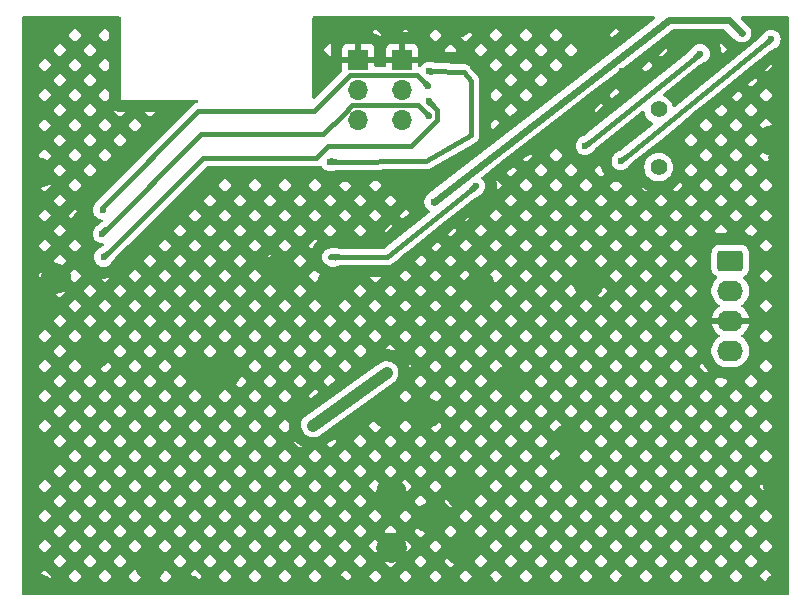
<source format=gbr>
%TF.GenerationSoftware,KiCad,Pcbnew,8.0.8*%
%TF.CreationDate,2025-04-12T20:39:17+03:00*%
%TF.ProjectId,ProPrj_CAN_2025-04-09,50726f50-726a-45f4-9341-4e5f32303235,rev?*%
%TF.SameCoordinates,Original*%
%TF.FileFunction,Copper,L2,Bot*%
%TF.FilePolarity,Positive*%
%FSLAX46Y46*%
G04 Gerber Fmt 4.6, Leading zero omitted, Abs format (unit mm)*
G04 Created by KiCad (PCBNEW 8.0.8) date 2025-04-12 20:39:17*
%MOMM*%
%LPD*%
G01*
G04 APERTURE LIST*
G04 Aperture macros list*
%AMRoundRect*
0 Rectangle with rounded corners*
0 $1 Rounding radius*
0 $2 $3 $4 $5 $6 $7 $8 $9 X,Y pos of 4 corners*
0 Add a 4 corners polygon primitive as box body*
4,1,4,$2,$3,$4,$5,$6,$7,$8,$9,$2,$3,0*
0 Add four circle primitives for the rounded corners*
1,1,$1+$1,$2,$3*
1,1,$1+$1,$4,$5*
1,1,$1+$1,$6,$7*
1,1,$1+$1,$8,$9*
0 Add four rect primitives between the rounded corners*
20,1,$1+$1,$2,$3,$4,$5,0*
20,1,$1+$1,$4,$5,$6,$7,0*
20,1,$1+$1,$6,$7,$8,$9,0*
20,1,$1+$1,$8,$9,$2,$3,0*%
G04 Aperture macros list end*
%TA.AperFunction,ComponentPad*%
%ADD10C,1.400000*%
%TD*%
%TA.AperFunction,ComponentPad*%
%ADD11R,1.700000X1.700000*%
%TD*%
%TA.AperFunction,ComponentPad*%
%ADD12O,1.700000X1.700000*%
%TD*%
%TA.AperFunction,ComponentPad*%
%ADD13RoundRect,0.250000X-0.845000X0.620000X-0.845000X-0.620000X0.845000X-0.620000X0.845000X0.620000X0*%
%TD*%
%TA.AperFunction,ComponentPad*%
%ADD14O,2.190000X1.740000*%
%TD*%
%TA.AperFunction,ViaPad*%
%ADD15C,0.600000*%
%TD*%
%TA.AperFunction,Conductor*%
%ADD16C,0.400000*%
%TD*%
%TA.AperFunction,Conductor*%
%ADD17C,0.600000*%
%TD*%
%TA.AperFunction,Conductor*%
%ADD18C,1.000000*%
%TD*%
G04 APERTURE END LIST*
D10*
%TO.P,Y1,1,1*%
%TO.N,Net-(U2-OSC1)*%
X154425316Y-58386565D03*
%TO.P,Y1,2,2*%
%TO.N,Net-(U2-OSC2)*%
X154425316Y-63262565D03*
%TD*%
D11*
%TO.P,J2,1,Pin_1*%
%TO.N,GND*%
X129000000Y-54175000D03*
D12*
%TO.P,J2,2,Pin_2*%
%TO.N,Net-(J2-Pin_2)*%
X129000000Y-56715000D03*
%TO.P,J2,3,Pin_3*%
%TO.N,Net-(J2-Pin_3)*%
X129000000Y-59255000D03*
%TD*%
D13*
%TO.P,J3,1,Pin_1*%
%TO.N,Net-(J3-Pin_1)*%
X160500000Y-71200000D03*
D14*
%TO.P,J3,2,Pin_2*%
%TO.N,Net-(J3-Pin_2)*%
X160500000Y-73740000D03*
%TO.P,J3,3,Pin_3*%
%TO.N,GND*%
X160500000Y-76280000D03*
%TO.P,J3,4,Pin_4*%
%TO.N,+12V*%
X160500000Y-78820000D03*
%TD*%
D11*
%TO.P,J1,1,Pin_1*%
%TO.N,GND*%
X132700000Y-54175000D03*
D12*
%TO.P,J1,2,Pin_2*%
%TO.N,Net-(J1-Pin_2)*%
X132700000Y-56715000D03*
%TO.P,J1,3,Pin_3*%
%TO.N,+3.3V*%
X132700000Y-59255000D03*
%TD*%
D15*
%TO.N,GND*%
X106000000Y-68000000D03*
X122000000Y-72000000D03*
X146700000Y-86300000D03*
X164500000Y-90000000D03*
X165000000Y-81500000D03*
X165000000Y-62500000D03*
X165000000Y-68500000D03*
X102000000Y-63750000D03*
X102000000Y-75500000D03*
X102000000Y-87250000D03*
X164500000Y-99000000D03*
X152000000Y-99000000D03*
X139500000Y-99000000D03*
X127000000Y-99000000D03*
X114500000Y-99000000D03*
X102000000Y-99000000D03*
X137500000Y-51000000D03*
X127000000Y-51000000D03*
X164500000Y-51000000D03*
X102000000Y-52000000D03*
X135000000Y-93000000D03*
X131800000Y-95500000D03*
X148500000Y-73100000D03*
X137575000Y-95675000D03*
X103404200Y-72700000D03*
X126873000Y-72900000D03*
X133378300Y-64060900D03*
X137575000Y-90825000D03*
X146700000Y-88700000D03*
X162740000Y-51700000D03*
X131400000Y-84100000D03*
X141700000Y-81300000D03*
X111400000Y-97000000D03*
X117800000Y-80675000D03*
X139280000Y-73279000D03*
X115900000Y-80675000D03*
X106600000Y-79200000D03*
X134800000Y-84100000D03*
X164000000Y-61000000D03*
X131800000Y-90825000D03*
X151355025Y-55144975D03*
X148684353Y-52291353D03*
%TO.N,VCC*%
X125150000Y-85150000D03*
X135382000Y-66200000D03*
X131400000Y-80700000D03*
X161470000Y-51900000D03*
%TO.N,Net-(U2-SO)*%
X135001000Y-58970000D03*
X107315000Y-68900000D03*
%TO.N,Net-(U2-~INT~)*%
X126591683Y-62810876D03*
X135001000Y-55160000D03*
%TO.N,Net-(U2-~CS~)*%
X138938000Y-64897000D03*
X126873000Y-70900000D03*
%TO.N,Net-(U2-SI)*%
X134959000Y-57700000D03*
X107442000Y-70900000D03*
%TO.N,Net-(U2-SCK)*%
X107344000Y-66900000D03*
X134874000Y-56374645D03*
%TO.N,Net-(U2-TXCAN)*%
X163957000Y-52451000D03*
X151248053Y-62741012D03*
%TO.N,Net-(U2-RXCAN)*%
X157958036Y-53664726D03*
X148209000Y-61468000D03*
%TD*%
D16*
%TO.N,Net-(U2-SI)*%
X135701000Y-59259950D02*
X135701000Y-58442000D01*
X133460950Y-61500000D02*
X135701000Y-59259950D01*
X126456304Y-61500000D02*
X133460950Y-61500000D01*
X135701000Y-58442000D02*
X134959000Y-57700000D01*
X125456304Y-62500000D02*
X126456304Y-61500000D01*
X115842000Y-62500000D02*
X125456304Y-62500000D01*
X107442000Y-70900000D02*
X115842000Y-62500000D01*
%TO.N,Net-(U2-SO)*%
X126000000Y-60500000D02*
X115715000Y-60500000D01*
X127750000Y-58737233D02*
X127750000Y-58750000D01*
X128482233Y-58005000D02*
X127750000Y-58737233D01*
X115715000Y-60500000D02*
X107315000Y-68900000D01*
X134036000Y-58005000D02*
X128482233Y-58005000D01*
X127750000Y-58750000D02*
X126000000Y-60500000D01*
X135001000Y-58970000D02*
X134036000Y-58005000D01*
%TO.N,Net-(U2-SCK)*%
X115457418Y-58542582D02*
X107344000Y-66656000D01*
X125217582Y-58542582D02*
X115457418Y-58542582D01*
X128295164Y-55465000D02*
X125217582Y-58542582D01*
X133964355Y-55465000D02*
X128295164Y-55465000D01*
X107344000Y-66656000D02*
X107344000Y-66900000D01*
X134874000Y-56374645D02*
X133964355Y-55465000D01*
D17*
%TO.N,VCC*%
X135382000Y-66200000D02*
X155321000Y-50800000D01*
X160370000Y-50800000D02*
X161470000Y-51900000D01*
X155321000Y-50800000D02*
X160370000Y-50800000D01*
D18*
X125150000Y-85150000D02*
X131400000Y-80700000D01*
D16*
%TO.N,Net-(U2-~INT~)*%
X137922000Y-55245000D02*
X138557000Y-56007000D01*
X135001000Y-55160000D02*
X137922000Y-55245000D01*
X138557000Y-60579000D02*
X134747000Y-62738000D01*
X138557000Y-56007000D02*
X138557000Y-60579000D01*
X134747000Y-62738000D02*
X126591683Y-62810876D01*
%TO.N,Net-(U2-~CS~)*%
X131445000Y-70866000D02*
X126619000Y-70866000D01*
X138938000Y-64897000D02*
X131445000Y-70866000D01*
%TO.N,Net-(U2-TXCAN)*%
X151248053Y-62741012D02*
X163957000Y-52451000D01*
%TO.N,Net-(U2-RXCAN)*%
X148209000Y-61468000D02*
X157958036Y-53664726D01*
%TD*%
%TA.AperFunction,Conductor*%
%TO.N,GND*%
G36*
X108823039Y-50520185D02*
G01*
X108868794Y-50572989D01*
X108880000Y-50624500D01*
X108880000Y-57600000D01*
X115346458Y-57600000D01*
X115413497Y-57619685D01*
X115459252Y-57672489D01*
X115469196Y-57741647D01*
X115440171Y-57805203D01*
X115381393Y-57842977D01*
X115370650Y-57845617D01*
X115253095Y-57869000D01*
X115253085Y-57869003D01*
X115125610Y-57921804D01*
X115010872Y-57998469D01*
X106799887Y-66209454D01*
X106723224Y-66324190D01*
X106670420Y-66451669D01*
X106670305Y-66452251D01*
X106670048Y-66452895D01*
X106668652Y-66457499D01*
X106668263Y-66457381D01*
X106653684Y-66494020D01*
X106618209Y-66550479D01*
X106558633Y-66720737D01*
X106558630Y-66720750D01*
X106538435Y-66899996D01*
X106538435Y-66900003D01*
X106558630Y-67079249D01*
X106558631Y-67079254D01*
X106618211Y-67249523D01*
X106648632Y-67297937D01*
X106714184Y-67402262D01*
X106841738Y-67529816D01*
X106994478Y-67625789D01*
X107070348Y-67652337D01*
X107164745Y-67685368D01*
X107164749Y-67685369D01*
X107245208Y-67694434D01*
X107309622Y-67721500D01*
X107349177Y-67779094D01*
X107351316Y-67848931D01*
X107319006Y-67905335D01*
X107301992Y-67922349D01*
X107286385Y-67935571D01*
X106858874Y-68240937D01*
X106852773Y-68245027D01*
X106812740Y-68270181D01*
X106812732Y-68270188D01*
X106799452Y-68283467D01*
X106789891Y-68291907D01*
X106789934Y-68291957D01*
X106786578Y-68294789D01*
X106786569Y-68294797D01*
X106714938Y-68367835D01*
X106714922Y-68367820D01*
X106713620Y-68369299D01*
X106685187Y-68397734D01*
X106685184Y-68397738D01*
X106589211Y-68550476D01*
X106529631Y-68720745D01*
X106529630Y-68720750D01*
X106509435Y-68899996D01*
X106509435Y-68900003D01*
X106529630Y-69079249D01*
X106529631Y-69079254D01*
X106589211Y-69249523D01*
X106658062Y-69359098D01*
X106685184Y-69402262D01*
X106812738Y-69529816D01*
X106965478Y-69625789D01*
X107135745Y-69685368D01*
X107135750Y-69685369D01*
X107314996Y-69705565D01*
X107315000Y-69705565D01*
X107315001Y-69705565D01*
X107324653Y-69704477D01*
X107335634Y-69703240D01*
X107404456Y-69715294D01*
X107455836Y-69762642D01*
X107473461Y-69830252D01*
X107451735Y-69896659D01*
X107437200Y-69914141D01*
X107428992Y-69922349D01*
X107413385Y-69935571D01*
X106985874Y-70240937D01*
X106979773Y-70245027D01*
X106939740Y-70270181D01*
X106939732Y-70270188D01*
X106926452Y-70283467D01*
X106916891Y-70291907D01*
X106916934Y-70291957D01*
X106913578Y-70294789D01*
X106913569Y-70294797D01*
X106841938Y-70367835D01*
X106841922Y-70367820D01*
X106840620Y-70369299D01*
X106812187Y-70397734D01*
X106812184Y-70397738D01*
X106716211Y-70550476D01*
X106656631Y-70720745D01*
X106656630Y-70720750D01*
X106636435Y-70899996D01*
X106636435Y-70900003D01*
X106656630Y-71079249D01*
X106656631Y-71079254D01*
X106716211Y-71249523D01*
X106785062Y-71359098D01*
X106812184Y-71402262D01*
X106939738Y-71529816D01*
X107092478Y-71625789D01*
X107257158Y-71683413D01*
X107262745Y-71685368D01*
X107262750Y-71685369D01*
X107441996Y-71705565D01*
X107442000Y-71705565D01*
X107442004Y-71705565D01*
X107621249Y-71685369D01*
X107621252Y-71685368D01*
X107621255Y-71685368D01*
X107791522Y-71625789D01*
X107944262Y-71529816D01*
X108071816Y-71402262D01*
X108096988Y-71362200D01*
X108101071Y-71356109D01*
X108272354Y-71116313D01*
X110855062Y-71116313D01*
X110855062Y-71246934D01*
X111291541Y-71683413D01*
X111422162Y-71683413D01*
X111858641Y-71246934D01*
X111858641Y-71116313D01*
X113400647Y-71116313D01*
X113400647Y-71246934D01*
X113837126Y-71683413D01*
X113967747Y-71683413D01*
X114404226Y-71246934D01*
X114404226Y-71116313D01*
X115946231Y-71116313D01*
X115946231Y-71246934D01*
X116382710Y-71683413D01*
X116513331Y-71683413D01*
X116949810Y-71246934D01*
X116949810Y-71116313D01*
X118491815Y-71116313D01*
X118491815Y-71246934D01*
X118928294Y-71683413D01*
X119058916Y-71683413D01*
X119495394Y-71246935D01*
X119495394Y-71116313D01*
X121037400Y-71116313D01*
X121037400Y-71161712D01*
X121072236Y-71116313D01*
X123582984Y-71116313D01*
X123582984Y-71246934D01*
X124019463Y-71683413D01*
X124150084Y-71683413D01*
X124586563Y-71246934D01*
X124586563Y-71116313D01*
X124150084Y-70679834D01*
X124019463Y-70679834D01*
X123582984Y-71116313D01*
X121072236Y-71116313D01*
X121081436Y-71104324D01*
X121104324Y-71081435D01*
X121344552Y-70897101D01*
X121372586Y-70880916D01*
X121652337Y-70765039D01*
X121681808Y-70757142D01*
X121604500Y-70679834D01*
X121473879Y-70679834D01*
X121037400Y-71116313D01*
X119495394Y-71116313D01*
X119495394Y-71116312D01*
X119058916Y-70679834D01*
X118928294Y-70679834D01*
X118491815Y-71116313D01*
X116949810Y-71116313D01*
X116513331Y-70679834D01*
X116382710Y-70679834D01*
X115946231Y-71116313D01*
X114404226Y-71116313D01*
X113967747Y-70679834D01*
X113837126Y-70679834D01*
X113400647Y-71116313D01*
X111858641Y-71116313D01*
X111422162Y-70679834D01*
X111291541Y-70679834D01*
X110855062Y-71116313D01*
X108272354Y-71116313D01*
X108406422Y-70928617D01*
X108419634Y-70913021D01*
X109489134Y-69843521D01*
X112127854Y-69843521D01*
X112127854Y-69974142D01*
X112564333Y-70410621D01*
X112694955Y-70410621D01*
X113131433Y-69974142D01*
X113131433Y-69843521D01*
X114673439Y-69843521D01*
X114673439Y-69974142D01*
X115109918Y-70410621D01*
X115240539Y-70410621D01*
X115677018Y-69974142D01*
X115677018Y-69843521D01*
X117219023Y-69843521D01*
X117219023Y-69974142D01*
X117655502Y-70410621D01*
X117786123Y-70410621D01*
X118222602Y-69974142D01*
X118222602Y-69843521D01*
X119764608Y-69843521D01*
X119764608Y-69974142D01*
X120201087Y-70410621D01*
X120331708Y-70410621D01*
X120768187Y-69974142D01*
X120768187Y-69843521D01*
X122310192Y-69843521D01*
X122310192Y-69974142D01*
X122746671Y-70410621D01*
X122877292Y-70410621D01*
X123313771Y-69974142D01*
X123313771Y-69843521D01*
X123313770Y-69843520D01*
X124855777Y-69843520D01*
X124855777Y-69974142D01*
X125063807Y-70182172D01*
X125085568Y-70129638D01*
X125088033Y-70124076D01*
X125103773Y-70090795D01*
X125106510Y-70085359D01*
X125129611Y-70042138D01*
X125132610Y-70036843D01*
X125151545Y-70005250D01*
X125154803Y-70000105D01*
X125258693Y-69844625D01*
X125262196Y-69839651D01*
X125284128Y-69810078D01*
X125287874Y-69805278D01*
X125318963Y-69767396D01*
X125322937Y-69762789D01*
X125347668Y-69735502D01*
X125351866Y-69731093D01*
X125484093Y-69598866D01*
X125488502Y-69594668D01*
X125515789Y-69569937D01*
X125520396Y-69565963D01*
X125554120Y-69538285D01*
X125422877Y-69407042D01*
X125292255Y-69407042D01*
X124855777Y-69843520D01*
X123313770Y-69843520D01*
X122877292Y-69407042D01*
X122746671Y-69407042D01*
X122310192Y-69843521D01*
X120768187Y-69843521D01*
X120331708Y-69407042D01*
X120201087Y-69407042D01*
X119764608Y-69843521D01*
X118222602Y-69843521D01*
X117786123Y-69407042D01*
X117655502Y-69407042D01*
X117219023Y-69843521D01*
X115677018Y-69843521D01*
X115240539Y-69407042D01*
X115109918Y-69407042D01*
X114673439Y-69843521D01*
X113131433Y-69843521D01*
X113131433Y-69843520D01*
X112694955Y-69407042D01*
X112564333Y-69407042D01*
X112127854Y-69843521D01*
X109489134Y-69843521D01*
X110761926Y-68570729D01*
X113400647Y-68570729D01*
X113400647Y-68701350D01*
X113837126Y-69137829D01*
X113967747Y-69137829D01*
X114404226Y-68701350D01*
X114404226Y-68570729D01*
X115946231Y-68570729D01*
X115946231Y-68701350D01*
X116382710Y-69137829D01*
X116513331Y-69137829D01*
X116949810Y-68701350D01*
X116949810Y-68570729D01*
X118491815Y-68570729D01*
X118491815Y-68701350D01*
X118928294Y-69137829D01*
X119058916Y-69137829D01*
X119495394Y-68701350D01*
X119495394Y-68570729D01*
X121037400Y-68570729D01*
X121037400Y-68701350D01*
X121473879Y-69137829D01*
X121604500Y-69137829D01*
X122040979Y-68701350D01*
X122040979Y-68570729D01*
X123582984Y-68570729D01*
X123582984Y-68701350D01*
X124019463Y-69137829D01*
X124150084Y-69137829D01*
X124586563Y-68701350D01*
X124586563Y-68570729D01*
X126128569Y-68570729D01*
X126128569Y-68701350D01*
X126553375Y-69126156D01*
X126554176Y-69126043D01*
X126690748Y-69110654D01*
X126725750Y-69105905D01*
X126727813Y-69105683D01*
X127132148Y-68701349D01*
X127132148Y-68570729D01*
X128674153Y-68570729D01*
X128674153Y-68701350D01*
X129110632Y-69137829D01*
X129241253Y-69137829D01*
X129677732Y-68701350D01*
X129677732Y-68570729D01*
X129677731Y-68570728D01*
X131219738Y-68570728D01*
X131219738Y-68701350D01*
X131315777Y-68797389D01*
X131947077Y-68294489D01*
X131786838Y-68134250D01*
X131656216Y-68134250D01*
X131219738Y-68570728D01*
X129677731Y-68570728D01*
X129241253Y-68134250D01*
X129110632Y-68134250D01*
X128674153Y-68570729D01*
X127132148Y-68570729D01*
X126695669Y-68134250D01*
X126565048Y-68134250D01*
X126128569Y-68570729D01*
X124586563Y-68570729D01*
X124150084Y-68134250D01*
X124019463Y-68134250D01*
X123582984Y-68570729D01*
X122040979Y-68570729D01*
X121604500Y-68134250D01*
X121473879Y-68134250D01*
X121037400Y-68570729D01*
X119495394Y-68570729D01*
X119495394Y-68570728D01*
X119058916Y-68134250D01*
X118928294Y-68134250D01*
X118491815Y-68570729D01*
X116949810Y-68570729D01*
X116513331Y-68134250D01*
X116382710Y-68134250D01*
X115946231Y-68570729D01*
X114404226Y-68570729D01*
X113967747Y-68134250D01*
X113837126Y-68134250D01*
X113400647Y-68570729D01*
X110761926Y-68570729D01*
X112034718Y-67297937D01*
X114673439Y-67297937D01*
X114673439Y-67428558D01*
X115109918Y-67865037D01*
X115240539Y-67865037D01*
X115677018Y-67428558D01*
X115677018Y-67297937D01*
X117219023Y-67297937D01*
X117219023Y-67428558D01*
X117655502Y-67865037D01*
X117786123Y-67865037D01*
X118222602Y-67428558D01*
X118222602Y-67297937D01*
X119764608Y-67297937D01*
X119764608Y-67428558D01*
X120201087Y-67865037D01*
X120331708Y-67865037D01*
X120768187Y-67428558D01*
X120768187Y-67297937D01*
X122310192Y-67297937D01*
X122310192Y-67428558D01*
X122746671Y-67865037D01*
X122877292Y-67865037D01*
X123313771Y-67428558D01*
X123313771Y-67297937D01*
X123313770Y-67297936D01*
X124855777Y-67297936D01*
X124855777Y-67428558D01*
X125292255Y-67865037D01*
X125422877Y-67865037D01*
X125859356Y-67428558D01*
X125859356Y-67297937D01*
X127401361Y-67297937D01*
X127401361Y-67428558D01*
X127837840Y-67865037D01*
X127968461Y-67865037D01*
X128404940Y-67428558D01*
X128404940Y-67297937D01*
X129946945Y-67297937D01*
X129946945Y-67428558D01*
X130383424Y-67865037D01*
X130514045Y-67865037D01*
X130950524Y-67428558D01*
X130950524Y-67297937D01*
X132492530Y-67297937D01*
X132492530Y-67428558D01*
X132732658Y-67668686D01*
X133363958Y-67165786D01*
X133059630Y-66861458D01*
X132929009Y-66861458D01*
X132492530Y-67297937D01*
X130950524Y-67297937D01*
X130514045Y-66861458D01*
X130383424Y-66861458D01*
X129946945Y-67297937D01*
X128404940Y-67297937D01*
X127968461Y-66861458D01*
X127837840Y-66861458D01*
X127401361Y-67297937D01*
X125859356Y-67297937D01*
X125422877Y-66861458D01*
X125292255Y-66861458D01*
X124855777Y-67297936D01*
X123313770Y-67297936D01*
X122877292Y-66861458D01*
X122746671Y-66861458D01*
X122310192Y-67297937D01*
X120768187Y-67297937D01*
X120331708Y-66861458D01*
X120201087Y-66861458D01*
X119764608Y-67297937D01*
X118222602Y-67297937D01*
X117786123Y-66861458D01*
X117655502Y-66861458D01*
X117219023Y-67297937D01*
X115677018Y-67297937D01*
X115240539Y-66861458D01*
X115109918Y-66861458D01*
X114673439Y-67297937D01*
X112034718Y-67297937D01*
X113307511Y-66025145D01*
X115946231Y-66025145D01*
X115946231Y-66155766D01*
X116382710Y-66592245D01*
X116513331Y-66592245D01*
X116949810Y-66155766D01*
X116949810Y-66025145D01*
X118491815Y-66025145D01*
X118491815Y-66155766D01*
X118928294Y-66592245D01*
X119058916Y-66592245D01*
X119495394Y-66155766D01*
X119495394Y-66025145D01*
X121037400Y-66025145D01*
X121037400Y-66155766D01*
X121473879Y-66592245D01*
X121604500Y-66592245D01*
X122040979Y-66155766D01*
X122040979Y-66025145D01*
X123582984Y-66025145D01*
X123582984Y-66155766D01*
X124019463Y-66592245D01*
X124150084Y-66592245D01*
X124586563Y-66155766D01*
X124586563Y-66025145D01*
X126128569Y-66025145D01*
X126128569Y-66155766D01*
X126565048Y-66592245D01*
X126695669Y-66592245D01*
X127132148Y-66155766D01*
X127132148Y-66025145D01*
X128674153Y-66025145D01*
X128674153Y-66155766D01*
X129110632Y-66592245D01*
X129241253Y-66592245D01*
X129677732Y-66155766D01*
X129677732Y-66025145D01*
X129677731Y-66025144D01*
X131219738Y-66025144D01*
X131219738Y-66155766D01*
X131656216Y-66592245D01*
X131786838Y-66592245D01*
X132223317Y-66155766D01*
X132223317Y-66025145D01*
X131786838Y-65588666D01*
X131656216Y-65588666D01*
X131219738Y-66025144D01*
X129677731Y-66025144D01*
X129241253Y-65588666D01*
X129110632Y-65588666D01*
X128674153Y-66025145D01*
X127132148Y-66025145D01*
X126695669Y-65588666D01*
X126565048Y-65588666D01*
X126128569Y-66025145D01*
X124586563Y-66025145D01*
X124150084Y-65588666D01*
X124019463Y-65588666D01*
X123582984Y-66025145D01*
X122040979Y-66025145D01*
X121604500Y-65588666D01*
X121473879Y-65588666D01*
X121037400Y-66025145D01*
X119495394Y-66025145D01*
X119495394Y-66025144D01*
X119058916Y-65588666D01*
X118928294Y-65588666D01*
X118491815Y-66025145D01*
X116949810Y-66025145D01*
X116513331Y-65588666D01*
X116382710Y-65588666D01*
X115946231Y-66025145D01*
X113307511Y-66025145D01*
X114580304Y-64752352D01*
X117219023Y-64752352D01*
X117219023Y-64882973D01*
X117655502Y-65319452D01*
X117786123Y-65319452D01*
X118222602Y-64882973D01*
X118222602Y-64752352D01*
X119764608Y-64752352D01*
X119764608Y-64882973D01*
X120201087Y-65319452D01*
X120331708Y-65319452D01*
X120768187Y-64882973D01*
X120768187Y-64752352D01*
X122310192Y-64752352D01*
X122310192Y-64882973D01*
X122746671Y-65319452D01*
X122877292Y-65319452D01*
X123313771Y-64882973D01*
X123313771Y-64752352D01*
X123313770Y-64752351D01*
X124855777Y-64752351D01*
X124855777Y-64882974D01*
X125292255Y-65319452D01*
X125422877Y-65319452D01*
X125859356Y-64882973D01*
X125859356Y-64752352D01*
X125859355Y-64752351D01*
X127401361Y-64752351D01*
X127401361Y-64882973D01*
X127837840Y-65319452D01*
X127968461Y-65319452D01*
X128404940Y-64882973D01*
X128404940Y-64752352D01*
X128404939Y-64752351D01*
X129946945Y-64752351D01*
X129946945Y-64882973D01*
X130383424Y-65319452D01*
X130514045Y-65319452D01*
X130950524Y-64882973D01*
X130950524Y-64752352D01*
X130671159Y-64472987D01*
X130222297Y-64476998D01*
X129946945Y-64752351D01*
X128404939Y-64752351D01*
X128148121Y-64495533D01*
X127653760Y-64499951D01*
X127401361Y-64752351D01*
X125859355Y-64752351D01*
X125422877Y-64315873D01*
X125292255Y-64315873D01*
X124855777Y-64752351D01*
X123313770Y-64752351D01*
X122877292Y-64315873D01*
X122746671Y-64315873D01*
X122310192Y-64752352D01*
X120768187Y-64752352D01*
X120331708Y-64315873D01*
X120201087Y-64315873D01*
X119764608Y-64752352D01*
X118222602Y-64752352D01*
X117786123Y-64315873D01*
X117655502Y-64315873D01*
X117219023Y-64752352D01*
X114580304Y-64752352D01*
X116095838Y-63236819D01*
X116157161Y-63203334D01*
X116183519Y-63200500D01*
X125525300Y-63200500D01*
X125616344Y-63182389D01*
X125660632Y-63173580D01*
X125733339Y-63143463D01*
X125802806Y-63135995D01*
X125865285Y-63167270D01*
X125885784Y-63192053D01*
X125917968Y-63243274D01*
X125961867Y-63313138D01*
X126089421Y-63440692D01*
X126158506Y-63484101D01*
X126225792Y-63526380D01*
X126242161Y-63536665D01*
X126401508Y-63592423D01*
X126412428Y-63596244D01*
X126412433Y-63596245D01*
X126591680Y-63616441D01*
X126591683Y-63616441D01*
X126591685Y-63616441D01*
X126647237Y-63610181D01*
X126671457Y-63607451D01*
X126681536Y-63606730D01*
X126692613Y-63606391D01*
X126710003Y-63603342D01*
X126717486Y-63602265D01*
X126770938Y-63596244D01*
X126781870Y-63592418D01*
X126801398Y-63587326D01*
X127259117Y-63507113D01*
X127279397Y-63505258D01*
X134719280Y-63438775D01*
X134729462Y-63439104D01*
X134761494Y-63441463D01*
X134764366Y-63441675D01*
X134764366Y-63441674D01*
X134764367Y-63441675D01*
X134786175Y-63438981D01*
X134800267Y-63438052D01*
X134812817Y-63437940D01*
X134822250Y-63437856D01*
X134856513Y-63430721D01*
X134866582Y-63429055D01*
X134901307Y-63424767D01*
X134901307Y-63424766D01*
X134901314Y-63424766D01*
X134922195Y-63417864D01*
X134935821Y-63414207D01*
X134957339Y-63409727D01*
X134989542Y-63396049D01*
X134999106Y-63392444D01*
X135032330Y-63381465D01*
X135051466Y-63370620D01*
X135064114Y-63364377D01*
X135065428Y-63363818D01*
X135084345Y-63355785D01*
X135113268Y-63336082D01*
X135121917Y-63330698D01*
X138858242Y-61213447D01*
X138871910Y-61206774D01*
X138888811Y-61199775D01*
X138920995Y-61178269D01*
X138928686Y-61173529D01*
X138962381Y-61154436D01*
X138976231Y-61142484D01*
X138988338Y-61133272D01*
X139003542Y-61123114D01*
X139030902Y-61095752D01*
X139037551Y-61089575D01*
X139066854Y-61064293D01*
X139078107Y-61049867D01*
X139088177Y-61038478D01*
X139101114Y-61025542D01*
X139122608Y-60993372D01*
X139127916Y-60986026D01*
X139151733Y-60955501D01*
X139159951Y-60939167D01*
X139167614Y-60926015D01*
X139177775Y-60910811D01*
X139192582Y-60875058D01*
X139196369Y-60866793D01*
X139213756Y-60832242D01*
X139213758Y-60832235D01*
X139218629Y-60814622D01*
X139223581Y-60800223D01*
X139230580Y-60783328D01*
X139238128Y-60745379D01*
X139240229Y-60736532D01*
X139243609Y-60724312D01*
X139250542Y-60699246D01*
X139251884Y-60681004D01*
X139253930Y-60665935D01*
X139257500Y-60647993D01*
X139257500Y-60609308D01*
X139257835Y-60600200D01*
X139260675Y-60561635D01*
X139259945Y-60555725D01*
X139258434Y-60543480D01*
X139257500Y-60528288D01*
X139257500Y-59534966D01*
X140255500Y-59534966D01*
X140255500Y-59918022D01*
X140393973Y-60056495D01*
X141033913Y-59562234D01*
X140696383Y-59224705D01*
X140565762Y-59224705D01*
X140255500Y-59534966D01*
X139257500Y-59534966D01*
X139257500Y-58388391D01*
X141402075Y-58388391D01*
X141402075Y-58519012D01*
X141830245Y-58947182D01*
X142405654Y-58502762D01*
X142405654Y-58388391D01*
X141969175Y-57951912D01*
X141838554Y-57951912D01*
X141402075Y-58388391D01*
X139257500Y-58388391D01*
X139257500Y-56989382D01*
X140255500Y-56989382D01*
X140255500Y-57372437D01*
X140565762Y-57682699D01*
X140696383Y-57682699D01*
X141132862Y-57246220D01*
X141132862Y-57115599D01*
X142674867Y-57115599D01*
X142674867Y-57246220D01*
X143111346Y-57682699D01*
X143241968Y-57682699D01*
X143678446Y-57246220D01*
X143678446Y-57115598D01*
X143241968Y-56679120D01*
X143111346Y-56679120D01*
X142674867Y-57115599D01*
X141132862Y-57115599D01*
X140696383Y-56679120D01*
X140565762Y-56679120D01*
X140255500Y-56989382D01*
X139257500Y-56989382D01*
X139257500Y-56044396D01*
X139258009Y-56033171D01*
X139260869Y-56001710D01*
X139258192Y-55976473D01*
X139257500Y-55963392D01*
X139257500Y-55938007D01*
X139256781Y-55934392D01*
X139251333Y-55907005D01*
X139249647Y-55895931D01*
X139246313Y-55864494D01*
X139239556Y-55842807D01*
X141402075Y-55842807D01*
X141402075Y-55973428D01*
X141838554Y-56409907D01*
X141969175Y-56409907D01*
X142405654Y-55973428D01*
X142405654Y-55842807D01*
X142405653Y-55842806D01*
X143947660Y-55842806D01*
X143947660Y-55973428D01*
X144384138Y-56409907D01*
X144514760Y-56409907D01*
X144951239Y-55973428D01*
X144951239Y-55842807D01*
X144514760Y-55406328D01*
X144384138Y-55406328D01*
X143947660Y-55842806D01*
X142405653Y-55842806D01*
X141969175Y-55406328D01*
X141838554Y-55406328D01*
X141402075Y-55842807D01*
X139239556Y-55842807D01*
X139238761Y-55840255D01*
X139235531Y-55827565D01*
X139230580Y-55802672D01*
X139218489Y-55773483D01*
X139214665Y-55762924D01*
X139205266Y-55732754D01*
X139193129Y-55710453D01*
X139187490Y-55698644D01*
X139177775Y-55675190D01*
X139177775Y-55675189D01*
X139160220Y-55648916D01*
X139154407Y-55639300D01*
X139139306Y-55611552D01*
X139123053Y-55592049D01*
X139115212Y-55581558D01*
X139101117Y-55560462D01*
X139101114Y-55560458D01*
X139078774Y-55538118D01*
X139071196Y-55529820D01*
X138495759Y-54839295D01*
X138485954Y-54825772D01*
X138478872Y-54814474D01*
X138478869Y-54814471D01*
X138478869Y-54814470D01*
X138448954Y-54782762D01*
X138443898Y-54777061D01*
X138415971Y-54743549D01*
X138413696Y-54741710D01*
X138405581Y-54735151D01*
X138393331Y-54723805D01*
X138384183Y-54714109D01*
X138384181Y-54714107D01*
X138384179Y-54714105D01*
X138348651Y-54688840D01*
X138342572Y-54684228D01*
X138308655Y-54656817D01*
X138308649Y-54656814D01*
X138296828Y-54650609D01*
X138282607Y-54641875D01*
X138271727Y-54634139D01*
X138231931Y-54616281D01*
X138225084Y-54612951D01*
X138186477Y-54592687D01*
X138186466Y-54592682D01*
X138173665Y-54588904D01*
X138158009Y-54583111D01*
X138145835Y-54577648D01*
X138112554Y-54570015D01*
X140129283Y-54570015D01*
X140129283Y-54700636D01*
X140565762Y-55137115D01*
X140696383Y-55137115D01*
X141132862Y-54700636D01*
X141132862Y-54570015D01*
X142674867Y-54570015D01*
X142674867Y-54700636D01*
X143111346Y-55137115D01*
X143241968Y-55137115D01*
X143678446Y-54700636D01*
X143678446Y-54570015D01*
X145220452Y-54570015D01*
X145220452Y-54700636D01*
X145656931Y-55137115D01*
X145787552Y-55137115D01*
X146224031Y-54700636D01*
X146224031Y-54570015D01*
X145787552Y-54133536D01*
X145656931Y-54133536D01*
X145220452Y-54570015D01*
X143678446Y-54570015D01*
X143678446Y-54570014D01*
X143241968Y-54133536D01*
X143111346Y-54133536D01*
X142674867Y-54570015D01*
X141132862Y-54570015D01*
X140696383Y-54133536D01*
X140565762Y-54133536D01*
X140129283Y-54570015D01*
X138112554Y-54570015D01*
X138103311Y-54567895D01*
X138095932Y-54565961D01*
X138054133Y-54553624D01*
X138054127Y-54553623D01*
X138040834Y-54552414D01*
X138024359Y-54549788D01*
X138011338Y-54546802D01*
X138011339Y-54546802D01*
X137967734Y-54545533D01*
X137960118Y-54545077D01*
X137916711Y-54541131D01*
X137916706Y-54541131D01*
X137903444Y-54542538D01*
X137886760Y-54543177D01*
X135701306Y-54479581D01*
X135681235Y-54477351D01*
X135222935Y-54388197D01*
X135205659Y-54383521D01*
X135180254Y-54374631D01*
X135180250Y-54374630D01*
X135120892Y-54367942D01*
X135112878Y-54366716D01*
X135112873Y-54366750D01*
X135111414Y-54366502D01*
X135064036Y-54359596D01*
X135064002Y-54359592D01*
X135061815Y-54359378D01*
X135061798Y-54359377D01*
X135052501Y-54359407D01*
X135038233Y-54358629D01*
X135007145Y-54355127D01*
X135001000Y-54354435D01*
X135000999Y-54354435D01*
X135000996Y-54354435D01*
X134821750Y-54374630D01*
X134821745Y-54374631D01*
X134651476Y-54434211D01*
X134498737Y-54530184D01*
X134371182Y-54657739D01*
X134318420Y-54741710D01*
X134266086Y-54788000D01*
X134197032Y-54798648D01*
X134174672Y-54792638D01*
X134174506Y-54793187D01*
X134168676Y-54791418D01*
X134149808Y-54787665D01*
X134087897Y-54755280D01*
X134053323Y-54694564D01*
X134050000Y-54666048D01*
X134050000Y-54425000D01*
X133133012Y-54425000D01*
X133165925Y-54367993D01*
X133200000Y-54240826D01*
X133200000Y-54109174D01*
X133165925Y-53982007D01*
X133133012Y-53925000D01*
X134050000Y-53925000D01*
X134050000Y-53297222D01*
X136310906Y-53297222D01*
X136310906Y-53427844D01*
X136384086Y-53501024D01*
X137217064Y-53525264D01*
X137314485Y-53427843D01*
X137314485Y-53297222D01*
X138856491Y-53297222D01*
X138856491Y-53427844D01*
X139292970Y-53864323D01*
X139423591Y-53864323D01*
X139860070Y-53427844D01*
X139860070Y-53297222D01*
X141402075Y-53297222D01*
X141402075Y-53427844D01*
X141838554Y-53864323D01*
X141969175Y-53864323D01*
X142405654Y-53427844D01*
X142405654Y-53297222D01*
X143947660Y-53297222D01*
X143947660Y-53427844D01*
X144384138Y-53864323D01*
X144514760Y-53864323D01*
X144951239Y-53427844D01*
X144951239Y-53297222D01*
X146493244Y-53297222D01*
X146493244Y-53427844D01*
X146929723Y-53864323D01*
X147060344Y-53864323D01*
X147496823Y-53427844D01*
X147496823Y-53297222D01*
X147060344Y-52860744D01*
X146929723Y-52860744D01*
X146493244Y-53297222D01*
X144951239Y-53297222D01*
X144514760Y-52860744D01*
X144384138Y-52860744D01*
X143947660Y-53297222D01*
X142405654Y-53297222D01*
X141969175Y-52860744D01*
X141838554Y-52860744D01*
X141402075Y-53297222D01*
X139860070Y-53297222D01*
X139423591Y-52860744D01*
X139292970Y-52860744D01*
X138856491Y-53297222D01*
X137314485Y-53297222D01*
X136878006Y-52860744D01*
X136747385Y-52860744D01*
X136310906Y-53297222D01*
X134050000Y-53297222D01*
X134050000Y-53277172D01*
X134049999Y-53277155D01*
X134043598Y-53217627D01*
X134043596Y-53217620D01*
X133993354Y-53082913D01*
X133993350Y-53082906D01*
X133907190Y-52967812D01*
X133907187Y-52967809D01*
X133792093Y-52881649D01*
X133792086Y-52881645D01*
X133657379Y-52831403D01*
X133657372Y-52831401D01*
X133597844Y-52825000D01*
X132950000Y-52825000D01*
X132950000Y-53741988D01*
X132892993Y-53709075D01*
X132765826Y-53675000D01*
X132634174Y-53675000D01*
X132507007Y-53709075D01*
X132450000Y-53741988D01*
X132450000Y-52825000D01*
X131802155Y-52825000D01*
X131742627Y-52831401D01*
X131742620Y-52831403D01*
X131607913Y-52881645D01*
X131607906Y-52881649D01*
X131492812Y-52967809D01*
X131492809Y-52967812D01*
X131406649Y-53082906D01*
X131406645Y-53082913D01*
X131356403Y-53217620D01*
X131356401Y-53217627D01*
X131350000Y-53277155D01*
X131350000Y-53925000D01*
X132266988Y-53925000D01*
X132234075Y-53982007D01*
X132200000Y-54109174D01*
X132200000Y-54240826D01*
X132234075Y-54367993D01*
X132266988Y-54425000D01*
X131350000Y-54425000D01*
X131350000Y-54640500D01*
X131330315Y-54707539D01*
X131277511Y-54753294D01*
X131226000Y-54764500D01*
X130474000Y-54764500D01*
X130406961Y-54744815D01*
X130361206Y-54692011D01*
X130350000Y-54640500D01*
X130350000Y-54425000D01*
X129433012Y-54425000D01*
X129465925Y-54367993D01*
X129500000Y-54240826D01*
X129500000Y-54109174D01*
X129465925Y-53982007D01*
X129433012Y-53925000D01*
X130350000Y-53925000D01*
X130350000Y-53277172D01*
X130349999Y-53277155D01*
X130343598Y-53217627D01*
X130343596Y-53217620D01*
X130293354Y-53082913D01*
X130293350Y-53082906D01*
X130207190Y-52967812D01*
X130207187Y-52967809D01*
X130092093Y-52881649D01*
X130092086Y-52881645D01*
X129957379Y-52831403D01*
X129957372Y-52831401D01*
X129897844Y-52825000D01*
X129250000Y-52825000D01*
X129250000Y-53741988D01*
X129192993Y-53709075D01*
X129065826Y-53675000D01*
X128934174Y-53675000D01*
X128807007Y-53709075D01*
X128750000Y-53741988D01*
X128750000Y-52825000D01*
X128102155Y-52825000D01*
X128042627Y-52831401D01*
X128042620Y-52831403D01*
X127907913Y-52881645D01*
X127907906Y-52881649D01*
X127792812Y-52967809D01*
X127792809Y-52967812D01*
X127706649Y-53082906D01*
X127706645Y-53082913D01*
X127656403Y-53217620D01*
X127656401Y-53217627D01*
X127650000Y-53277155D01*
X127650000Y-53925000D01*
X128566988Y-53925000D01*
X128534075Y-53982007D01*
X128500000Y-54109174D01*
X128500000Y-54240826D01*
X128534075Y-54367993D01*
X128566988Y-54425000D01*
X127650000Y-54425000D01*
X127650000Y-55068144D01*
X127630315Y-55135183D01*
X127613681Y-55155825D01*
X125331681Y-57437825D01*
X125270358Y-57471310D01*
X125200666Y-57466326D01*
X125144733Y-57424454D01*
X125120316Y-57358990D01*
X125120000Y-57350144D01*
X125120000Y-53297222D01*
X126128569Y-53297222D01*
X126128569Y-53427844D01*
X126565048Y-53864323D01*
X126652000Y-53864323D01*
X126652000Y-53263823D01*
X126652044Y-53260509D01*
X126652580Y-53240461D01*
X126652713Y-53237145D01*
X126654142Y-53210458D01*
X126654364Y-53207144D01*
X126655977Y-53187095D01*
X126656289Y-53183783D01*
X126667455Y-53079931D01*
X126668522Y-53072262D01*
X126676428Y-53026084D01*
X126677972Y-53018499D01*
X126692315Y-52957788D01*
X126694332Y-52950305D01*
X126707942Y-52905436D01*
X126710421Y-52898097D01*
X126716560Y-52881635D01*
X126695669Y-52860744D01*
X126565048Y-52860744D01*
X126128569Y-53297222D01*
X125120000Y-53297222D01*
X125120000Y-51847193D01*
X130124181Y-51847193D01*
X130148916Y-51851428D01*
X130156501Y-51852972D01*
X130217212Y-51867315D01*
X130224695Y-51869332D01*
X130269564Y-51882942D01*
X130276904Y-51885421D01*
X130474261Y-51959030D01*
X130482441Y-51962419D01*
X130531177Y-51984677D01*
X130539091Y-51988638D01*
X130601681Y-52022815D01*
X130609295Y-52027333D01*
X130654362Y-52056297D01*
X130661632Y-52061345D01*
X130833816Y-52190243D01*
X130840707Y-52195796D01*
X130850000Y-52203848D01*
X130859293Y-52195796D01*
X130866184Y-52190243D01*
X130950524Y-52127105D01*
X130950524Y-52024430D01*
X135038114Y-52024430D01*
X135038114Y-52155051D01*
X135474593Y-52591530D01*
X135605214Y-52591530D01*
X135936606Y-52260138D01*
X137688786Y-52260138D01*
X138020177Y-52591530D01*
X138150799Y-52591530D01*
X138587278Y-52155051D01*
X138587278Y-52024430D01*
X140129283Y-52024430D01*
X140129283Y-52155051D01*
X140565762Y-52591530D01*
X140696383Y-52591530D01*
X141132862Y-52155051D01*
X141132862Y-52024430D01*
X142674867Y-52024430D01*
X142674867Y-52155051D01*
X143111346Y-52591530D01*
X143241968Y-52591530D01*
X143678446Y-52155051D01*
X143678446Y-52024430D01*
X145220452Y-52024430D01*
X145220452Y-52155051D01*
X145656931Y-52591530D01*
X145787552Y-52591530D01*
X146224031Y-52155051D01*
X146224031Y-52024430D01*
X150311621Y-52024430D01*
X150311621Y-52155051D01*
X150447877Y-52291307D01*
X151087816Y-51797046D01*
X150878721Y-51587951D01*
X150748100Y-51587951D01*
X150311621Y-52024430D01*
X146224031Y-52024430D01*
X145787552Y-51587951D01*
X145656931Y-51587951D01*
X145220452Y-52024430D01*
X143678446Y-52024430D01*
X143678446Y-52024429D01*
X143241968Y-51587951D01*
X143111346Y-51587951D01*
X142674867Y-52024430D01*
X141132862Y-52024430D01*
X140696383Y-51587951D01*
X140565762Y-51587951D01*
X140129283Y-52024430D01*
X138587278Y-52024430D01*
X138435913Y-51873065D01*
X138418565Y-51895675D01*
X138395676Y-51918565D01*
X138155449Y-52102899D01*
X138127415Y-52119084D01*
X137847663Y-52234961D01*
X137816395Y-52243339D01*
X137688786Y-52260138D01*
X135936606Y-52260138D01*
X136041693Y-52155051D01*
X136041693Y-52024430D01*
X135605214Y-51587951D01*
X135474593Y-51587951D01*
X135038114Y-52024430D01*
X130950524Y-52024430D01*
X130759633Y-51833539D01*
X132683420Y-51833539D01*
X132697998Y-51836439D01*
X132700000Y-51837268D01*
X132702002Y-51836439D01*
X132749454Y-51827000D01*
X133298679Y-51827000D01*
X133059630Y-51587951D01*
X132929009Y-51587951D01*
X132683420Y-51833539D01*
X130759633Y-51833539D01*
X130514045Y-51587951D01*
X130383424Y-51587951D01*
X130124181Y-51847193D01*
X125120000Y-51847193D01*
X125120000Y-50624500D01*
X125139685Y-50557461D01*
X125192489Y-50511706D01*
X125244000Y-50500500D01*
X154035785Y-50500500D01*
X154102824Y-50520185D01*
X154148579Y-50572989D01*
X154158523Y-50642147D01*
X154129498Y-50705703D01*
X154111582Y-50722637D01*
X134928067Y-65539132D01*
X134918245Y-65545987D01*
X134879739Y-65570183D01*
X134879732Y-65570189D01*
X134857761Y-65592158D01*
X134845888Y-65602604D01*
X134830289Y-65614653D01*
X134830282Y-65614659D01*
X134799321Y-65650187D01*
X134793522Y-65656398D01*
X134752188Y-65697732D01*
X134752183Y-65697740D01*
X134742583Y-65713016D01*
X134731086Y-65728492D01*
X134726701Y-65733524D01*
X134726689Y-65733540D01*
X134696819Y-65785655D01*
X134694233Y-65789962D01*
X134656214Y-65850472D01*
X134656209Y-65850482D01*
X134654455Y-65855493D01*
X134650531Y-65865333D01*
X134648280Y-65870342D01*
X134625014Y-65939599D01*
X134624512Y-65941063D01*
X134596632Y-66020742D01*
X134596630Y-66020750D01*
X134587340Y-66103202D01*
X134587110Y-66105112D01*
X134577978Y-66176216D01*
X134577798Y-66182313D01*
X134577401Y-66182301D01*
X134577151Y-66193640D01*
X134576435Y-66200000D01*
X134576435Y-66200005D01*
X134584274Y-66269586D01*
X134584762Y-66274966D01*
X134588786Y-66333528D01*
X134588787Y-66333531D01*
X134590908Y-66341348D01*
X134594453Y-66359926D01*
X134596632Y-66379255D01*
X134603058Y-66397620D01*
X134615481Y-66433126D01*
X134618110Y-66441601D01*
X134630082Y-66485718D01*
X134630082Y-66485719D01*
X134639480Y-66504625D01*
X134645482Y-66518863D01*
X134656210Y-66549521D01*
X134679655Y-66586834D01*
X134685699Y-66597609D01*
X134700267Y-66626916D01*
X134721135Y-66653935D01*
X134727990Y-66663758D01*
X134752183Y-66702260D01*
X134752186Y-66702264D01*
X134774148Y-66724226D01*
X134784598Y-66736103D01*
X134796656Y-66751714D01*
X134796658Y-66751715D01*
X134796659Y-66751717D01*
X134832179Y-66782669D01*
X134838396Y-66788474D01*
X134879739Y-66829817D01*
X134895008Y-66839411D01*
X134910501Y-66850920D01*
X134915533Y-66855305D01*
X134915534Y-66855305D01*
X134915537Y-66855308D01*
X134967695Y-66885202D01*
X134971979Y-66887775D01*
X135015507Y-66915126D01*
X135061798Y-66967461D01*
X135072445Y-67036514D01*
X135044070Y-67100363D01*
X135026796Y-67117107D01*
X132504801Y-69126156D01*
X131245112Y-70129638D01*
X131234002Y-70138488D01*
X131169301Y-70164862D01*
X131156740Y-70165500D01*
X127539331Y-70165500D01*
X127516206Y-70162551D01*
X127516079Y-70163244D01*
X127511733Y-70162443D01*
X127511725Y-70162442D01*
X127081978Y-70114631D01*
X126941822Y-70099038D01*
X126914799Y-70096763D01*
X126914058Y-70096721D01*
X126913568Y-70096693D01*
X126913564Y-70096693D01*
X126913563Y-70096693D01*
X126904964Y-70096893D01*
X126888198Y-70096147D01*
X126873003Y-70094435D01*
X126872997Y-70094435D01*
X126842642Y-70097855D01*
X126832831Y-70098520D01*
X126825499Y-70099516D01*
X126825493Y-70099478D01*
X126820985Y-70100295D01*
X126693747Y-70114631D01*
X126554436Y-70163377D01*
X126537674Y-70167952D01*
X126414677Y-70192418D01*
X126414667Y-70192421D01*
X126287195Y-70245221D01*
X126287182Y-70245228D01*
X126172458Y-70321885D01*
X126172454Y-70321888D01*
X126074888Y-70419454D01*
X126074885Y-70419458D01*
X125998228Y-70534182D01*
X125998221Y-70534195D01*
X125945421Y-70661667D01*
X125945418Y-70661677D01*
X125918500Y-70797004D01*
X125918500Y-70797007D01*
X125918500Y-70934993D01*
X125918500Y-70934995D01*
X125918499Y-70934995D01*
X125945418Y-71070322D01*
X125945421Y-71070332D01*
X125998221Y-71197804D01*
X125998228Y-71197817D01*
X126074885Y-71312541D01*
X126074888Y-71312545D01*
X126172454Y-71410111D01*
X126172458Y-71410114D01*
X126287182Y-71486771D01*
X126287189Y-71486775D01*
X126333553Y-71505979D01*
X126364403Y-71526593D01*
X126365295Y-71525475D01*
X126370737Y-71529815D01*
X126370738Y-71529816D01*
X126523478Y-71625789D01*
X126688158Y-71683413D01*
X126693745Y-71685368D01*
X126693750Y-71685369D01*
X126872996Y-71705565D01*
X126873000Y-71705565D01*
X126873004Y-71705565D01*
X127052251Y-71685369D01*
X127052253Y-71685368D01*
X127052255Y-71685368D01*
X127086737Y-71673302D01*
X127108326Y-71667865D01*
X127111833Y-71667310D01*
X127111834Y-71667309D01*
X127111842Y-71667309D01*
X127531865Y-71569716D01*
X127559929Y-71566500D01*
X131398479Y-71566500D01*
X131412427Y-71567287D01*
X131434757Y-71569815D01*
X131469139Y-71566932D01*
X131479497Y-71566500D01*
X131513995Y-71566500D01*
X131524544Y-71564401D01*
X131536036Y-71562114D01*
X131549863Y-71560166D01*
X131572261Y-71558289D01*
X131605413Y-71548757D01*
X131615486Y-71546312D01*
X131636389Y-71542153D01*
X131649328Y-71539580D01*
X131670099Y-71530975D01*
X131683258Y-71526374D01*
X131704875Y-71520160D01*
X131735555Y-71504329D01*
X131744915Y-71499986D01*
X131776811Y-71486775D01*
X131795504Y-71474283D01*
X131807523Y-71467198D01*
X131827502Y-71456891D01*
X131854492Y-71435389D01*
X131862858Y-71429280D01*
X131891539Y-71410116D01*
X131891538Y-71410116D01*
X131891542Y-71410114D01*
X131907434Y-71394220D01*
X131917847Y-71384920D01*
X132008701Y-71312545D01*
X132163597Y-71189153D01*
X133765322Y-71189153D01*
X133765322Y-71246934D01*
X134201801Y-71683413D01*
X134332422Y-71683413D01*
X134768901Y-71246934D01*
X134768901Y-71116313D01*
X136310906Y-71116313D01*
X136310906Y-71246934D01*
X136747385Y-71683413D01*
X136878006Y-71683413D01*
X137314485Y-71246934D01*
X137314485Y-71116313D01*
X138856491Y-71116313D01*
X138856491Y-71246934D01*
X139292970Y-71683413D01*
X139423591Y-71683413D01*
X139860070Y-71246934D01*
X139860070Y-71116313D01*
X141402075Y-71116313D01*
X141402075Y-71246934D01*
X141838554Y-71683413D01*
X141969175Y-71683413D01*
X142405654Y-71246934D01*
X142405654Y-71116313D01*
X142405653Y-71116312D01*
X143947660Y-71116312D01*
X143947660Y-71246935D01*
X144384138Y-71683413D01*
X144514760Y-71683413D01*
X144951239Y-71246934D01*
X144951239Y-71116313D01*
X146493244Y-71116313D01*
X146493244Y-71246934D01*
X146929723Y-71683413D01*
X147060344Y-71683413D01*
X147496823Y-71246934D01*
X147496823Y-71116313D01*
X149038828Y-71116313D01*
X149038828Y-71246934D01*
X149475307Y-71683413D01*
X149605929Y-71683413D01*
X150042407Y-71246935D01*
X150042407Y-71116313D01*
X151584413Y-71116313D01*
X151584413Y-71246934D01*
X152020892Y-71683413D01*
X152151513Y-71683413D01*
X152587992Y-71246934D01*
X152587992Y-71116313D01*
X154129997Y-71116313D01*
X154129997Y-71246934D01*
X154566476Y-71683413D01*
X154697097Y-71683413D01*
X155133576Y-71246934D01*
X155133576Y-71116313D01*
X156675582Y-71116313D01*
X156675582Y-71246934D01*
X157112061Y-71683413D01*
X157242682Y-71683413D01*
X157679161Y-71246934D01*
X157679161Y-71116313D01*
X157242682Y-70679834D01*
X157112061Y-70679834D01*
X156675582Y-71116313D01*
X155133576Y-71116313D01*
X154697097Y-70679834D01*
X154566476Y-70679834D01*
X154129997Y-71116313D01*
X152587992Y-71116313D01*
X152151513Y-70679834D01*
X152020892Y-70679834D01*
X151584413Y-71116313D01*
X150042407Y-71116313D01*
X150042407Y-71116312D01*
X149605929Y-70679834D01*
X149475307Y-70679834D01*
X149038828Y-71116313D01*
X147496823Y-71116313D01*
X147060344Y-70679834D01*
X146929723Y-70679834D01*
X146493244Y-71116313D01*
X144951239Y-71116313D01*
X144514760Y-70679834D01*
X144384138Y-70679834D01*
X143947660Y-71116312D01*
X142405653Y-71116312D01*
X141969175Y-70679834D01*
X141838554Y-70679834D01*
X141402075Y-71116313D01*
X139860070Y-71116313D01*
X139423591Y-70679834D01*
X139292970Y-70679834D01*
X138856491Y-71116313D01*
X137314485Y-71116313D01*
X136878006Y-70679834D01*
X136747385Y-70679834D01*
X136310906Y-71116313D01*
X134768901Y-71116313D01*
X134364461Y-70711873D01*
X133765322Y-71189153D01*
X132163597Y-71189153D01*
X132991066Y-70529983D01*
X158904500Y-70529983D01*
X158904500Y-71870001D01*
X158904501Y-71870018D01*
X158915000Y-71972796D01*
X158915001Y-71972799D01*
X158969523Y-72137332D01*
X158970186Y-72139334D01*
X159062288Y-72288656D01*
X159186344Y-72412712D01*
X159335666Y-72504814D01*
X159335668Y-72504814D01*
X159335669Y-72504815D01*
X159336348Y-72505132D01*
X159336735Y-72505473D01*
X159341813Y-72508605D01*
X159341277Y-72509472D01*
X159388787Y-72551304D01*
X159407939Y-72618498D01*
X159387723Y-72685379D01*
X159371625Y-72705195D01*
X159229640Y-72847180D01*
X159102843Y-73021700D01*
X159004909Y-73213908D01*
X158938245Y-73419077D01*
X158904500Y-73632133D01*
X158904500Y-73847866D01*
X158938245Y-74060922D01*
X158938246Y-74060926D01*
X159004908Y-74266089D01*
X159102843Y-74458299D01*
X159229641Y-74632821D01*
X159382179Y-74785359D01*
X159553720Y-74909991D01*
X159596385Y-74965321D01*
X159602364Y-75034935D01*
X159569758Y-75096730D01*
X159553720Y-75110627D01*
X159382503Y-75235024D01*
X159230025Y-75387502D01*
X159230025Y-75387503D01*
X159103271Y-75561963D01*
X159005372Y-75754098D01*
X158938733Y-75959190D01*
X158927519Y-76030000D01*
X159957291Y-76030000D01*
X159945548Y-76050339D01*
X159905000Y-76201667D01*
X159905000Y-76358333D01*
X159945548Y-76509661D01*
X159957291Y-76530000D01*
X158927519Y-76530000D01*
X158938733Y-76600809D01*
X159005372Y-76805901D01*
X159103271Y-76998036D01*
X159230025Y-77172496D01*
X159230025Y-77172497D01*
X159382502Y-77324974D01*
X159553720Y-77449372D01*
X159596385Y-77504702D01*
X159602364Y-77574316D01*
X159569758Y-77636110D01*
X159553720Y-77650008D01*
X159382177Y-77774642D01*
X159229643Y-77927176D01*
X159229643Y-77927177D01*
X159229641Y-77927179D01*
X159175186Y-78002129D01*
X159102843Y-78101700D01*
X159004909Y-78293908D01*
X158938245Y-78499077D01*
X158904500Y-78712133D01*
X158904500Y-78927866D01*
X158938245Y-79140922D01*
X158938246Y-79140926D01*
X159004908Y-79346089D01*
X159102843Y-79538299D01*
X159229641Y-79712821D01*
X159382179Y-79865359D01*
X159556701Y-79992157D01*
X159748911Y-80090092D01*
X159954074Y-80156754D01*
X160033973Y-80169408D01*
X160167134Y-80190500D01*
X160167139Y-80190500D01*
X160832866Y-80190500D01*
X160951230Y-80171752D01*
X161045926Y-80156754D01*
X161251089Y-80090092D01*
X161377155Y-80025859D01*
X163039543Y-80025859D01*
X163039543Y-80156480D01*
X163476022Y-80592959D01*
X163606643Y-80592959D01*
X164043122Y-80156480D01*
X164043122Y-80025859D01*
X163606643Y-79589380D01*
X163476022Y-79589380D01*
X163039543Y-80025859D01*
X161377155Y-80025859D01*
X161443299Y-79992157D01*
X161617821Y-79865359D01*
X161770359Y-79712821D01*
X161897157Y-79538299D01*
X161995092Y-79346089D01*
X162061754Y-79140926D01*
X162076752Y-79046230D01*
X162095500Y-78927866D01*
X162095500Y-78712133D01*
X162061754Y-78499077D01*
X162061754Y-78499074D01*
X161995092Y-78293911D01*
X161897157Y-78101701D01*
X161770359Y-77927179D01*
X161617821Y-77774641D01*
X161446279Y-77650008D01*
X161403614Y-77594678D01*
X161397635Y-77525064D01*
X161421268Y-77480274D01*
X163039543Y-77480274D01*
X163039543Y-77610895D01*
X163476022Y-78047374D01*
X163606643Y-78047374D01*
X164043122Y-77610895D01*
X164043122Y-77480274D01*
X163606643Y-77043795D01*
X163476022Y-77043795D01*
X163039543Y-77480274D01*
X161421268Y-77480274D01*
X161430241Y-77463269D01*
X161446280Y-77449372D01*
X161617491Y-77324979D01*
X161617497Y-77324974D01*
X161769974Y-77172497D01*
X161769974Y-77172496D01*
X161896728Y-76998036D01*
X161994627Y-76805901D01*
X162061266Y-76600809D01*
X162072481Y-76530000D01*
X161042709Y-76530000D01*
X161054452Y-76509661D01*
X161095000Y-76358333D01*
X161095000Y-76201667D01*
X161054452Y-76050339D01*
X161042709Y-76030000D01*
X162072481Y-76030000D01*
X162061266Y-75959190D01*
X161994627Y-75754098D01*
X161896728Y-75561963D01*
X161769974Y-75387503D01*
X161769974Y-75387502D01*
X161617497Y-75235025D01*
X161446279Y-75110627D01*
X161403614Y-75055297D01*
X161397635Y-74985683D01*
X161424541Y-74934690D01*
X163039543Y-74934690D01*
X163039543Y-75065311D01*
X163476022Y-75501790D01*
X163606643Y-75501790D01*
X164043122Y-75065311D01*
X164043122Y-74934690D01*
X163606643Y-74498211D01*
X163476022Y-74498211D01*
X163039543Y-74934690D01*
X161424541Y-74934690D01*
X161430241Y-74923888D01*
X161446280Y-74909991D01*
X161617821Y-74785359D01*
X161770359Y-74632821D01*
X161897157Y-74458299D01*
X161995092Y-74266089D01*
X162061754Y-74060926D01*
X162081705Y-73934961D01*
X162095500Y-73847866D01*
X162095500Y-73632133D01*
X162061754Y-73419077D01*
X162061754Y-73419074D01*
X161995092Y-73213911D01*
X161897157Y-73021701D01*
X161770359Y-72847179D01*
X161628375Y-72705195D01*
X161594890Y-72643872D01*
X161599874Y-72574180D01*
X161641746Y-72518247D01*
X161663657Y-72505129D01*
X161664322Y-72504817D01*
X161664334Y-72504814D01*
X161813656Y-72412712D01*
X161837262Y-72389106D01*
X163039543Y-72389106D01*
X163039543Y-72519727D01*
X163476022Y-72956206D01*
X163606643Y-72956206D01*
X164043122Y-72519727D01*
X164043122Y-72389106D01*
X163606643Y-71952627D01*
X163476022Y-71952627D01*
X163039543Y-72389106D01*
X161837262Y-72389106D01*
X161937712Y-72288656D01*
X162029814Y-72139334D01*
X162084999Y-71972797D01*
X162095500Y-71870009D01*
X162095499Y-70529992D01*
X162084999Y-70427203D01*
X162029814Y-70260666D01*
X161937712Y-70111344D01*
X161813656Y-69987288D01*
X161720143Y-69929609D01*
X161664336Y-69895187D01*
X161664331Y-69895185D01*
X161662862Y-69894698D01*
X161508420Y-69843521D01*
X163039543Y-69843521D01*
X163039543Y-69974142D01*
X163476022Y-70410621D01*
X163606643Y-70410621D01*
X164043122Y-69974142D01*
X164043122Y-69843521D01*
X163606643Y-69407042D01*
X163476022Y-69407042D01*
X163039543Y-69843521D01*
X161508420Y-69843521D01*
X161497797Y-69840001D01*
X161497795Y-69840000D01*
X161395010Y-69829500D01*
X159604998Y-69829500D01*
X159604981Y-69829501D01*
X159502203Y-69840000D01*
X159502200Y-69840001D01*
X159335668Y-69895185D01*
X159335663Y-69895187D01*
X159186342Y-69987289D01*
X159062289Y-70111342D01*
X158970187Y-70260663D01*
X158970185Y-70260668D01*
X158962630Y-70283467D01*
X158915001Y-70427203D01*
X158915001Y-70427204D01*
X158915000Y-70427204D01*
X158904500Y-70529983D01*
X132991066Y-70529983D01*
X133548318Y-70086070D01*
X135150042Y-70086070D01*
X135474593Y-70410621D01*
X135605214Y-70410621D01*
X136041693Y-69974142D01*
X136041693Y-69843521D01*
X136041692Y-69843520D01*
X137583699Y-69843520D01*
X137583699Y-69974142D01*
X138020177Y-70410621D01*
X138150799Y-70410621D01*
X138587278Y-69974142D01*
X138587278Y-69843521D01*
X140129283Y-69843521D01*
X140129283Y-69974142D01*
X140565762Y-70410621D01*
X140696383Y-70410621D01*
X141132862Y-69974142D01*
X141132862Y-69843521D01*
X142674867Y-69843521D01*
X142674867Y-69974142D01*
X143111346Y-70410621D01*
X143241968Y-70410621D01*
X143678446Y-69974142D01*
X143678446Y-69843521D01*
X145220452Y-69843521D01*
X145220452Y-69974142D01*
X145656931Y-70410621D01*
X145787552Y-70410621D01*
X146224031Y-69974142D01*
X146224031Y-69843521D01*
X147766036Y-69843521D01*
X147766036Y-69974142D01*
X148202515Y-70410621D01*
X148333136Y-70410621D01*
X148769615Y-69974142D01*
X148769615Y-69843521D01*
X150311621Y-69843521D01*
X150311621Y-69974142D01*
X150748100Y-70410621D01*
X150878721Y-70410621D01*
X151315200Y-69974142D01*
X151315200Y-69843521D01*
X152857205Y-69843521D01*
X152857205Y-69974142D01*
X153293684Y-70410621D01*
X153424305Y-70410621D01*
X153860784Y-69974142D01*
X153860784Y-69843521D01*
X155402789Y-69843521D01*
X155402789Y-69974142D01*
X155839268Y-70410621D01*
X155969890Y-70410621D01*
X156406368Y-69974142D01*
X156406368Y-69843520D01*
X155969890Y-69407042D01*
X155839268Y-69407042D01*
X155402789Y-69843521D01*
X153860784Y-69843521D01*
X153424305Y-69407042D01*
X153293684Y-69407042D01*
X152857205Y-69843521D01*
X151315200Y-69843521D01*
X150878721Y-69407042D01*
X150748100Y-69407042D01*
X150311621Y-69843521D01*
X148769615Y-69843521D01*
X148333136Y-69407042D01*
X148202515Y-69407042D01*
X147766036Y-69843521D01*
X146224031Y-69843521D01*
X145787552Y-69407042D01*
X145656931Y-69407042D01*
X145220452Y-69843521D01*
X143678446Y-69843521D01*
X143678446Y-69843520D01*
X143241968Y-69407042D01*
X143111346Y-69407042D01*
X142674867Y-69843521D01*
X141132862Y-69843521D01*
X140696383Y-69407042D01*
X140565762Y-69407042D01*
X140129283Y-69843521D01*
X138587278Y-69843521D01*
X138150799Y-69407042D01*
X138020177Y-69407042D01*
X137583699Y-69843520D01*
X136041692Y-69843520D01*
X135781342Y-69583170D01*
X135150042Y-70086070D01*
X133548318Y-70086070D01*
X134965199Y-68957368D01*
X136566924Y-68957368D01*
X136747385Y-69137829D01*
X136878006Y-69137829D01*
X137314485Y-68701350D01*
X137314485Y-68570729D01*
X138856491Y-68570729D01*
X138856491Y-68701350D01*
X139292970Y-69137829D01*
X139423591Y-69137829D01*
X139860070Y-68701350D01*
X139860070Y-68570729D01*
X141402075Y-68570729D01*
X141402075Y-68701350D01*
X141838554Y-69137829D01*
X141969175Y-69137829D01*
X142405654Y-68701350D01*
X142405654Y-68570729D01*
X142405653Y-68570728D01*
X143947660Y-68570728D01*
X143947660Y-68701350D01*
X144384138Y-69137829D01*
X144514760Y-69137829D01*
X144951239Y-68701350D01*
X144951239Y-68570729D01*
X146493244Y-68570729D01*
X146493244Y-68701350D01*
X146929723Y-69137829D01*
X147060344Y-69137829D01*
X147496823Y-68701350D01*
X147496823Y-68570729D01*
X149038828Y-68570729D01*
X149038828Y-68701350D01*
X149475307Y-69137829D01*
X149605929Y-69137829D01*
X150042407Y-68701350D01*
X150042407Y-68570729D01*
X151584413Y-68570729D01*
X151584413Y-68701350D01*
X152020892Y-69137829D01*
X152151513Y-69137829D01*
X152587992Y-68701350D01*
X152587992Y-68570729D01*
X154129997Y-68570729D01*
X154129997Y-68701350D01*
X154566476Y-69137829D01*
X154697097Y-69137829D01*
X155133576Y-68701350D01*
X155133576Y-68570729D01*
X156675582Y-68570729D01*
X156675582Y-68701350D01*
X157112061Y-69137829D01*
X157242682Y-69137829D01*
X157679161Y-68701350D01*
X157679161Y-68570729D01*
X159221166Y-68570729D01*
X159221166Y-68701350D01*
X159370203Y-68850387D01*
X159373701Y-68849934D01*
X159516213Y-68835376D01*
X159519361Y-68835095D01*
X159538405Y-68833639D01*
X159541551Y-68833438D01*
X159566920Y-68832146D01*
X159570074Y-68832026D01*
X159589144Y-68831541D01*
X159592297Y-68831501D01*
X160094594Y-68831500D01*
X160224745Y-68701349D01*
X160224745Y-68570729D01*
X161766750Y-68570729D01*
X161766750Y-68701350D01*
X162032917Y-68967517D01*
X162053147Y-68975554D01*
X162059766Y-68978409D01*
X162112412Y-69002956D01*
X162118860Y-69006194D01*
X162157285Y-69026912D01*
X162163532Y-69030519D01*
X162335247Y-69136432D01*
X162770329Y-68701350D01*
X162770329Y-68570728D01*
X162333851Y-68134250D01*
X162203229Y-68134250D01*
X161766750Y-68570729D01*
X160224745Y-68570729D01*
X159788266Y-68134250D01*
X159657645Y-68134250D01*
X159221166Y-68570729D01*
X157679161Y-68570729D01*
X157242682Y-68134250D01*
X157112061Y-68134250D01*
X156675582Y-68570729D01*
X155133576Y-68570729D01*
X154697097Y-68134250D01*
X154566476Y-68134250D01*
X154129997Y-68570729D01*
X152587992Y-68570729D01*
X152151513Y-68134250D01*
X152020892Y-68134250D01*
X151584413Y-68570729D01*
X150042407Y-68570729D01*
X150042407Y-68570728D01*
X149605929Y-68134250D01*
X149475307Y-68134250D01*
X149038828Y-68570729D01*
X147496823Y-68570729D01*
X147060344Y-68134250D01*
X146929723Y-68134250D01*
X146493244Y-68570729D01*
X144951239Y-68570729D01*
X144514760Y-68134250D01*
X144384138Y-68134250D01*
X143947660Y-68570728D01*
X142405653Y-68570728D01*
X141969175Y-68134250D01*
X141838554Y-68134250D01*
X141402075Y-68570729D01*
X139860070Y-68570729D01*
X139423591Y-68134250D01*
X139292970Y-68134250D01*
X138856491Y-68570729D01*
X137314485Y-68570729D01*
X137198224Y-68454468D01*
X136566924Y-68957368D01*
X134965199Y-68957368D01*
X136382080Y-67828666D01*
X137983806Y-67828666D01*
X138020177Y-67865037D01*
X138150799Y-67865037D01*
X138587278Y-67428558D01*
X138587278Y-67347935D01*
X137983806Y-67828666D01*
X136382080Y-67828666D01*
X137048314Y-67297937D01*
X140129283Y-67297937D01*
X140129283Y-67428558D01*
X140565762Y-67865037D01*
X140696383Y-67865037D01*
X141132862Y-67428558D01*
X141132862Y-67297937D01*
X142674867Y-67297937D01*
X142674867Y-67428558D01*
X143111346Y-67865037D01*
X143241968Y-67865037D01*
X143678446Y-67428558D01*
X143678446Y-67297937D01*
X145220452Y-67297937D01*
X145220452Y-67428558D01*
X145656931Y-67865037D01*
X145787552Y-67865037D01*
X146224031Y-67428558D01*
X146224031Y-67297937D01*
X147766036Y-67297937D01*
X147766036Y-67428558D01*
X148202515Y-67865037D01*
X148333136Y-67865037D01*
X148769615Y-67428558D01*
X148769615Y-67297937D01*
X150311621Y-67297937D01*
X150311621Y-67428558D01*
X150748100Y-67865037D01*
X150878721Y-67865037D01*
X151315200Y-67428558D01*
X151315200Y-67297937D01*
X152857205Y-67297937D01*
X152857205Y-67428558D01*
X153293684Y-67865037D01*
X153424305Y-67865037D01*
X153860784Y-67428558D01*
X153860784Y-67297937D01*
X155402789Y-67297937D01*
X155402789Y-67428558D01*
X155839268Y-67865037D01*
X155969890Y-67865037D01*
X156406368Y-67428558D01*
X156406368Y-67297937D01*
X157948374Y-67297937D01*
X157948374Y-67428558D01*
X158384853Y-67865037D01*
X158515474Y-67865037D01*
X158951953Y-67428558D01*
X158951953Y-67297937D01*
X160493958Y-67297937D01*
X160493958Y-67428558D01*
X160930437Y-67865037D01*
X161061058Y-67865037D01*
X161497537Y-67428558D01*
X161497537Y-67297937D01*
X163039543Y-67297937D01*
X163039543Y-67428558D01*
X163476022Y-67865037D01*
X163606643Y-67865037D01*
X164043122Y-67428558D01*
X164043122Y-67297937D01*
X163606643Y-66861458D01*
X163476022Y-66861458D01*
X163039543Y-67297937D01*
X161497537Y-67297937D01*
X161061058Y-66861458D01*
X160930437Y-66861458D01*
X160493958Y-67297937D01*
X158951953Y-67297937D01*
X158515474Y-66861458D01*
X158384853Y-66861458D01*
X157948374Y-67297937D01*
X156406368Y-67297937D01*
X156406368Y-67297936D01*
X155969890Y-66861458D01*
X155839268Y-66861458D01*
X155402789Y-67297937D01*
X153860784Y-67297937D01*
X153424305Y-66861458D01*
X153293684Y-66861458D01*
X152857205Y-67297937D01*
X151315200Y-67297937D01*
X150878721Y-66861458D01*
X150748100Y-66861458D01*
X150311621Y-67297937D01*
X148769615Y-67297937D01*
X148333136Y-66861458D01*
X148202515Y-66861458D01*
X147766036Y-67297937D01*
X146224031Y-67297937D01*
X145787552Y-66861458D01*
X145656931Y-66861458D01*
X145220452Y-67297937D01*
X143678446Y-67297937D01*
X143678446Y-67297936D01*
X143241968Y-66861458D01*
X143111346Y-66861458D01*
X142674867Y-67297937D01*
X141132862Y-67297937D01*
X140696383Y-66861458D01*
X140565762Y-66861458D01*
X140129283Y-67297937D01*
X137048314Y-67297937D01*
X138646075Y-66025145D01*
X141402075Y-66025145D01*
X141402075Y-66155766D01*
X141838554Y-66592245D01*
X141969175Y-66592245D01*
X142405654Y-66155766D01*
X142405654Y-66025145D01*
X142405653Y-66025144D01*
X143947660Y-66025144D01*
X143947660Y-66155766D01*
X144384138Y-66592245D01*
X144514760Y-66592245D01*
X144951239Y-66155766D01*
X144951239Y-66025145D01*
X146493244Y-66025145D01*
X146493244Y-66155766D01*
X146929723Y-66592245D01*
X147060344Y-66592245D01*
X147496823Y-66155766D01*
X147496823Y-66025145D01*
X149038828Y-66025145D01*
X149038828Y-66155766D01*
X149475307Y-66592245D01*
X149605929Y-66592245D01*
X150042407Y-66155766D01*
X150042407Y-66025145D01*
X151584413Y-66025145D01*
X151584413Y-66155766D01*
X152020892Y-66592245D01*
X152151513Y-66592245D01*
X152587992Y-66155766D01*
X152587992Y-66025145D01*
X154129997Y-66025145D01*
X154129997Y-66155766D01*
X154566476Y-66592245D01*
X154697097Y-66592245D01*
X155133576Y-66155766D01*
X155133576Y-66025145D01*
X156675582Y-66025145D01*
X156675582Y-66155766D01*
X157112061Y-66592245D01*
X157242682Y-66592245D01*
X157679161Y-66155766D01*
X157679161Y-66025145D01*
X159221166Y-66025145D01*
X159221166Y-66155766D01*
X159657645Y-66592245D01*
X159788266Y-66592245D01*
X160224745Y-66155766D01*
X160224745Y-66025145D01*
X161766750Y-66025145D01*
X161766750Y-66155766D01*
X162203229Y-66592245D01*
X162333851Y-66592245D01*
X162770329Y-66155766D01*
X162770329Y-66025144D01*
X162333851Y-65588666D01*
X162203229Y-65588666D01*
X161766750Y-66025145D01*
X160224745Y-66025145D01*
X159788266Y-65588666D01*
X159657645Y-65588666D01*
X159221166Y-66025145D01*
X157679161Y-66025145D01*
X157242682Y-65588666D01*
X157112061Y-65588666D01*
X156675582Y-66025145D01*
X155133576Y-66025145D01*
X154697097Y-65588666D01*
X154566476Y-65588666D01*
X154129997Y-66025145D01*
X152587992Y-66025145D01*
X152151513Y-65588666D01*
X152020892Y-65588666D01*
X151584413Y-66025145D01*
X150042407Y-66025145D01*
X150042407Y-66025144D01*
X149605929Y-65588666D01*
X149475307Y-65588666D01*
X149038828Y-66025145D01*
X147496823Y-66025145D01*
X147060344Y-65588666D01*
X146929723Y-65588666D01*
X146493244Y-66025145D01*
X144951239Y-66025145D01*
X144514760Y-65588666D01*
X144384138Y-65588666D01*
X143947660Y-66025144D01*
X142405653Y-66025144D01*
X141969175Y-65588666D01*
X141838554Y-65588666D01*
X141402075Y-66025145D01*
X138646075Y-66025145D01*
X138844066Y-65867423D01*
X138861658Y-65855713D01*
X139274413Y-65629166D01*
X139281371Y-65626067D01*
X139281248Y-65625810D01*
X139287514Y-65622791D01*
X139287522Y-65622789D01*
X139304123Y-65612356D01*
X139307576Y-65610267D01*
X139309113Y-65609373D01*
X139309119Y-65609367D01*
X139309352Y-65609232D01*
X139313812Y-65606268D01*
X139440262Y-65526816D01*
X139567816Y-65399262D01*
X139663789Y-65246522D01*
X139723368Y-65076255D01*
X139723369Y-65076249D01*
X139743565Y-64897003D01*
X139743565Y-64896996D01*
X139723369Y-64717750D01*
X139723368Y-64717745D01*
X139663789Y-64547478D01*
X139629640Y-64493131D01*
X139609855Y-64461642D01*
X139567816Y-64394738D01*
X139564126Y-64391048D01*
X140666386Y-64391048D01*
X140674616Y-64414566D01*
X140676728Y-64421193D01*
X140688381Y-64461642D01*
X140690119Y-64468379D01*
X140702582Y-64522989D01*
X140703938Y-64529809D01*
X140710986Y-64571293D01*
X140711958Y-64578180D01*
X140738425Y-64813092D01*
X140739010Y-64820021D01*
X140741370Y-64862039D01*
X140741565Y-64868993D01*
X140741565Y-64925007D01*
X140741370Y-64931961D01*
X140739010Y-64973979D01*
X140738425Y-64980908D01*
X140711958Y-65215820D01*
X140710986Y-65222707D01*
X140703938Y-65264191D01*
X140702582Y-65271011D01*
X140691527Y-65319452D01*
X140696383Y-65319452D01*
X141132862Y-64882973D01*
X141132862Y-64752352D01*
X142674867Y-64752352D01*
X142674867Y-64882973D01*
X143111346Y-65319452D01*
X143241968Y-65319452D01*
X143678446Y-64882974D01*
X143678446Y-64752352D01*
X145220452Y-64752352D01*
X145220452Y-64882973D01*
X145656931Y-65319452D01*
X145787552Y-65319452D01*
X146224031Y-64882973D01*
X146224031Y-64752352D01*
X147766036Y-64752352D01*
X147766036Y-64882973D01*
X148202515Y-65319452D01*
X148333136Y-65319452D01*
X148769615Y-64882973D01*
X148769615Y-64752352D01*
X148769614Y-64752351D01*
X150311621Y-64752351D01*
X150311621Y-64882973D01*
X150748100Y-65319452D01*
X150878721Y-65319452D01*
X151315200Y-64882973D01*
X152857205Y-64882973D01*
X153293684Y-65319452D01*
X153424305Y-65319452D01*
X153487599Y-65256157D01*
X153468869Y-65247886D01*
X153463681Y-65245451D01*
X153422396Y-65224891D01*
X153417332Y-65222221D01*
X153387073Y-65205366D01*
X153382137Y-65202465D01*
X153225398Y-65105417D01*
X155625232Y-65105417D01*
X155839268Y-65319452D01*
X155969890Y-65319452D01*
X156406368Y-64882974D01*
X156406368Y-64752352D01*
X157948374Y-64752352D01*
X157948374Y-64882973D01*
X158384853Y-65319452D01*
X158515474Y-65319452D01*
X158951953Y-64882973D01*
X158951953Y-64752352D01*
X160493958Y-64752352D01*
X160493958Y-64882973D01*
X160930437Y-65319452D01*
X161061058Y-65319452D01*
X161497537Y-64882973D01*
X161497537Y-64752352D01*
X163039543Y-64752352D01*
X163039543Y-64882973D01*
X163476022Y-65319452D01*
X163606643Y-65319452D01*
X164043122Y-64882973D01*
X164043122Y-64752352D01*
X163606643Y-64315873D01*
X163476022Y-64315873D01*
X163039543Y-64752352D01*
X161497537Y-64752352D01*
X161061058Y-64315873D01*
X160930437Y-64315873D01*
X160493958Y-64752352D01*
X158951953Y-64752352D01*
X158515474Y-64315873D01*
X158384853Y-64315873D01*
X157948374Y-64752352D01*
X156406368Y-64752352D01*
X156406368Y-64752351D01*
X156206310Y-64552293D01*
X156098822Y-64694632D01*
X156095266Y-64699122D01*
X156073128Y-64725782D01*
X156069368Y-64730102D01*
X156038297Y-64764186D01*
X156034340Y-64768330D01*
X156009832Y-64792838D01*
X156005689Y-64796794D01*
X155807187Y-64977753D01*
X155802865Y-64981514D01*
X155776207Y-65003650D01*
X155771720Y-65007204D01*
X155734914Y-65035000D01*
X155730263Y-65038347D01*
X155701666Y-65057937D01*
X155696865Y-65061065D01*
X155625232Y-65105417D01*
X153225398Y-65105417D01*
X153153767Y-65061065D01*
X153148966Y-65057937D01*
X153120369Y-65038347D01*
X153115718Y-65035000D01*
X153078912Y-65007204D01*
X153074425Y-65003650D01*
X153047767Y-64981514D01*
X153043445Y-64977753D01*
X152857205Y-64807972D01*
X152857205Y-64882973D01*
X151315200Y-64882973D01*
X151315200Y-64752352D01*
X151096684Y-64533836D01*
X150929233Y-64514970D01*
X150922346Y-64513998D01*
X150880862Y-64506950D01*
X150874042Y-64505594D01*
X150819432Y-64493131D01*
X150812695Y-64491393D01*
X150772246Y-64479740D01*
X150765619Y-64477628D01*
X150632814Y-64431157D01*
X150311621Y-64752351D01*
X148769614Y-64752351D01*
X148333136Y-64315873D01*
X148202515Y-64315873D01*
X147766036Y-64752352D01*
X146224031Y-64752352D01*
X145787552Y-64315873D01*
X145656931Y-64315873D01*
X145220452Y-64752352D01*
X143678446Y-64752352D01*
X143678446Y-64752351D01*
X143241968Y-64315873D01*
X143111346Y-64315873D01*
X142674867Y-64752352D01*
X141132862Y-64752352D01*
X140725726Y-64345216D01*
X140666386Y-64391048D01*
X139564126Y-64391048D01*
X139440262Y-64267184D01*
X139435338Y-64262260D01*
X139436820Y-64260777D01*
X139402521Y-64211904D01*
X139399675Y-64142092D01*
X139435024Y-64081824D01*
X139444167Y-64074025D01*
X139889378Y-63730164D01*
X141522058Y-63730164D01*
X141838554Y-64046660D01*
X141969175Y-64046660D01*
X142405654Y-63610181D01*
X142405654Y-63479560D01*
X142405653Y-63479559D01*
X143947660Y-63479559D01*
X143947660Y-63610181D01*
X144384138Y-64046660D01*
X144514760Y-64046660D01*
X144951239Y-63610181D01*
X144951239Y-63479560D01*
X146493244Y-63479560D01*
X146493244Y-63610181D01*
X146929723Y-64046660D01*
X147060344Y-64046660D01*
X147496823Y-63610181D01*
X147496823Y-63479560D01*
X149038828Y-63479560D01*
X149038828Y-63610181D01*
X149475307Y-64046660D01*
X149605928Y-64046660D01*
X149815577Y-63837008D01*
X149791975Y-63803745D01*
X149788109Y-63797960D01*
X149662334Y-63597792D01*
X149658801Y-63591802D01*
X149638445Y-63554971D01*
X149635252Y-63548791D01*
X149610948Y-63498324D01*
X149608108Y-63491977D01*
X149592000Y-63453091D01*
X149589518Y-63446590D01*
X149511437Y-63223446D01*
X149509325Y-63216819D01*
X149497672Y-63176370D01*
X149495934Y-63169633D01*
X149483471Y-63115023D01*
X149482115Y-63108203D01*
X149475067Y-63066719D01*
X149474095Y-63059832D01*
X149472521Y-63045866D01*
X149038828Y-63479560D01*
X147496823Y-63479560D01*
X147060344Y-63043081D01*
X146929723Y-63043081D01*
X146493244Y-63479560D01*
X144951239Y-63479560D01*
X144514760Y-63043081D01*
X144384138Y-63043081D01*
X143947660Y-63479559D01*
X142405653Y-63479559D01*
X142161997Y-63235903D01*
X141522058Y-63730164D01*
X139889378Y-63730164D01*
X141325650Y-62620851D01*
X142958329Y-62620851D01*
X143111346Y-62773868D01*
X143241968Y-62773868D01*
X143678446Y-62337389D01*
X143678446Y-62206768D01*
X145220452Y-62206768D01*
X145220452Y-62337389D01*
X145656931Y-62773868D01*
X145787552Y-62773868D01*
X146224031Y-62337389D01*
X146224031Y-62206768D01*
X145787552Y-61770289D01*
X145656931Y-61770289D01*
X145220452Y-62206768D01*
X143678446Y-62206768D01*
X143678446Y-62206767D01*
X143598269Y-62126590D01*
X142958329Y-62620851D01*
X141325650Y-62620851D01*
X142818298Y-61467996D01*
X147403435Y-61467996D01*
X147403435Y-61468003D01*
X147423630Y-61647249D01*
X147423631Y-61647254D01*
X147483211Y-61817523D01*
X147570151Y-61955886D01*
X147579184Y-61970262D01*
X147706738Y-62097816D01*
X147740586Y-62119084D01*
X147842813Y-62183318D01*
X147859478Y-62193789D01*
X147987969Y-62238750D01*
X148029745Y-62253368D01*
X148029750Y-62253369D01*
X148208996Y-62273565D01*
X148209000Y-62273565D01*
X148209004Y-62273565D01*
X148388249Y-62253369D01*
X148388252Y-62253368D01*
X148388255Y-62253368D01*
X148558522Y-62193789D01*
X148711262Y-62097816D01*
X148774136Y-62034940D01*
X148781457Y-62028186D01*
X148784813Y-62025330D01*
X148808399Y-62005260D01*
X148839278Y-61970262D01*
X149081378Y-61695860D01*
X149160953Y-61605667D01*
X149176440Y-61590904D01*
X153037203Y-58500692D01*
X153101839Y-58474169D01*
X153170558Y-58486802D01*
X153221537Y-58534581D01*
X153238158Y-58586058D01*
X153240201Y-58608101D01*
X153240201Y-58608102D01*
X153301085Y-58822088D01*
X153301091Y-58822103D01*
X153400254Y-59021248D01*
X153400259Y-59021256D01*
X153534336Y-59198803D01*
X153698753Y-59348688D01*
X153698755Y-59348690D01*
X153887911Y-59465810D01*
X153893052Y-59468370D01*
X153892271Y-59469938D01*
X153941275Y-59507592D01*
X153964867Y-59573358D01*
X153949159Y-59641438D01*
X153919111Y-59677021D01*
X151334384Y-61769787D01*
X151316943Y-61781605D01*
X150910784Y-62009059D01*
X150904008Y-62012584D01*
X150898531Y-62015222D01*
X150883874Y-62024431D01*
X150881022Y-62026170D01*
X150874973Y-62029746D01*
X150874341Y-62030195D01*
X150868613Y-62034020D01*
X150745794Y-62111193D01*
X150745792Y-62111194D01*
X150618237Y-62238749D01*
X150522264Y-62391488D01*
X150462684Y-62561757D01*
X150462683Y-62561762D01*
X150442488Y-62741008D01*
X150442488Y-62741015D01*
X150462683Y-62920261D01*
X150462684Y-62920266D01*
X150522264Y-63090535D01*
X150591360Y-63200500D01*
X150618237Y-63243274D01*
X150745791Y-63370828D01*
X150814828Y-63414207D01*
X150876711Y-63453091D01*
X150898531Y-63466801D01*
X150970480Y-63491977D01*
X151068798Y-63526380D01*
X151068803Y-63526381D01*
X151248049Y-63546577D01*
X151248053Y-63546577D01*
X151248057Y-63546577D01*
X151427302Y-63526381D01*
X151427305Y-63526380D01*
X151427308Y-63526380D01*
X151597575Y-63466801D01*
X151750315Y-63370828D01*
X151815683Y-63305458D01*
X151822482Y-63299150D01*
X151849240Y-63276133D01*
X151861083Y-63262564D01*
X153219673Y-63262564D01*
X153219673Y-63262565D01*
X153240200Y-63484100D01*
X153240201Y-63484102D01*
X153301085Y-63698088D01*
X153301091Y-63698103D01*
X153400254Y-63897248D01*
X153400259Y-63897256D01*
X153534336Y-64074803D01*
X153698753Y-64224688D01*
X153698755Y-64224690D01*
X153887911Y-64341810D01*
X153887912Y-64341810D01*
X153887915Y-64341812D01*
X154095376Y-64422183D01*
X154314073Y-64463065D01*
X154314075Y-64463065D01*
X154536557Y-64463065D01*
X154536559Y-64463065D01*
X154755256Y-64422183D01*
X154962717Y-64341812D01*
X155151878Y-64224689D01*
X155316297Y-64074801D01*
X155450374Y-63897254D01*
X155549545Y-63698093D01*
X155610431Y-63484101D01*
X155610852Y-63479560D01*
X156675582Y-63479560D01*
X156675582Y-63610181D01*
X157112061Y-64046660D01*
X157242682Y-64046660D01*
X157679161Y-63610181D01*
X157679161Y-63479560D01*
X159221166Y-63479560D01*
X159221166Y-63610181D01*
X159657645Y-64046660D01*
X159788266Y-64046660D01*
X160224745Y-63610181D01*
X160224745Y-63479560D01*
X161766750Y-63479560D01*
X161766750Y-63610181D01*
X162203229Y-64046660D01*
X162333851Y-64046660D01*
X162770329Y-63610181D01*
X162770329Y-63479559D01*
X162333851Y-63043081D01*
X162203229Y-63043081D01*
X161766750Y-63479560D01*
X160224745Y-63479560D01*
X159788266Y-63043081D01*
X159657645Y-63043081D01*
X159221166Y-63479560D01*
X157679161Y-63479560D01*
X157242682Y-63043081D01*
X157112061Y-63043081D01*
X156675582Y-63479560D01*
X155610852Y-63479560D01*
X155630959Y-63262565D01*
X155629171Y-63243274D01*
X155610431Y-63041029D01*
X155610430Y-63041027D01*
X155576069Y-62920261D01*
X155549545Y-62827037D01*
X155506711Y-62741015D01*
X155450377Y-62627881D01*
X155450372Y-62627873D01*
X155316295Y-62450326D01*
X155151878Y-62300441D01*
X155151876Y-62300439D01*
X155000592Y-62206768D01*
X157948374Y-62206768D01*
X157948374Y-62337389D01*
X158384853Y-62773868D01*
X158515474Y-62773868D01*
X158951953Y-62337389D01*
X158951953Y-62206768D01*
X160493958Y-62206768D01*
X160493958Y-62337389D01*
X160930437Y-62773868D01*
X161061058Y-62773868D01*
X161497537Y-62337389D01*
X161497537Y-62206768D01*
X161497536Y-62206767D01*
X163039543Y-62206767D01*
X163039543Y-62337389D01*
X163476022Y-62773868D01*
X163606643Y-62773868D01*
X163734260Y-62646249D01*
X163717138Y-62516185D01*
X163717138Y-62483815D01*
X163747686Y-62251775D01*
X163683605Y-62243339D01*
X163652337Y-62234961D01*
X163372585Y-62119084D01*
X163344551Y-62102899D01*
X163230741Y-62015569D01*
X163039543Y-62206767D01*
X161497536Y-62206767D01*
X161061058Y-61770289D01*
X160930437Y-61770289D01*
X160493958Y-62206768D01*
X158951953Y-62206768D01*
X158515474Y-61770289D01*
X158384853Y-61770289D01*
X157948374Y-62206768D01*
X155000592Y-62206768D01*
X154962720Y-62183319D01*
X154962714Y-62183317D01*
X154755256Y-62102947D01*
X154536559Y-62062065D01*
X154314073Y-62062065D01*
X154095376Y-62102947D01*
X154053722Y-62119084D01*
X153887917Y-62183317D01*
X153887911Y-62183319D01*
X153698755Y-62300439D01*
X153698753Y-62300441D01*
X153534336Y-62450326D01*
X153400259Y-62627873D01*
X153400254Y-62627881D01*
X153301091Y-62827026D01*
X153301085Y-62827041D01*
X153240201Y-63041027D01*
X153240200Y-63041029D01*
X153219673Y-63262564D01*
X151861083Y-63262564D01*
X152200879Y-62873231D01*
X152216252Y-62858416D01*
X154593081Y-60933976D01*
X156675582Y-60933976D01*
X156675582Y-61064597D01*
X157112061Y-61501076D01*
X157242682Y-61501076D01*
X157679161Y-61064597D01*
X157679161Y-60933976D01*
X159221166Y-60933976D01*
X159221166Y-61064597D01*
X159657645Y-61501076D01*
X159788266Y-61501076D01*
X160224745Y-61064597D01*
X160224745Y-60933976D01*
X161766750Y-60933976D01*
X161766750Y-61064597D01*
X162203229Y-61501076D01*
X162333851Y-61501076D01*
X162728957Y-61105967D01*
X162717138Y-61016185D01*
X162717138Y-60983815D01*
X162729123Y-60892770D01*
X162333851Y-60497497D01*
X162203229Y-60497497D01*
X161766750Y-60933976D01*
X160224745Y-60933976D01*
X159788266Y-60497497D01*
X159657645Y-60497497D01*
X159221166Y-60933976D01*
X157679161Y-60933976D01*
X157242682Y-60497497D01*
X157112061Y-60497497D01*
X156675582Y-60933976D01*
X154593081Y-60933976D01*
X156165077Y-59661183D01*
X157948374Y-59661183D01*
X157948374Y-59791805D01*
X158384853Y-60228284D01*
X158515474Y-60228284D01*
X158951953Y-59791805D01*
X158951953Y-59661183D01*
X160493958Y-59661183D01*
X160493958Y-59791805D01*
X160930437Y-60228284D01*
X161061058Y-60228284D01*
X161497537Y-59791805D01*
X161497537Y-59661183D01*
X163039543Y-59661183D01*
X163039543Y-59791805D01*
X163231549Y-59983811D01*
X163344553Y-59897101D01*
X163372586Y-59880916D01*
X163652337Y-59765039D01*
X163683605Y-59756661D01*
X163983815Y-59717138D01*
X164016185Y-59717138D01*
X164043122Y-59720684D01*
X164043122Y-59661183D01*
X163606643Y-59224705D01*
X163476022Y-59224705D01*
X163039543Y-59661183D01*
X161497537Y-59661183D01*
X161061058Y-59224705D01*
X160930437Y-59224705D01*
X160493958Y-59661183D01*
X158951953Y-59661183D01*
X158515474Y-59224705D01*
X158384853Y-59224705D01*
X157948374Y-59661183D01*
X156165077Y-59661183D01*
X157635192Y-58470880D01*
X159221166Y-58470880D01*
X159221166Y-58519012D01*
X159657645Y-58955491D01*
X159788266Y-58955491D01*
X160224745Y-58519012D01*
X160224745Y-58388391D01*
X161766750Y-58388391D01*
X161766750Y-58519012D01*
X162203229Y-58955491D01*
X162333851Y-58955491D01*
X162770329Y-58519013D01*
X162770329Y-58388390D01*
X162333851Y-57951912D01*
X162203229Y-57951912D01*
X161766750Y-58388391D01*
X160224745Y-58388391D01*
X159821315Y-57984961D01*
X159221166Y-58470880D01*
X157635192Y-58470880D01*
X159015253Y-57353490D01*
X160601228Y-57353490D01*
X160930437Y-57682699D01*
X161061058Y-57682699D01*
X161497537Y-57246220D01*
X161497537Y-57115599D01*
X163039543Y-57115599D01*
X163039543Y-57246220D01*
X163476022Y-57682699D01*
X163606643Y-57682699D01*
X164043122Y-57246220D01*
X164043122Y-57115599D01*
X163606643Y-56679120D01*
X163476022Y-56679120D01*
X163039543Y-57115599D01*
X161497537Y-57115599D01*
X161227973Y-56846035D01*
X160601228Y-57353490D01*
X159015253Y-57353490D01*
X160421912Y-56214565D01*
X162007887Y-56214565D01*
X162203229Y-56409907D01*
X162333851Y-56409907D01*
X162770329Y-55973428D01*
X162770329Y-55842806D01*
X162634632Y-55707110D01*
X162007887Y-56214565D01*
X160421912Y-56214565D01*
X161828571Y-55075640D01*
X163414547Y-55075640D01*
X163476022Y-55137115D01*
X163606643Y-55137115D01*
X164043122Y-54700636D01*
X164043122Y-54570015D01*
X164041292Y-54568185D01*
X163414547Y-55075640D01*
X161828571Y-55075640D01*
X163870680Y-53422212D01*
X163888115Y-53410398D01*
X164294257Y-53182953D01*
X164301039Y-53179427D01*
X164306513Y-53176791D01*
X164306522Y-53176789D01*
X164321268Y-53167522D01*
X164324092Y-53165802D01*
X164330032Y-53162292D01*
X164330051Y-53162275D01*
X164330588Y-53161896D01*
X164336338Y-53158053D01*
X164459262Y-53080816D01*
X164586816Y-52953262D01*
X164682789Y-52800522D01*
X164742368Y-52630255D01*
X164742369Y-52630249D01*
X164762565Y-52451003D01*
X164762565Y-52450996D01*
X164742369Y-52271750D01*
X164742368Y-52271745D01*
X164689224Y-52119868D01*
X164682789Y-52101478D01*
X164668825Y-52079255D01*
X164609398Y-51984677D01*
X164586816Y-51948738D01*
X164459262Y-51821184D01*
X164396906Y-51782003D01*
X164306523Y-51725211D01*
X164136254Y-51665631D01*
X164136249Y-51665630D01*
X163957004Y-51645435D01*
X163956996Y-51645435D01*
X163777750Y-51665630D01*
X163777745Y-51665631D01*
X163607476Y-51725211D01*
X163454734Y-51821186D01*
X163454733Y-51821187D01*
X163389384Y-51886535D01*
X163382575Y-51892852D01*
X163355821Y-51915869D01*
X163355806Y-51915884D01*
X163004171Y-52318777D01*
X162988778Y-52333612D01*
X155789319Y-58162774D01*
X155724830Y-58189661D01*
X155656042Y-58177414D01*
X155604795Y-58129922D01*
X155592024Y-58100336D01*
X155563040Y-57998469D01*
X155549545Y-57951037D01*
X155549540Y-57951026D01*
X155450377Y-57751881D01*
X155450372Y-57751873D01*
X155316295Y-57574326D01*
X155151878Y-57424441D01*
X155151876Y-57424439D01*
X154962720Y-57307319D01*
X154962714Y-57307316D01*
X154870756Y-57271692D01*
X154815354Y-57229119D01*
X154791764Y-57163352D01*
X154807475Y-57095272D01*
X154838060Y-57059260D01*
X157866337Y-54635381D01*
X157883871Y-54623648D01*
X158294529Y-54396919D01*
X158301423Y-54393844D01*
X158301277Y-54393540D01*
X158307551Y-54390518D01*
X158307552Y-54390516D01*
X158307558Y-54390515D01*
X158323717Y-54380359D01*
X158327062Y-54378332D01*
X158329699Y-54376791D01*
X158329703Y-54376787D01*
X158329769Y-54376749D01*
X158334943Y-54373307D01*
X158343482Y-54367942D01*
X158460298Y-54294542D01*
X158587852Y-54166988D01*
X158683825Y-54014248D01*
X158743404Y-53843981D01*
X158743405Y-53843975D01*
X158763601Y-53664729D01*
X158763601Y-53664722D01*
X158743405Y-53485476D01*
X158743404Y-53485471D01*
X158683824Y-53315202D01*
X158622509Y-53217620D01*
X158587852Y-53162464D01*
X158460298Y-53034910D01*
X158434180Y-53018499D01*
X158307559Y-52938937D01*
X158249042Y-52918461D01*
X159599928Y-52918461D01*
X159614089Y-52952647D01*
X159616571Y-52959148D01*
X159694652Y-53182292D01*
X159696764Y-53188919D01*
X159708417Y-53229368D01*
X159710155Y-53236105D01*
X159722618Y-53290715D01*
X159723974Y-53297535D01*
X159731022Y-53339019D01*
X159731994Y-53345906D01*
X159758461Y-53580818D01*
X159759046Y-53587747D01*
X159761406Y-53629765D01*
X159761601Y-53636719D01*
X159761601Y-53662434D01*
X160219340Y-53291817D01*
X159788266Y-52860744D01*
X159657646Y-52860744D01*
X159599928Y-52918461D01*
X158249042Y-52918461D01*
X158137290Y-52879357D01*
X158137285Y-52879356D01*
X157958040Y-52859161D01*
X157958032Y-52859161D01*
X157778786Y-52879356D01*
X157778781Y-52879357D01*
X157608512Y-52938937D01*
X157455772Y-53034910D01*
X157392906Y-53097776D01*
X157385591Y-53104525D01*
X157358645Y-53127456D01*
X157358637Y-53127464D01*
X157006075Y-53527062D01*
X156990579Y-53541832D01*
X148300718Y-60497326D01*
X148283165Y-60509072D01*
X147872492Y-60735810D01*
X147865611Y-60738894D01*
X147865753Y-60739189D01*
X147859476Y-60742211D01*
X147843349Y-60752344D01*
X147840026Y-60754360D01*
X147837247Y-60755986D01*
X147832034Y-60759453D01*
X147706741Y-60838181D01*
X147706739Y-60838182D01*
X147579184Y-60965737D01*
X147483211Y-61118476D01*
X147423631Y-61288745D01*
X147423630Y-61288750D01*
X147403435Y-61467996D01*
X142818298Y-61467996D01*
X146805586Y-58388391D01*
X149038828Y-58388391D01*
X149038828Y-58519012D01*
X149099478Y-58579662D01*
X149729444Y-58075427D01*
X149605929Y-57951912D01*
X149475307Y-57951912D01*
X149038828Y-58388391D01*
X146805586Y-58388391D01*
X148453521Y-57115599D01*
X150311621Y-57115599D01*
X150311621Y-57246220D01*
X150513366Y-57447965D01*
X151143332Y-56943731D01*
X150878721Y-56679120D01*
X150748100Y-56679120D01*
X150311621Y-57115599D01*
X148453521Y-57115599D01*
X151379550Y-54855664D01*
X153012233Y-54855664D01*
X153293684Y-55137115D01*
X153400432Y-55137115D01*
X153520041Y-55041377D01*
X153860784Y-54700635D01*
X153860784Y-54570015D01*
X153652172Y-54361403D01*
X153012233Y-54855664D01*
X151379550Y-54855664D01*
X152815822Y-53746351D01*
X154448504Y-53746351D01*
X154566476Y-53864323D01*
X154697097Y-53864323D01*
X155133576Y-53427844D01*
X155133576Y-53297222D01*
X155088444Y-53252090D01*
X154448504Y-53746351D01*
X152815822Y-53746351D01*
X155560657Y-51626362D01*
X155625747Y-51600963D01*
X155636454Y-51600500D01*
X159987060Y-51600500D01*
X160054099Y-51620185D01*
X160074741Y-51636819D01*
X160840184Y-52402262D01*
X160967738Y-52529816D01*
X161033096Y-52570883D01*
X161033131Y-52570905D01*
X161036040Y-52572790D01*
X161090821Y-52609394D01*
X161091606Y-52609719D01*
X161110134Y-52619289D01*
X161120478Y-52625789D01*
X161181175Y-52647028D01*
X161187607Y-52649484D01*
X161216021Y-52661253D01*
X161236497Y-52669735D01*
X161236498Y-52669735D01*
X161236503Y-52669737D01*
X161250139Y-52672449D01*
X161266898Y-52677023D01*
X161290745Y-52685368D01*
X161341714Y-52691110D01*
X161351992Y-52692709D01*
X161379140Y-52698109D01*
X161391157Y-52700500D01*
X161391158Y-52700500D01*
X161418085Y-52700500D01*
X161431969Y-52701280D01*
X161469998Y-52705565D01*
X161470000Y-52705565D01*
X161470002Y-52705565D01*
X161508031Y-52701280D01*
X161521915Y-52700500D01*
X161548841Y-52700500D01*
X161548842Y-52700500D01*
X161588017Y-52692707D01*
X161598283Y-52691110D01*
X161649255Y-52685368D01*
X161673100Y-52677023D01*
X161689862Y-52672448D01*
X161703497Y-52669737D01*
X161752389Y-52649484D01*
X161758837Y-52647023D01*
X161819522Y-52625789D01*
X161829868Y-52619287D01*
X161848390Y-52609720D01*
X161849179Y-52609394D01*
X161903987Y-52572771D01*
X161906825Y-52570931D01*
X161972262Y-52529816D01*
X162099816Y-52402262D01*
X162140931Y-52336825D01*
X162142777Y-52333979D01*
X162179389Y-52279186D01*
X162179394Y-52279179D01*
X162179720Y-52278390D01*
X162189287Y-52259868D01*
X162195789Y-52249522D01*
X162217023Y-52188837D01*
X162219484Y-52182389D01*
X162239737Y-52133497D01*
X162242448Y-52119862D01*
X162247023Y-52103100D01*
X162255368Y-52079255D01*
X162261110Y-52028283D01*
X162262707Y-52018017D01*
X162270500Y-51978842D01*
X162270500Y-51951914D01*
X162271280Y-51938029D01*
X162275565Y-51900001D01*
X162275565Y-51899998D01*
X162271280Y-51861969D01*
X162270500Y-51848085D01*
X162270500Y-51821157D01*
X162262711Y-51782003D01*
X162261110Y-51771714D01*
X162255368Y-51720745D01*
X162247023Y-51696898D01*
X162242449Y-51680139D01*
X162239737Y-51666503D01*
X162239376Y-51665632D01*
X162231253Y-51646021D01*
X162219484Y-51617607D01*
X162217028Y-51611175D01*
X162195789Y-51550478D01*
X162189289Y-51540134D01*
X162179719Y-51521606D01*
X162179394Y-51520821D01*
X162142790Y-51466040D01*
X162140905Y-51463131D01*
X162099815Y-51397737D01*
X161414259Y-50712181D01*
X161380774Y-50650858D01*
X161385758Y-50581166D01*
X161427630Y-50525233D01*
X161493094Y-50500816D01*
X161501940Y-50500500D01*
X165375500Y-50500500D01*
X165442539Y-50520185D01*
X165488294Y-50572989D01*
X165499500Y-50624500D01*
X165499500Y-99375500D01*
X165479815Y-99442539D01*
X165427011Y-99488294D01*
X165375500Y-99499500D01*
X100624500Y-99499500D01*
X100557461Y-99479815D01*
X100511706Y-99427011D01*
X100500500Y-99375500D01*
X100500500Y-97723785D01*
X102066681Y-97723785D01*
X102316395Y-97756661D01*
X102347663Y-97765039D01*
X102627415Y-97880916D01*
X102655449Y-97897101D01*
X102866001Y-98058664D01*
X102949096Y-97975570D01*
X102949096Y-97844950D01*
X104491101Y-97844950D01*
X104491101Y-97975571D01*
X104927580Y-98412050D01*
X105058201Y-98412050D01*
X105494680Y-97975571D01*
X105494680Y-97844950D01*
X107036686Y-97844950D01*
X107036686Y-97975571D01*
X107473165Y-98412050D01*
X107603786Y-98412050D01*
X108040265Y-97975571D01*
X108040265Y-97844950D01*
X109582270Y-97844950D01*
X109582270Y-97975571D01*
X110018749Y-98412050D01*
X110149370Y-98412050D01*
X110545240Y-98016179D01*
X112168462Y-98016179D01*
X112564333Y-98412050D01*
X112694955Y-98412050D01*
X113131433Y-97975571D01*
X113131433Y-97844949D01*
X113036785Y-97750301D01*
X114768087Y-97750301D01*
X114816395Y-97756661D01*
X114847663Y-97765039D01*
X115127415Y-97880916D01*
X115155449Y-97897101D01*
X115395676Y-98081435D01*
X115418565Y-98104325D01*
X115474876Y-98177711D01*
X115677018Y-97975570D01*
X115677018Y-97844950D01*
X117219023Y-97844950D01*
X117219023Y-97975571D01*
X117655502Y-98412050D01*
X117786123Y-98412050D01*
X118222602Y-97975571D01*
X118222602Y-97844950D01*
X119764608Y-97844950D01*
X119764608Y-97975571D01*
X120201087Y-98412050D01*
X120331708Y-98412050D01*
X120768187Y-97975571D01*
X120768187Y-97844950D01*
X122310192Y-97844950D01*
X122310192Y-97975571D01*
X122746671Y-98412050D01*
X122877292Y-98412050D01*
X123313771Y-97975571D01*
X123313771Y-97844950D01*
X123313770Y-97844949D01*
X124855777Y-97844949D01*
X124855777Y-97975571D01*
X125292255Y-98412050D01*
X125422877Y-98412050D01*
X125859356Y-97975571D01*
X125859356Y-97844950D01*
X125818578Y-97804172D01*
X127442138Y-97804172D01*
X127627415Y-97880916D01*
X127655449Y-97897101D01*
X127895676Y-98081435D01*
X127918565Y-98104324D01*
X128073835Y-98306675D01*
X128404940Y-97975570D01*
X128404940Y-97844950D01*
X129946945Y-97844950D01*
X129946945Y-97975571D01*
X130383424Y-98412050D01*
X130514045Y-98412050D01*
X130950524Y-97975571D01*
X130950524Y-97844950D01*
X132492530Y-97844950D01*
X132492530Y-97975571D01*
X132929009Y-98412050D01*
X133059630Y-98412050D01*
X133496109Y-97975571D01*
X133496109Y-97844950D01*
X135038114Y-97844950D01*
X135038114Y-97975571D01*
X135474593Y-98412050D01*
X135605214Y-98412050D01*
X136041693Y-97975571D01*
X136041693Y-97844950D01*
X136041692Y-97844949D01*
X137583699Y-97844949D01*
X137583699Y-97975571D01*
X138020177Y-98412050D01*
X138150799Y-98412050D01*
X138587278Y-97975571D01*
X138587278Y-97844950D01*
X140129283Y-97844950D01*
X140129283Y-97881993D01*
X140155449Y-97897101D01*
X140395676Y-98081435D01*
X140418565Y-98104324D01*
X140602899Y-98344552D01*
X140619084Y-98372587D01*
X140635430Y-98412050D01*
X140696383Y-98412050D01*
X141132862Y-97975571D01*
X141132862Y-97844950D01*
X142674867Y-97844950D01*
X142674867Y-97975571D01*
X143111346Y-98412050D01*
X143241968Y-98412050D01*
X143678446Y-97975571D01*
X143678446Y-97844950D01*
X145220452Y-97844950D01*
X145220452Y-97975571D01*
X145656931Y-98412050D01*
X145787552Y-98412050D01*
X146224031Y-97975571D01*
X146224031Y-97844950D01*
X147766036Y-97844950D01*
X147766036Y-97975571D01*
X148202515Y-98412050D01*
X148333136Y-98412050D01*
X148769615Y-97975571D01*
X148769615Y-97844950D01*
X150311621Y-97844950D01*
X150311621Y-97975571D01*
X150748100Y-98412050D01*
X150864569Y-98412050D01*
X150880916Y-98372586D01*
X150897101Y-98344552D01*
X151081435Y-98104324D01*
X151104324Y-98081435D01*
X151315200Y-97919623D01*
X151315200Y-97844950D01*
X152857205Y-97844950D01*
X152857205Y-97975571D01*
X153293684Y-98412050D01*
X153424305Y-98412050D01*
X153860784Y-97975571D01*
X153860784Y-97844950D01*
X155402789Y-97844950D01*
X155402789Y-97975571D01*
X155839268Y-98412050D01*
X155969890Y-98412050D01*
X156406368Y-97975571D01*
X156406368Y-97844950D01*
X157948374Y-97844950D01*
X157948374Y-97975571D01*
X158384853Y-98412050D01*
X158515474Y-98412050D01*
X158951953Y-97975571D01*
X158951953Y-97844950D01*
X160493958Y-97844950D01*
X160493958Y-97975571D01*
X160930437Y-98412050D01*
X161061058Y-98412050D01*
X161497537Y-97975571D01*
X161497537Y-97844950D01*
X163039543Y-97844950D01*
X163039543Y-97975571D01*
X163402060Y-98338088D01*
X163581435Y-98104324D01*
X163604324Y-98081435D01*
X163844552Y-97897101D01*
X163872586Y-97880916D01*
X164018604Y-97820432D01*
X163606643Y-97408471D01*
X163476022Y-97408471D01*
X163039543Y-97844950D01*
X161497537Y-97844950D01*
X161061058Y-97408471D01*
X160930437Y-97408471D01*
X160493958Y-97844950D01*
X158951953Y-97844950D01*
X158515474Y-97408471D01*
X158384853Y-97408471D01*
X157948374Y-97844950D01*
X156406368Y-97844950D01*
X156406368Y-97844949D01*
X155969890Y-97408471D01*
X155839268Y-97408471D01*
X155402789Y-97844950D01*
X153860784Y-97844950D01*
X153424305Y-97408471D01*
X153293684Y-97408471D01*
X152857205Y-97844950D01*
X151315200Y-97844950D01*
X150878721Y-97408471D01*
X150748100Y-97408471D01*
X150311621Y-97844950D01*
X148769615Y-97844950D01*
X148333136Y-97408471D01*
X148202515Y-97408471D01*
X147766036Y-97844950D01*
X146224031Y-97844950D01*
X145787552Y-97408471D01*
X145656931Y-97408471D01*
X145220452Y-97844950D01*
X143678446Y-97844950D01*
X143678446Y-97844949D01*
X143241968Y-97408471D01*
X143111346Y-97408471D01*
X142674867Y-97844950D01*
X141132862Y-97844950D01*
X140696383Y-97408471D01*
X140565762Y-97408471D01*
X140129283Y-97844950D01*
X138587278Y-97844950D01*
X138150799Y-97408471D01*
X138020177Y-97408471D01*
X137583699Y-97844949D01*
X136041692Y-97844949D01*
X135605214Y-97408471D01*
X135474593Y-97408471D01*
X135038114Y-97844950D01*
X133496109Y-97844950D01*
X133059630Y-97408471D01*
X132929009Y-97408471D01*
X132492530Y-97844950D01*
X130950524Y-97844950D01*
X130514045Y-97408471D01*
X130383424Y-97408471D01*
X129946945Y-97844950D01*
X128404940Y-97844950D01*
X127968461Y-97408471D01*
X127837840Y-97408471D01*
X127442138Y-97804172D01*
X125818578Y-97804172D01*
X125422877Y-97408471D01*
X125292255Y-97408471D01*
X124855777Y-97844949D01*
X123313770Y-97844949D01*
X122877292Y-97408471D01*
X122746671Y-97408471D01*
X122310192Y-97844950D01*
X120768187Y-97844950D01*
X120331708Y-97408471D01*
X120201087Y-97408471D01*
X119764608Y-97844950D01*
X118222602Y-97844950D01*
X117786123Y-97408471D01*
X117655502Y-97408471D01*
X117219023Y-97844950D01*
X115677018Y-97844950D01*
X115240539Y-97408471D01*
X115109918Y-97408471D01*
X114768087Y-97750301D01*
X113036785Y-97750301D01*
X112694955Y-97408471D01*
X112609774Y-97408471D01*
X112519084Y-97627415D01*
X112502899Y-97655449D01*
X112318565Y-97895676D01*
X112295676Y-97918565D01*
X112168462Y-98016179D01*
X110545240Y-98016179D01*
X110582708Y-97978711D01*
X110504324Y-97918565D01*
X110481435Y-97895676D01*
X110297101Y-97655449D01*
X110280916Y-97627415D01*
X110219115Y-97478216D01*
X110149370Y-97408471D01*
X110018749Y-97408471D01*
X109582270Y-97844950D01*
X108040265Y-97844950D01*
X107603786Y-97408471D01*
X107473165Y-97408471D01*
X107036686Y-97844950D01*
X105494680Y-97844950D01*
X105058201Y-97408471D01*
X104927580Y-97408471D01*
X104491101Y-97844950D01*
X102949096Y-97844950D01*
X102512617Y-97408471D01*
X102381996Y-97408471D01*
X102066681Y-97723785D01*
X100500500Y-97723785D01*
X100500500Y-96572157D01*
X103218309Y-96572157D01*
X103218309Y-96702779D01*
X103654788Y-97139258D01*
X103785409Y-97139258D01*
X104221888Y-96702779D01*
X104221888Y-96572157D01*
X105763893Y-96572157D01*
X105763893Y-96702779D01*
X106200372Y-97139258D01*
X106330994Y-97139258D01*
X106767472Y-96702779D01*
X106767472Y-96572157D01*
X108309478Y-96572157D01*
X108309478Y-96702779D01*
X108745957Y-97139258D01*
X108876578Y-97139258D01*
X109313057Y-96702779D01*
X109313057Y-96572157D01*
X113400647Y-96572157D01*
X113400647Y-96702779D01*
X113837126Y-97139258D01*
X113967747Y-97139258D01*
X114404226Y-96702779D01*
X114404226Y-96572157D01*
X115946231Y-96572157D01*
X115946231Y-96702779D01*
X116382710Y-97139258D01*
X116513331Y-97139258D01*
X116949810Y-96702779D01*
X116949810Y-96572157D01*
X118491815Y-96572157D01*
X118491815Y-96702779D01*
X118928294Y-97139258D01*
X119058916Y-97139258D01*
X119495394Y-96702779D01*
X119495394Y-96572157D01*
X121037400Y-96572157D01*
X121037400Y-96702779D01*
X121473879Y-97139258D01*
X121604500Y-97139258D01*
X122040979Y-96702779D01*
X122040979Y-96572157D01*
X123582984Y-96572157D01*
X123582984Y-96702779D01*
X124019463Y-97139258D01*
X124150084Y-97139258D01*
X124586563Y-96702779D01*
X124586563Y-96572157D01*
X126128569Y-96572157D01*
X126128569Y-96702779D01*
X126565048Y-97139258D01*
X126695669Y-97139258D01*
X127132148Y-96702779D01*
X127132148Y-96572157D01*
X128674153Y-96572157D01*
X128674153Y-96702779D01*
X129110632Y-97139258D01*
X129241253Y-97139258D01*
X129677732Y-96702779D01*
X131219738Y-96702779D01*
X131656216Y-97139258D01*
X131786838Y-97139258D01*
X132221874Y-96704221D01*
X132147663Y-96734961D01*
X132116395Y-96743339D01*
X131816185Y-96782862D01*
X131783815Y-96782862D01*
X131483605Y-96743339D01*
X131452337Y-96734961D01*
X131219738Y-96638615D01*
X131219738Y-96702779D01*
X129677732Y-96702779D01*
X129677732Y-96572157D01*
X133765322Y-96572157D01*
X133765322Y-96702779D01*
X134201801Y-97139258D01*
X134332422Y-97139258D01*
X134768901Y-96702779D01*
X134768901Y-96572157D01*
X136310906Y-96572157D01*
X136310906Y-96702779D01*
X136747385Y-97139258D01*
X136878006Y-97139258D01*
X137142459Y-96874803D01*
X136947585Y-96794084D01*
X136919551Y-96777899D01*
X136679324Y-96593565D01*
X136657916Y-96572157D01*
X138856491Y-96572157D01*
X138856491Y-96702779D01*
X139292970Y-97139258D01*
X139423591Y-97139258D01*
X139860070Y-96702779D01*
X139860070Y-96572157D01*
X141402075Y-96572157D01*
X141402075Y-96702779D01*
X141838554Y-97139258D01*
X141969175Y-97139258D01*
X142405654Y-96702779D01*
X142405654Y-96572157D01*
X143947660Y-96572157D01*
X143947660Y-96702779D01*
X144384138Y-97139258D01*
X144514760Y-97139258D01*
X144951239Y-96702779D01*
X144951239Y-96572157D01*
X146493244Y-96572157D01*
X146493244Y-96702779D01*
X146929723Y-97139258D01*
X147060344Y-97139258D01*
X147496823Y-96702779D01*
X147496823Y-96572157D01*
X149038828Y-96572157D01*
X149038828Y-96702779D01*
X149475307Y-97139258D01*
X149605929Y-97139258D01*
X150042407Y-96702779D01*
X150042407Y-96572157D01*
X151584413Y-96572157D01*
X151584413Y-96702779D01*
X152020892Y-97139258D01*
X152151513Y-97139258D01*
X152587992Y-96702779D01*
X152587992Y-96572157D01*
X154129997Y-96572157D01*
X154129997Y-96702779D01*
X154566476Y-97139258D01*
X154697097Y-97139258D01*
X155133576Y-96702779D01*
X155133576Y-96572157D01*
X156675582Y-96572157D01*
X156675582Y-96702779D01*
X157112061Y-97139258D01*
X157242682Y-97139258D01*
X157679161Y-96702779D01*
X157679161Y-96572157D01*
X159221166Y-96572157D01*
X159221166Y-96702779D01*
X159657645Y-97139258D01*
X159788266Y-97139258D01*
X160224745Y-96702779D01*
X160224745Y-96572157D01*
X161766750Y-96572157D01*
X161766750Y-96702779D01*
X162203229Y-97139258D01*
X162333851Y-97139258D01*
X162770329Y-96702779D01*
X162770329Y-96572157D01*
X162333851Y-96135679D01*
X162203229Y-96135679D01*
X161766750Y-96572157D01*
X160224745Y-96572157D01*
X159788266Y-96135679D01*
X159657645Y-96135679D01*
X159221166Y-96572157D01*
X157679161Y-96572157D01*
X157242682Y-96135679D01*
X157112061Y-96135679D01*
X156675582Y-96572157D01*
X155133576Y-96572157D01*
X154697097Y-96135679D01*
X154566476Y-96135679D01*
X154129997Y-96572157D01*
X152587992Y-96572157D01*
X152151513Y-96135679D01*
X152020892Y-96135679D01*
X151584413Y-96572157D01*
X150042407Y-96572157D01*
X149605929Y-96135679D01*
X149475307Y-96135679D01*
X149038828Y-96572157D01*
X147496823Y-96572157D01*
X147060344Y-96135679D01*
X146929723Y-96135679D01*
X146493244Y-96572157D01*
X144951239Y-96572157D01*
X144514760Y-96135679D01*
X144384138Y-96135679D01*
X143947660Y-96572157D01*
X142405654Y-96572157D01*
X141969175Y-96135679D01*
X141838554Y-96135679D01*
X141402075Y-96572157D01*
X139860070Y-96572157D01*
X139423591Y-96135679D01*
X139292970Y-96135679D01*
X138856491Y-96572157D01*
X136657916Y-96572157D01*
X136656435Y-96570676D01*
X136507057Y-96376005D01*
X136310906Y-96572157D01*
X134768901Y-96572157D01*
X134332422Y-96135679D01*
X134201801Y-96135679D01*
X133765322Y-96572157D01*
X129677732Y-96572157D01*
X129241253Y-96135679D01*
X129110632Y-96135679D01*
X128674153Y-96572157D01*
X127132148Y-96572157D01*
X126695669Y-96135679D01*
X126565048Y-96135679D01*
X126128569Y-96572157D01*
X124586563Y-96572157D01*
X124150084Y-96135679D01*
X124019463Y-96135679D01*
X123582984Y-96572157D01*
X122040979Y-96572157D01*
X121604500Y-96135679D01*
X121473879Y-96135679D01*
X121037400Y-96572157D01*
X119495394Y-96572157D01*
X119058916Y-96135679D01*
X118928294Y-96135679D01*
X118491815Y-96572157D01*
X116949810Y-96572157D01*
X116513331Y-96135679D01*
X116382710Y-96135679D01*
X115946231Y-96572157D01*
X114404226Y-96572157D01*
X113967747Y-96135679D01*
X113837126Y-96135679D01*
X113400647Y-96572157D01*
X109313057Y-96572157D01*
X108876578Y-96135679D01*
X108745957Y-96135679D01*
X108309478Y-96572157D01*
X106767472Y-96572157D01*
X106330994Y-96135679D01*
X106200372Y-96135679D01*
X105763893Y-96572157D01*
X104221888Y-96572157D01*
X103785409Y-96135679D01*
X103654788Y-96135679D01*
X103218309Y-96572157D01*
X100500500Y-96572157D01*
X100500500Y-95299365D01*
X101945517Y-95299365D01*
X101945517Y-95429986D01*
X102381996Y-95866465D01*
X102512617Y-95866465D01*
X102949096Y-95429986D01*
X102949096Y-95299365D01*
X104491101Y-95299365D01*
X104491101Y-95429986D01*
X104927580Y-95866465D01*
X105058201Y-95866465D01*
X105494680Y-95429986D01*
X105494680Y-95299365D01*
X107036686Y-95299365D01*
X107036686Y-95429986D01*
X107473165Y-95866465D01*
X107603786Y-95866465D01*
X108040265Y-95429986D01*
X108040265Y-95299365D01*
X109582270Y-95299365D01*
X109582270Y-95429986D01*
X110018749Y-95866465D01*
X110149370Y-95866465D01*
X110585849Y-95429986D01*
X110585849Y-95299365D01*
X112127854Y-95299365D01*
X112127854Y-95429986D01*
X112564333Y-95866465D01*
X112694955Y-95866465D01*
X113131433Y-95429986D01*
X113131433Y-95299365D01*
X114673439Y-95299365D01*
X114673439Y-95429986D01*
X115109918Y-95866465D01*
X115240539Y-95866465D01*
X115677018Y-95429986D01*
X115677018Y-95299365D01*
X117219023Y-95299365D01*
X117219023Y-95429986D01*
X117655502Y-95866465D01*
X117786123Y-95866465D01*
X118222602Y-95429986D01*
X118222602Y-95299365D01*
X119764608Y-95299365D01*
X119764608Y-95429986D01*
X120201087Y-95866465D01*
X120331708Y-95866465D01*
X120768187Y-95429986D01*
X120768187Y-95299365D01*
X122310192Y-95299365D01*
X122310192Y-95429986D01*
X122746671Y-95866465D01*
X122877292Y-95866465D01*
X123313771Y-95429986D01*
X123313771Y-95299365D01*
X123313770Y-95299364D01*
X124855777Y-95299364D01*
X124855777Y-95429986D01*
X125292255Y-95866465D01*
X125422877Y-95866465D01*
X125859356Y-95429986D01*
X125859356Y-95299365D01*
X127401361Y-95299365D01*
X127401361Y-95429986D01*
X127837840Y-95866465D01*
X127968461Y-95866465D01*
X128404940Y-95429986D01*
X128404940Y-95299365D01*
X129946945Y-95299365D01*
X129946945Y-95429986D01*
X130383424Y-95866465D01*
X130514044Y-95866465D01*
X130558235Y-95822272D01*
X130556661Y-95816395D01*
X130517138Y-95516185D01*
X130517138Y-95483815D01*
X130556661Y-95183605D01*
X130565039Y-95152337D01*
X130634881Y-94983722D01*
X130523904Y-94872745D01*
X132919150Y-94872745D01*
X133034961Y-95152337D01*
X133043339Y-95183605D01*
X133082862Y-95483815D01*
X133082862Y-95516185D01*
X133043339Y-95816395D01*
X133034961Y-95847663D01*
X133027173Y-95866465D01*
X133059630Y-95866465D01*
X133496109Y-95429986D01*
X133496109Y-95299365D01*
X135038114Y-95299365D01*
X135038114Y-95429986D01*
X135474593Y-95866465D01*
X135605214Y-95866465D01*
X136041693Y-95429986D01*
X136041693Y-95299365D01*
X140129283Y-95299365D01*
X140129283Y-95429986D01*
X140565762Y-95866465D01*
X140696383Y-95866465D01*
X141132862Y-95429986D01*
X141132862Y-95299365D01*
X142674867Y-95299365D01*
X142674867Y-95429986D01*
X143111346Y-95866465D01*
X143241968Y-95866465D01*
X143678446Y-95429986D01*
X143678446Y-95299365D01*
X145220452Y-95299365D01*
X145220452Y-95429986D01*
X145656931Y-95866465D01*
X145787552Y-95866465D01*
X146224031Y-95429986D01*
X146224031Y-95299365D01*
X147766036Y-95299365D01*
X147766036Y-95429986D01*
X148202515Y-95866465D01*
X148333136Y-95866465D01*
X148769615Y-95429986D01*
X148769615Y-95299365D01*
X150311621Y-95299365D01*
X150311621Y-95429986D01*
X150748100Y-95866465D01*
X150878721Y-95866465D01*
X151315200Y-95429986D01*
X151315200Y-95299365D01*
X152857205Y-95299365D01*
X152857205Y-95429986D01*
X153293684Y-95866465D01*
X153424305Y-95866465D01*
X153860784Y-95429986D01*
X153860784Y-95299365D01*
X155402789Y-95299365D01*
X155402789Y-95429986D01*
X155839268Y-95866465D01*
X155969890Y-95866465D01*
X156406368Y-95429986D01*
X156406368Y-95299365D01*
X157948374Y-95299365D01*
X157948374Y-95429986D01*
X158384853Y-95866465D01*
X158515474Y-95866465D01*
X158951953Y-95429986D01*
X158951953Y-95299365D01*
X160493958Y-95299365D01*
X160493958Y-95429986D01*
X160930437Y-95866465D01*
X161061058Y-95866465D01*
X161497537Y-95429986D01*
X161497537Y-95299365D01*
X163039543Y-95299365D01*
X163039543Y-95429986D01*
X163476022Y-95866465D01*
X163606643Y-95866465D01*
X164043122Y-95429986D01*
X164043122Y-95299365D01*
X163606643Y-94862886D01*
X163476022Y-94862886D01*
X163039543Y-95299365D01*
X161497537Y-95299365D01*
X161061058Y-94862886D01*
X160930437Y-94862886D01*
X160493958Y-95299365D01*
X158951953Y-95299365D01*
X158515474Y-94862886D01*
X158384853Y-94862886D01*
X157948374Y-95299365D01*
X156406368Y-95299365D01*
X156406368Y-95299364D01*
X155969890Y-94862886D01*
X155839268Y-94862886D01*
X155402789Y-95299365D01*
X153860784Y-95299365D01*
X153424305Y-94862886D01*
X153293684Y-94862886D01*
X152857205Y-95299365D01*
X151315200Y-95299365D01*
X150878721Y-94862886D01*
X150748100Y-94862886D01*
X150311621Y-95299365D01*
X148769615Y-95299365D01*
X148333136Y-94862886D01*
X148202515Y-94862886D01*
X147766036Y-95299365D01*
X146224031Y-95299365D01*
X145787552Y-94862886D01*
X145656931Y-94862886D01*
X145220452Y-95299365D01*
X143678446Y-95299365D01*
X143678446Y-95299364D01*
X143241968Y-94862886D01*
X143111346Y-94862886D01*
X142674867Y-95299365D01*
X141132862Y-95299365D01*
X140696383Y-94862886D01*
X140565762Y-94862886D01*
X140129283Y-95299365D01*
X136041693Y-95299365D01*
X135605214Y-94862886D01*
X135474593Y-94862886D01*
X135038114Y-95299365D01*
X133496109Y-95299365D01*
X133059630Y-94862886D01*
X132929010Y-94862886D01*
X132919150Y-94872745D01*
X130523904Y-94872745D01*
X130514045Y-94862886D01*
X130383424Y-94862886D01*
X129946945Y-95299365D01*
X128404940Y-95299365D01*
X127968461Y-94862886D01*
X127837840Y-94862886D01*
X127401361Y-95299365D01*
X125859356Y-95299365D01*
X125422877Y-94862886D01*
X125292255Y-94862886D01*
X124855777Y-95299364D01*
X123313770Y-95299364D01*
X122877292Y-94862886D01*
X122746671Y-94862886D01*
X122310192Y-95299365D01*
X120768187Y-95299365D01*
X120331708Y-94862886D01*
X120201087Y-94862886D01*
X119764608Y-95299365D01*
X118222602Y-95299365D01*
X117786123Y-94862886D01*
X117655502Y-94862886D01*
X117219023Y-95299365D01*
X115677018Y-95299365D01*
X115240539Y-94862886D01*
X115109918Y-94862886D01*
X114673439Y-95299365D01*
X113131433Y-95299365D01*
X113131433Y-95299364D01*
X112694955Y-94862886D01*
X112564333Y-94862886D01*
X112127854Y-95299365D01*
X110585849Y-95299365D01*
X110149370Y-94862886D01*
X110018749Y-94862886D01*
X109582270Y-95299365D01*
X108040265Y-95299365D01*
X107603786Y-94862886D01*
X107473165Y-94862886D01*
X107036686Y-95299365D01*
X105494680Y-95299365D01*
X105058201Y-94862886D01*
X104927580Y-94862886D01*
X104491101Y-95299365D01*
X102949096Y-95299365D01*
X102512617Y-94862886D01*
X102381996Y-94862886D01*
X101945517Y-95299365D01*
X100500500Y-95299365D01*
X100500500Y-94026573D01*
X103218309Y-94026573D01*
X103218309Y-94157194D01*
X103654788Y-94593673D01*
X103785409Y-94593673D01*
X104221888Y-94157194D01*
X104221888Y-94026573D01*
X105763893Y-94026573D01*
X105763893Y-94157194D01*
X106200372Y-94593673D01*
X106330994Y-94593673D01*
X106767472Y-94157194D01*
X106767472Y-94026573D01*
X108309478Y-94026573D01*
X108309478Y-94157194D01*
X108745957Y-94593673D01*
X108876578Y-94593673D01*
X109313057Y-94157194D01*
X109313057Y-94026573D01*
X110855062Y-94026573D01*
X110855062Y-94157194D01*
X111291541Y-94593673D01*
X111422162Y-94593673D01*
X111858641Y-94157194D01*
X111858641Y-94026573D01*
X113400647Y-94026573D01*
X113400647Y-94157194D01*
X113837126Y-94593673D01*
X113967747Y-94593673D01*
X114404226Y-94157194D01*
X114404226Y-94026573D01*
X115946231Y-94026573D01*
X115946231Y-94157194D01*
X116382710Y-94593673D01*
X116513331Y-94593673D01*
X116949810Y-94157194D01*
X116949810Y-94026573D01*
X118491815Y-94026573D01*
X118491815Y-94157194D01*
X118928294Y-94593673D01*
X119058916Y-94593673D01*
X119495394Y-94157194D01*
X119495394Y-94026573D01*
X121037400Y-94026573D01*
X121037400Y-94157194D01*
X121473879Y-94593673D01*
X121604500Y-94593673D01*
X122040979Y-94157194D01*
X122040979Y-94026573D01*
X123582984Y-94026573D01*
X123582984Y-94157194D01*
X124019463Y-94593673D01*
X124150084Y-94593673D01*
X124586563Y-94157194D01*
X124586563Y-94026573D01*
X126128569Y-94026573D01*
X126128569Y-94157194D01*
X126565048Y-94593673D01*
X126695669Y-94593673D01*
X127132148Y-94157194D01*
X127132148Y-94026573D01*
X128674153Y-94026573D01*
X128674153Y-94157194D01*
X129110632Y-94593673D01*
X129241253Y-94593673D01*
X129677732Y-94157194D01*
X129677732Y-94026573D01*
X129677731Y-94026572D01*
X131219738Y-94026572D01*
X131219738Y-94157194D01*
X131364122Y-94301578D01*
X131452338Y-94265039D01*
X131483605Y-94256661D01*
X131783815Y-94217138D01*
X131816185Y-94217138D01*
X132116395Y-94256661D01*
X132122274Y-94258236D01*
X132223317Y-94157193D01*
X132223317Y-94026573D01*
X132223316Y-94026572D01*
X133765322Y-94026572D01*
X133765322Y-94157194D01*
X134201801Y-94593673D01*
X134332422Y-94593673D01*
X134682935Y-94243159D01*
X134652337Y-94234961D01*
X134372585Y-94119084D01*
X134344551Y-94102899D01*
X134245082Y-94026573D01*
X136310906Y-94026573D01*
X136310906Y-94157194D01*
X136747385Y-94593673D01*
X136878006Y-94593673D01*
X137314485Y-94157194D01*
X137314485Y-94026573D01*
X138856491Y-94026573D01*
X138856491Y-94157194D01*
X139292970Y-94593673D01*
X139423591Y-94593673D01*
X139860070Y-94157194D01*
X139860070Y-94026573D01*
X141402075Y-94026573D01*
X141402075Y-94157194D01*
X141838554Y-94593673D01*
X141969175Y-94593673D01*
X142405654Y-94157194D01*
X142405654Y-94026573D01*
X142405653Y-94026572D01*
X143947660Y-94026572D01*
X143947660Y-94157194D01*
X144384138Y-94593673D01*
X144514760Y-94593673D01*
X144951239Y-94157194D01*
X144951239Y-94026573D01*
X146493244Y-94026573D01*
X146493244Y-94157194D01*
X146929723Y-94593673D01*
X147060344Y-94593673D01*
X147496823Y-94157194D01*
X147496823Y-94026573D01*
X149038828Y-94026573D01*
X149038828Y-94157194D01*
X149475307Y-94593673D01*
X149605929Y-94593673D01*
X150042407Y-94157194D01*
X150042407Y-94026573D01*
X151584413Y-94026573D01*
X151584413Y-94157194D01*
X152020892Y-94593673D01*
X152151513Y-94593673D01*
X152587992Y-94157194D01*
X152587992Y-94026573D01*
X154129997Y-94026573D01*
X154129997Y-94157194D01*
X154566476Y-94593673D01*
X154697097Y-94593673D01*
X155133576Y-94157194D01*
X155133576Y-94026573D01*
X156675582Y-94026573D01*
X156675582Y-94157194D01*
X157112061Y-94593673D01*
X157242682Y-94593673D01*
X157679161Y-94157194D01*
X157679161Y-94026573D01*
X159221166Y-94026573D01*
X159221166Y-94157194D01*
X159657645Y-94593673D01*
X159788266Y-94593673D01*
X160224745Y-94157194D01*
X160224745Y-94026573D01*
X161766750Y-94026573D01*
X161766750Y-94157194D01*
X162203229Y-94593673D01*
X162333851Y-94593673D01*
X162770329Y-94157194D01*
X162770329Y-94026572D01*
X162333851Y-93590094D01*
X162203229Y-93590094D01*
X161766750Y-94026573D01*
X160224745Y-94026573D01*
X159788266Y-93590094D01*
X159657645Y-93590094D01*
X159221166Y-94026573D01*
X157679161Y-94026573D01*
X157242682Y-93590094D01*
X157112061Y-93590094D01*
X156675582Y-94026573D01*
X155133576Y-94026573D01*
X154697097Y-93590094D01*
X154566476Y-93590094D01*
X154129997Y-94026573D01*
X152587992Y-94026573D01*
X152151513Y-93590094D01*
X152020892Y-93590094D01*
X151584413Y-94026573D01*
X150042407Y-94026573D01*
X150042407Y-94026572D01*
X149605929Y-93590094D01*
X149475307Y-93590094D01*
X149038828Y-94026573D01*
X147496823Y-94026573D01*
X147060344Y-93590094D01*
X146929723Y-93590094D01*
X146493244Y-94026573D01*
X144951239Y-94026573D01*
X144514760Y-93590094D01*
X144384138Y-93590094D01*
X143947660Y-94026572D01*
X142405653Y-94026572D01*
X141969175Y-93590094D01*
X141838554Y-93590094D01*
X141402075Y-94026573D01*
X139860070Y-94026573D01*
X139423591Y-93590094D01*
X139292970Y-93590094D01*
X138856491Y-94026573D01*
X137314485Y-94026573D01*
X136878006Y-93590094D01*
X136747385Y-93590094D01*
X136310906Y-94026573D01*
X134245082Y-94026573D01*
X134104324Y-93918565D01*
X134081435Y-93895676D01*
X134001018Y-93790875D01*
X133765322Y-94026572D01*
X132223316Y-94026572D01*
X131786838Y-93590094D01*
X131656216Y-93590094D01*
X131219738Y-94026572D01*
X129677731Y-94026572D01*
X129241253Y-93590094D01*
X129110632Y-93590094D01*
X128674153Y-94026573D01*
X127132148Y-94026573D01*
X126695669Y-93590094D01*
X126565048Y-93590094D01*
X126128569Y-94026573D01*
X124586563Y-94026573D01*
X124150084Y-93590094D01*
X124019463Y-93590094D01*
X123582984Y-94026573D01*
X122040979Y-94026573D01*
X121604500Y-93590094D01*
X121473879Y-93590094D01*
X121037400Y-94026573D01*
X119495394Y-94026573D01*
X119495394Y-94026572D01*
X119058916Y-93590094D01*
X118928294Y-93590094D01*
X118491815Y-94026573D01*
X116949810Y-94026573D01*
X116513331Y-93590094D01*
X116382710Y-93590094D01*
X115946231Y-94026573D01*
X114404226Y-94026573D01*
X113967747Y-93590094D01*
X113837126Y-93590094D01*
X113400647Y-94026573D01*
X111858641Y-94026573D01*
X111422162Y-93590094D01*
X111291541Y-93590094D01*
X110855062Y-94026573D01*
X109313057Y-94026573D01*
X108876578Y-93590094D01*
X108745957Y-93590094D01*
X108309478Y-94026573D01*
X106767472Y-94026573D01*
X106767472Y-94026572D01*
X106330994Y-93590094D01*
X106200372Y-93590094D01*
X105763893Y-94026573D01*
X104221888Y-94026573D01*
X103785409Y-93590094D01*
X103654788Y-93590094D01*
X103218309Y-94026573D01*
X100500500Y-94026573D01*
X100500500Y-92753781D01*
X101945517Y-92753781D01*
X101945517Y-92884402D01*
X102381996Y-93320881D01*
X102512617Y-93320881D01*
X102949096Y-92884402D01*
X102949096Y-92753781D01*
X104491101Y-92753781D01*
X104491101Y-92884402D01*
X104927580Y-93320881D01*
X105058201Y-93320881D01*
X105494680Y-92884402D01*
X105494680Y-92753781D01*
X107036686Y-92753781D01*
X107036686Y-92884402D01*
X107473165Y-93320881D01*
X107603786Y-93320881D01*
X108040265Y-92884402D01*
X108040265Y-92753781D01*
X109582270Y-92753781D01*
X109582270Y-92884402D01*
X110018749Y-93320881D01*
X110149370Y-93320881D01*
X110585849Y-92884402D01*
X110585849Y-92753781D01*
X112127854Y-92753781D01*
X112127854Y-92884402D01*
X112564333Y-93320881D01*
X112694955Y-93320881D01*
X113131433Y-92884402D01*
X113131433Y-92753781D01*
X114673439Y-92753781D01*
X114673439Y-92884402D01*
X115109918Y-93320881D01*
X115240539Y-93320881D01*
X115677018Y-92884402D01*
X115677018Y-92753781D01*
X117219023Y-92753781D01*
X117219023Y-92884402D01*
X117655502Y-93320881D01*
X117786123Y-93320881D01*
X118222602Y-92884402D01*
X118222602Y-92753781D01*
X119764608Y-92753781D01*
X119764608Y-92884402D01*
X120201087Y-93320881D01*
X120331708Y-93320881D01*
X120768187Y-92884402D01*
X120768187Y-92753781D01*
X122310192Y-92753781D01*
X122310192Y-92884402D01*
X122746671Y-93320881D01*
X122877292Y-93320881D01*
X123313771Y-92884402D01*
X123313771Y-92753781D01*
X123313770Y-92753780D01*
X124855777Y-92753780D01*
X124855777Y-92884402D01*
X125292255Y-93320881D01*
X125422877Y-93320881D01*
X125859356Y-92884402D01*
X125859356Y-92753781D01*
X127401361Y-92753781D01*
X127401361Y-92884402D01*
X127837840Y-93320881D01*
X127968461Y-93320881D01*
X128404940Y-92884402D01*
X128404940Y-92753781D01*
X129946945Y-92753781D01*
X129946945Y-92884402D01*
X130383424Y-93320881D01*
X130514045Y-93320881D01*
X130950524Y-92884402D01*
X130950524Y-92753781D01*
X132492530Y-92753781D01*
X132492530Y-92884402D01*
X132929009Y-93320881D01*
X133059630Y-93320881D01*
X133496109Y-92884402D01*
X133496109Y-92753781D01*
X133496108Y-92753780D01*
X137583699Y-92753780D01*
X137583699Y-92884402D01*
X138020177Y-93320881D01*
X138150799Y-93320881D01*
X138587278Y-92884402D01*
X138587278Y-92753781D01*
X140129283Y-92753781D01*
X140129283Y-92884402D01*
X140565762Y-93320881D01*
X140696383Y-93320881D01*
X141132862Y-92884402D01*
X141132862Y-92753781D01*
X142674867Y-92753781D01*
X142674867Y-92884402D01*
X143111346Y-93320881D01*
X143241968Y-93320881D01*
X143678446Y-92884402D01*
X143678446Y-92753781D01*
X145220452Y-92753781D01*
X145220452Y-92884402D01*
X145656931Y-93320881D01*
X145787552Y-93320881D01*
X146224031Y-92884402D01*
X146224031Y-92753781D01*
X147766036Y-92753781D01*
X147766036Y-92884402D01*
X148202515Y-93320881D01*
X148333136Y-93320881D01*
X148769615Y-92884402D01*
X148769615Y-92753781D01*
X150311621Y-92753781D01*
X150311621Y-92884402D01*
X150748100Y-93320881D01*
X150878721Y-93320881D01*
X151315200Y-92884402D01*
X151315200Y-92753781D01*
X152857205Y-92753781D01*
X152857205Y-92884402D01*
X153293684Y-93320881D01*
X153424305Y-93320881D01*
X153860784Y-92884402D01*
X153860784Y-92753781D01*
X155402789Y-92753781D01*
X155402789Y-92884402D01*
X155839268Y-93320881D01*
X155969890Y-93320881D01*
X156406368Y-92884402D01*
X156406368Y-92753781D01*
X157948374Y-92753781D01*
X157948374Y-92884402D01*
X158384853Y-93320881D01*
X158515474Y-93320881D01*
X158951953Y-92884402D01*
X158951953Y-92753781D01*
X160493958Y-92753781D01*
X160493958Y-92884402D01*
X160930437Y-93320881D01*
X161061058Y-93320881D01*
X161497537Y-92884402D01*
X161497537Y-92753781D01*
X163039543Y-92753781D01*
X163039543Y-92884402D01*
X163476022Y-93320881D01*
X163606643Y-93320881D01*
X164043122Y-92884402D01*
X164043122Y-92753781D01*
X163606643Y-92317302D01*
X163476022Y-92317302D01*
X163039543Y-92753781D01*
X161497537Y-92753781D01*
X161061058Y-92317302D01*
X160930437Y-92317302D01*
X160493958Y-92753781D01*
X158951953Y-92753781D01*
X158515474Y-92317302D01*
X158384853Y-92317302D01*
X157948374Y-92753781D01*
X156406368Y-92753781D01*
X156406368Y-92753780D01*
X155969890Y-92317302D01*
X155839268Y-92317302D01*
X155402789Y-92753781D01*
X153860784Y-92753781D01*
X153424305Y-92317302D01*
X153293684Y-92317302D01*
X152857205Y-92753781D01*
X151315200Y-92753781D01*
X150878721Y-92317302D01*
X150748100Y-92317302D01*
X150311621Y-92753781D01*
X148769615Y-92753781D01*
X148333136Y-92317302D01*
X148202515Y-92317302D01*
X147766036Y-92753781D01*
X146224031Y-92753781D01*
X145787552Y-92317302D01*
X145656931Y-92317302D01*
X145220452Y-92753781D01*
X143678446Y-92753781D01*
X143678446Y-92753780D01*
X143241968Y-92317302D01*
X143111346Y-92317302D01*
X142674867Y-92753781D01*
X141132862Y-92753781D01*
X140696383Y-92317302D01*
X140565762Y-92317302D01*
X140129283Y-92753781D01*
X138587278Y-92753781D01*
X138150799Y-92317302D01*
X138020177Y-92317302D01*
X137583699Y-92753780D01*
X133496108Y-92753780D01*
X133059630Y-92317302D01*
X132929009Y-92317302D01*
X132492530Y-92753781D01*
X130950524Y-92753781D01*
X130514045Y-92317302D01*
X130383424Y-92317302D01*
X129946945Y-92753781D01*
X128404940Y-92753781D01*
X127968461Y-92317302D01*
X127837840Y-92317302D01*
X127401361Y-92753781D01*
X125859356Y-92753781D01*
X125422877Y-92317302D01*
X125292255Y-92317302D01*
X124855777Y-92753780D01*
X123313770Y-92753780D01*
X122877292Y-92317302D01*
X122746671Y-92317302D01*
X122310192Y-92753781D01*
X120768187Y-92753781D01*
X120331708Y-92317302D01*
X120201087Y-92317302D01*
X119764608Y-92753781D01*
X118222602Y-92753781D01*
X117786123Y-92317302D01*
X117655502Y-92317302D01*
X117219023Y-92753781D01*
X115677018Y-92753781D01*
X115240539Y-92317302D01*
X115109918Y-92317302D01*
X114673439Y-92753781D01*
X113131433Y-92753781D01*
X113131433Y-92753780D01*
X112694955Y-92317302D01*
X112564333Y-92317302D01*
X112127854Y-92753781D01*
X110585849Y-92753781D01*
X110149370Y-92317302D01*
X110018749Y-92317302D01*
X109582270Y-92753781D01*
X108040265Y-92753781D01*
X107603786Y-92317302D01*
X107473165Y-92317302D01*
X107036686Y-92753781D01*
X105494680Y-92753781D01*
X105058201Y-92317302D01*
X104927580Y-92317302D01*
X104491101Y-92753781D01*
X102949096Y-92753781D01*
X102512617Y-92317302D01*
X102381996Y-92317302D01*
X101945517Y-92753781D01*
X100500500Y-92753781D01*
X100500500Y-91480989D01*
X103218309Y-91480989D01*
X103218309Y-91611610D01*
X103654788Y-92048089D01*
X103785409Y-92048089D01*
X104221888Y-91611610D01*
X104221888Y-91480989D01*
X105763893Y-91480989D01*
X105763893Y-91611610D01*
X106200372Y-92048089D01*
X106330994Y-92048089D01*
X106767472Y-91611610D01*
X106767472Y-91480989D01*
X108309478Y-91480989D01*
X108309478Y-91611610D01*
X108745957Y-92048089D01*
X108876578Y-92048089D01*
X109313057Y-91611610D01*
X109313057Y-91480989D01*
X110855062Y-91480989D01*
X110855062Y-91611610D01*
X111291541Y-92048089D01*
X111422162Y-92048089D01*
X111858641Y-91611610D01*
X111858641Y-91480989D01*
X113400647Y-91480989D01*
X113400647Y-91611610D01*
X113837126Y-92048089D01*
X113967747Y-92048089D01*
X114404226Y-91611610D01*
X114404226Y-91480989D01*
X115946231Y-91480989D01*
X115946231Y-91611610D01*
X116382710Y-92048089D01*
X116513331Y-92048089D01*
X116949810Y-91611610D01*
X116949810Y-91480989D01*
X118491815Y-91480989D01*
X118491815Y-91611610D01*
X118928294Y-92048089D01*
X119058916Y-92048089D01*
X119495394Y-91611610D01*
X119495394Y-91480989D01*
X121037400Y-91480989D01*
X121037400Y-91611610D01*
X121473879Y-92048089D01*
X121604500Y-92048089D01*
X122040979Y-91611610D01*
X122040979Y-91480989D01*
X123582984Y-91480989D01*
X123582984Y-91611610D01*
X124019463Y-92048089D01*
X124150084Y-92048089D01*
X124586563Y-91611610D01*
X124586563Y-91480989D01*
X126128569Y-91480989D01*
X126128569Y-91611610D01*
X126565048Y-92048089D01*
X126695669Y-92048089D01*
X127132148Y-91611610D01*
X127132148Y-91480989D01*
X128674153Y-91480989D01*
X128674153Y-91611610D01*
X129110632Y-92048089D01*
X129241253Y-92048089D01*
X129677732Y-91611610D01*
X129677732Y-91480989D01*
X133765322Y-91480989D01*
X133765322Y-91611610D01*
X134178347Y-92024635D01*
X134344553Y-91897101D01*
X134372586Y-91880916D01*
X134589403Y-91791106D01*
X134768901Y-91611609D01*
X134768901Y-91480989D01*
X134768900Y-91480988D01*
X136310906Y-91480988D01*
X136310906Y-91611610D01*
X136747385Y-92048089D01*
X136878006Y-92048089D01*
X136971927Y-91954166D01*
X136947586Y-91944084D01*
X136919551Y-91927899D01*
X136679324Y-91743565D01*
X136656435Y-91720676D01*
X136472515Y-91480989D01*
X138856491Y-91480989D01*
X138856491Y-91611610D01*
X139292970Y-92048089D01*
X139423591Y-92048089D01*
X139860070Y-91611610D01*
X139860070Y-91480989D01*
X141402075Y-91480989D01*
X141402075Y-91611610D01*
X141838554Y-92048089D01*
X141969175Y-92048089D01*
X142405654Y-91611610D01*
X142405654Y-91480989D01*
X142405653Y-91480988D01*
X143947660Y-91480988D01*
X143947660Y-91611610D01*
X144384138Y-92048089D01*
X144514760Y-92048089D01*
X144951239Y-91611610D01*
X144951239Y-91480989D01*
X146493244Y-91480989D01*
X146493244Y-91611610D01*
X146929723Y-92048089D01*
X147060344Y-92048089D01*
X147496823Y-91611610D01*
X147496823Y-91480989D01*
X149038828Y-91480989D01*
X149038828Y-91611610D01*
X149475307Y-92048089D01*
X149605929Y-92048089D01*
X150042407Y-91611610D01*
X150042407Y-91480989D01*
X151584413Y-91480989D01*
X151584413Y-91611610D01*
X152020892Y-92048089D01*
X152151513Y-92048089D01*
X152587992Y-91611610D01*
X152587992Y-91480989D01*
X154129997Y-91480989D01*
X154129997Y-91611610D01*
X154566476Y-92048089D01*
X154697097Y-92048089D01*
X155133576Y-91611610D01*
X155133576Y-91480989D01*
X156675582Y-91480989D01*
X156675582Y-91611610D01*
X157112061Y-92048089D01*
X157242682Y-92048089D01*
X157679161Y-91611610D01*
X157679161Y-91480989D01*
X159221166Y-91480989D01*
X159221166Y-91611610D01*
X159657645Y-92048089D01*
X159788266Y-92048089D01*
X160224745Y-91611610D01*
X160224745Y-91480989D01*
X161766750Y-91480989D01*
X161766750Y-91611610D01*
X162203229Y-92048089D01*
X162333851Y-92048089D01*
X162770329Y-91611610D01*
X162770329Y-91480988D01*
X162333851Y-91044510D01*
X162203229Y-91044510D01*
X161766750Y-91480989D01*
X160224745Y-91480989D01*
X159788266Y-91044510D01*
X159657645Y-91044510D01*
X159221166Y-91480989D01*
X157679161Y-91480989D01*
X157242682Y-91044510D01*
X157112061Y-91044510D01*
X156675582Y-91480989D01*
X155133576Y-91480989D01*
X154697097Y-91044510D01*
X154566476Y-91044510D01*
X154129997Y-91480989D01*
X152587992Y-91480989D01*
X152151513Y-91044510D01*
X152020892Y-91044510D01*
X151584413Y-91480989D01*
X150042407Y-91480989D01*
X150042407Y-91480988D01*
X149605929Y-91044510D01*
X149475307Y-91044510D01*
X149038828Y-91480989D01*
X147496823Y-91480989D01*
X147060344Y-91044510D01*
X146929723Y-91044510D01*
X146493244Y-91480989D01*
X144951239Y-91480989D01*
X144514760Y-91044510D01*
X144384138Y-91044510D01*
X143947660Y-91480988D01*
X142405653Y-91480988D01*
X141969175Y-91044510D01*
X141838554Y-91044510D01*
X141402075Y-91480989D01*
X139860070Y-91480989D01*
X139423591Y-91044510D01*
X139292970Y-91044510D01*
X138856491Y-91480989D01*
X136472515Y-91480989D01*
X136472101Y-91480449D01*
X136455916Y-91452415D01*
X136421812Y-91370082D01*
X136310906Y-91480988D01*
X134768900Y-91480988D01*
X134332422Y-91044510D01*
X134201801Y-91044510D01*
X133765322Y-91480989D01*
X129677732Y-91480989D01*
X129241253Y-91044510D01*
X129110632Y-91044510D01*
X128674153Y-91480989D01*
X127132148Y-91480989D01*
X126695669Y-91044510D01*
X126565048Y-91044510D01*
X126128569Y-91480989D01*
X124586563Y-91480989D01*
X124150084Y-91044510D01*
X124019463Y-91044510D01*
X123582984Y-91480989D01*
X122040979Y-91480989D01*
X121604500Y-91044510D01*
X121473879Y-91044510D01*
X121037400Y-91480989D01*
X119495394Y-91480989D01*
X119495394Y-91480988D01*
X119058916Y-91044510D01*
X118928294Y-91044510D01*
X118491815Y-91480989D01*
X116949810Y-91480989D01*
X116513331Y-91044510D01*
X116382710Y-91044510D01*
X115946231Y-91480989D01*
X114404226Y-91480989D01*
X113967747Y-91044510D01*
X113837126Y-91044510D01*
X113400647Y-91480989D01*
X111858641Y-91480989D01*
X111422162Y-91044510D01*
X111291541Y-91044510D01*
X110855062Y-91480989D01*
X109313057Y-91480989D01*
X108876578Y-91044510D01*
X108745957Y-91044510D01*
X108309478Y-91480989D01*
X106767472Y-91480989D01*
X106767472Y-91480988D01*
X106330994Y-91044510D01*
X106200372Y-91044510D01*
X105763893Y-91480989D01*
X104221888Y-91480989D01*
X103785409Y-91044510D01*
X103654788Y-91044510D01*
X103218309Y-91480989D01*
X100500500Y-91480989D01*
X100500500Y-90208196D01*
X101945517Y-90208196D01*
X101945517Y-90338818D01*
X102381996Y-90775297D01*
X102512617Y-90775297D01*
X102949096Y-90338818D01*
X102949096Y-90208196D01*
X104491101Y-90208196D01*
X104491101Y-90338818D01*
X104927580Y-90775297D01*
X105058201Y-90775297D01*
X105494680Y-90338818D01*
X105494680Y-90208196D01*
X107036686Y-90208196D01*
X107036686Y-90338818D01*
X107473165Y-90775297D01*
X107603786Y-90775297D01*
X108040265Y-90338818D01*
X108040265Y-90208196D01*
X109582270Y-90208196D01*
X109582270Y-90338818D01*
X110018749Y-90775297D01*
X110149370Y-90775297D01*
X110585849Y-90338818D01*
X110585849Y-90208196D01*
X112127854Y-90208196D01*
X112127854Y-90338818D01*
X112564333Y-90775297D01*
X112694955Y-90775297D01*
X113131433Y-90338818D01*
X113131433Y-90208196D01*
X114673439Y-90208196D01*
X114673439Y-90338818D01*
X115109918Y-90775297D01*
X115240539Y-90775297D01*
X115677018Y-90338818D01*
X115677018Y-90208196D01*
X117219023Y-90208196D01*
X117219023Y-90338818D01*
X117655502Y-90775297D01*
X117786123Y-90775297D01*
X118222602Y-90338818D01*
X118222602Y-90208196D01*
X119764608Y-90208196D01*
X119764608Y-90338818D01*
X120201087Y-90775297D01*
X120331708Y-90775297D01*
X120768187Y-90338818D01*
X120768187Y-90208196D01*
X122310192Y-90208196D01*
X122310192Y-90338818D01*
X122746671Y-90775297D01*
X122877292Y-90775297D01*
X123313771Y-90338818D01*
X123313771Y-90208196D01*
X124855777Y-90208196D01*
X124855777Y-90338818D01*
X125292255Y-90775297D01*
X125422877Y-90775297D01*
X125859356Y-90338818D01*
X125859356Y-90208196D01*
X127401361Y-90208196D01*
X127401361Y-90338818D01*
X127837840Y-90775297D01*
X127968461Y-90775297D01*
X128404940Y-90338818D01*
X128404940Y-90208196D01*
X129946945Y-90208196D01*
X129946945Y-90338818D01*
X130383424Y-90775297D01*
X130514044Y-90775297D01*
X130522688Y-90766652D01*
X130556661Y-90508605D01*
X130565039Y-90477337D01*
X130680916Y-90197586D01*
X130697101Y-90169553D01*
X130790352Y-90048024D01*
X130701548Y-89959220D01*
X132741505Y-89959220D01*
X132902899Y-90169552D01*
X132919084Y-90197586D01*
X133034961Y-90477337D01*
X133043339Y-90508605D01*
X133076259Y-90758667D01*
X133496109Y-90338818D01*
X133496109Y-90208196D01*
X135038114Y-90208196D01*
X135038114Y-90338818D01*
X135474593Y-90775297D01*
X135605214Y-90775297D01*
X136041693Y-90338818D01*
X136041693Y-90208196D01*
X140129283Y-90208196D01*
X140129283Y-90338818D01*
X140565762Y-90775297D01*
X140696383Y-90775297D01*
X141132862Y-90338818D01*
X141132862Y-90208196D01*
X142674867Y-90208196D01*
X142674867Y-90338818D01*
X143111346Y-90775297D01*
X143241968Y-90775297D01*
X143678446Y-90338818D01*
X143678446Y-90208196D01*
X145220452Y-90208196D01*
X145220452Y-90338818D01*
X145656931Y-90775297D01*
X145787552Y-90775297D01*
X146224031Y-90338818D01*
X146224031Y-90208196D01*
X147766036Y-90208196D01*
X147766036Y-90338818D01*
X148202515Y-90775297D01*
X148333136Y-90775297D01*
X148769615Y-90338818D01*
X148769615Y-90208196D01*
X150311621Y-90208196D01*
X150311621Y-90338818D01*
X150748100Y-90775297D01*
X150878721Y-90775297D01*
X151315200Y-90338818D01*
X151315200Y-90208196D01*
X152857205Y-90208196D01*
X152857205Y-90338818D01*
X153293684Y-90775297D01*
X153424305Y-90775297D01*
X153860784Y-90338818D01*
X153860784Y-90208196D01*
X155402789Y-90208196D01*
X155402789Y-90338818D01*
X155839268Y-90775297D01*
X155969890Y-90775297D01*
X156406368Y-90338818D01*
X156406368Y-90208196D01*
X157948374Y-90208196D01*
X157948374Y-90338818D01*
X158384853Y-90775297D01*
X158515474Y-90775297D01*
X158951953Y-90338818D01*
X158951953Y-90208196D01*
X160493958Y-90208196D01*
X160493958Y-90338818D01*
X160930437Y-90775297D01*
X161061058Y-90775297D01*
X161497537Y-90338818D01*
X161497537Y-90208196D01*
X163039543Y-90208196D01*
X163039543Y-90338818D01*
X163476022Y-90775297D01*
X163489064Y-90775297D01*
X163397101Y-90655449D01*
X163380916Y-90627415D01*
X163265039Y-90347663D01*
X163256661Y-90316395D01*
X163218815Y-90028923D01*
X163039543Y-90208196D01*
X161497537Y-90208196D01*
X161061058Y-89771718D01*
X160930437Y-89771718D01*
X160493958Y-90208196D01*
X158951953Y-90208196D01*
X158515474Y-89771718D01*
X158384853Y-89771718D01*
X157948374Y-90208196D01*
X156406368Y-90208196D01*
X155969890Y-89771718D01*
X155839268Y-89771718D01*
X155402789Y-90208196D01*
X153860784Y-90208196D01*
X153424305Y-89771718D01*
X153293684Y-89771718D01*
X152857205Y-90208196D01*
X151315200Y-90208196D01*
X150878721Y-89771718D01*
X150748100Y-89771718D01*
X150311621Y-90208196D01*
X148769615Y-90208196D01*
X148333136Y-89771718D01*
X148202515Y-89771718D01*
X147766036Y-90208196D01*
X146224031Y-90208196D01*
X145787552Y-89771718D01*
X145656931Y-89771718D01*
X145220452Y-90208196D01*
X143678446Y-90208196D01*
X143241968Y-89771718D01*
X143111346Y-89771718D01*
X142674867Y-90208196D01*
X141132862Y-90208196D01*
X140696383Y-89771718D01*
X140565762Y-89771718D01*
X140129283Y-90208196D01*
X136041693Y-90208196D01*
X135605214Y-89771718D01*
X135474593Y-89771718D01*
X135038114Y-90208196D01*
X133496109Y-90208196D01*
X133059630Y-89771718D01*
X132929010Y-89771718D01*
X132741505Y-89959220D01*
X130701548Y-89959220D01*
X130514045Y-89771718D01*
X130383424Y-89771718D01*
X129946945Y-90208196D01*
X128404940Y-90208196D01*
X127968461Y-89771718D01*
X127837840Y-89771718D01*
X127401361Y-90208196D01*
X125859356Y-90208196D01*
X125422877Y-89771718D01*
X125292255Y-89771718D01*
X124855777Y-90208196D01*
X123313771Y-90208196D01*
X122877292Y-89771718D01*
X122746671Y-89771718D01*
X122310192Y-90208196D01*
X120768187Y-90208196D01*
X120331708Y-89771718D01*
X120201087Y-89771718D01*
X119764608Y-90208196D01*
X118222602Y-90208196D01*
X117786123Y-89771718D01*
X117655502Y-89771718D01*
X117219023Y-90208196D01*
X115677018Y-90208196D01*
X115240539Y-89771718D01*
X115109918Y-89771718D01*
X114673439Y-90208196D01*
X113131433Y-90208196D01*
X112694955Y-89771718D01*
X112564333Y-89771718D01*
X112127854Y-90208196D01*
X110585849Y-90208196D01*
X110149370Y-89771718D01*
X110018749Y-89771718D01*
X109582270Y-90208196D01*
X108040265Y-90208196D01*
X107603786Y-89771718D01*
X107473165Y-89771718D01*
X107036686Y-90208196D01*
X105494680Y-90208196D01*
X105058201Y-89771718D01*
X104927580Y-89771718D01*
X104491101Y-90208196D01*
X102949096Y-90208196D01*
X102512617Y-89771718D01*
X102381996Y-89771718D01*
X101945517Y-90208196D01*
X100500500Y-90208196D01*
X100500500Y-88935404D01*
X103218309Y-88935404D01*
X103218309Y-89066025D01*
X103654788Y-89502504D01*
X103785409Y-89502504D01*
X104221888Y-89066025D01*
X104221888Y-88935404D01*
X105763893Y-88935404D01*
X105763893Y-89066025D01*
X106200372Y-89502504D01*
X106330994Y-89502504D01*
X106767472Y-89066025D01*
X106767472Y-88935404D01*
X108309478Y-88935404D01*
X108309478Y-89066025D01*
X108745957Y-89502504D01*
X108876578Y-89502504D01*
X109313057Y-89066025D01*
X109313057Y-88935404D01*
X110855062Y-88935404D01*
X110855062Y-89066025D01*
X111291541Y-89502504D01*
X111422162Y-89502504D01*
X111858641Y-89066025D01*
X111858641Y-88935404D01*
X113400647Y-88935404D01*
X113400647Y-89066025D01*
X113837126Y-89502504D01*
X113967747Y-89502504D01*
X114404226Y-89066025D01*
X114404226Y-88935404D01*
X115946231Y-88935404D01*
X115946231Y-89066025D01*
X116382710Y-89502504D01*
X116513331Y-89502504D01*
X116949810Y-89066025D01*
X116949810Y-88935404D01*
X118491815Y-88935404D01*
X118491815Y-89066025D01*
X118928294Y-89502504D01*
X119058916Y-89502504D01*
X119495394Y-89066025D01*
X119495394Y-88935404D01*
X121037400Y-88935404D01*
X121037400Y-89066025D01*
X121473879Y-89502504D01*
X121604500Y-89502504D01*
X122040979Y-89066025D01*
X122040979Y-88935404D01*
X123582984Y-88935404D01*
X123582984Y-89066025D01*
X124019463Y-89502504D01*
X124150084Y-89502504D01*
X124586563Y-89066025D01*
X124586563Y-88935404D01*
X126128569Y-88935404D01*
X126128569Y-89066025D01*
X126565048Y-89502504D01*
X126695669Y-89502504D01*
X127132148Y-89066025D01*
X127132148Y-88935404D01*
X128674153Y-88935404D01*
X128674153Y-89066025D01*
X129110632Y-89502504D01*
X129241253Y-89502504D01*
X129677732Y-89066025D01*
X129677732Y-88935404D01*
X129677731Y-88935403D01*
X131219738Y-88935403D01*
X131219738Y-89066025D01*
X131656216Y-89502504D01*
X131786838Y-89502504D01*
X132223317Y-89066025D01*
X132223317Y-88935404D01*
X133765322Y-88935404D01*
X133765322Y-89066025D01*
X134201801Y-89502504D01*
X134332422Y-89502504D01*
X134768901Y-89066025D01*
X134768901Y-88935404D01*
X136310906Y-88935404D01*
X136310906Y-89066025D01*
X136747385Y-89502504D01*
X136878006Y-89502504D01*
X137314485Y-89066025D01*
X137314485Y-88935404D01*
X138856491Y-88935404D01*
X138856491Y-89066025D01*
X139292970Y-89502504D01*
X139423591Y-89502504D01*
X139860070Y-89066025D01*
X139860070Y-88935404D01*
X141402075Y-88935404D01*
X141402075Y-89066025D01*
X141838554Y-89502504D01*
X141969175Y-89502504D01*
X142405654Y-89066025D01*
X142405654Y-88935404D01*
X142405653Y-88935403D01*
X143947660Y-88935403D01*
X143947660Y-89066025D01*
X144384138Y-89502504D01*
X144514760Y-89502504D01*
X144951239Y-89066025D01*
X144951239Y-88935404D01*
X149038828Y-88935404D01*
X149038828Y-89066025D01*
X149475307Y-89502504D01*
X149605929Y-89502504D01*
X150042407Y-89066025D01*
X150042407Y-88935404D01*
X151584413Y-88935404D01*
X151584413Y-89066025D01*
X152020892Y-89502504D01*
X152151513Y-89502504D01*
X152587992Y-89066025D01*
X152587992Y-88935404D01*
X154129997Y-88935404D01*
X154129997Y-89066025D01*
X154566476Y-89502504D01*
X154697097Y-89502504D01*
X155133576Y-89066025D01*
X155133576Y-88935404D01*
X156675582Y-88935404D01*
X156675582Y-89066025D01*
X157112061Y-89502504D01*
X157242682Y-89502504D01*
X157679161Y-89066025D01*
X157679161Y-88935404D01*
X159221166Y-88935404D01*
X159221166Y-89066025D01*
X159657645Y-89502504D01*
X159788266Y-89502504D01*
X160224745Y-89066025D01*
X160224745Y-88935404D01*
X161766750Y-88935404D01*
X161766750Y-89066025D01*
X162203229Y-89502504D01*
X162333851Y-89502504D01*
X162770329Y-89066025D01*
X162770329Y-88935403D01*
X162333851Y-88498925D01*
X162203229Y-88498925D01*
X161766750Y-88935404D01*
X160224745Y-88935404D01*
X159788266Y-88498925D01*
X159657645Y-88498925D01*
X159221166Y-88935404D01*
X157679161Y-88935404D01*
X157242682Y-88498925D01*
X157112061Y-88498925D01*
X156675582Y-88935404D01*
X155133576Y-88935404D01*
X154697097Y-88498925D01*
X154566476Y-88498925D01*
X154129997Y-88935404D01*
X152587992Y-88935404D01*
X152151513Y-88498925D01*
X152020892Y-88498925D01*
X151584413Y-88935404D01*
X150042407Y-88935404D01*
X150042407Y-88935403D01*
X149605929Y-88498925D01*
X149475307Y-88498925D01*
X149038828Y-88935404D01*
X144951239Y-88935404D01*
X144514760Y-88498925D01*
X144384138Y-88498925D01*
X143947660Y-88935403D01*
X142405653Y-88935403D01*
X141969175Y-88498925D01*
X141838554Y-88498925D01*
X141402075Y-88935404D01*
X139860070Y-88935404D01*
X139423591Y-88498925D01*
X139292970Y-88498925D01*
X138856491Y-88935404D01*
X137314485Y-88935404D01*
X136878006Y-88498925D01*
X136747385Y-88498925D01*
X136310906Y-88935404D01*
X134768901Y-88935404D01*
X134332422Y-88498925D01*
X134201801Y-88498925D01*
X133765322Y-88935404D01*
X132223317Y-88935404D01*
X131786838Y-88498925D01*
X131656216Y-88498925D01*
X131219738Y-88935403D01*
X129677731Y-88935403D01*
X129241253Y-88498925D01*
X129110632Y-88498925D01*
X128674153Y-88935404D01*
X127132148Y-88935404D01*
X126695669Y-88498925D01*
X126565048Y-88498925D01*
X126128569Y-88935404D01*
X124586563Y-88935404D01*
X124150084Y-88498925D01*
X124019463Y-88498925D01*
X123582984Y-88935404D01*
X122040979Y-88935404D01*
X121604500Y-88498925D01*
X121473879Y-88498925D01*
X121037400Y-88935404D01*
X119495394Y-88935404D01*
X119495394Y-88935403D01*
X119058916Y-88498925D01*
X118928294Y-88498925D01*
X118491815Y-88935404D01*
X116949810Y-88935404D01*
X116513331Y-88498925D01*
X116382710Y-88498925D01*
X115946231Y-88935404D01*
X114404226Y-88935404D01*
X113967747Y-88498925D01*
X113837126Y-88498925D01*
X113400647Y-88935404D01*
X111858641Y-88935404D01*
X111422162Y-88498925D01*
X111291541Y-88498925D01*
X110855062Y-88935404D01*
X109313057Y-88935404D01*
X108876578Y-88498925D01*
X108745957Y-88498925D01*
X108309478Y-88935404D01*
X106767472Y-88935404D01*
X106767472Y-88935403D01*
X106330994Y-88498925D01*
X106200372Y-88498925D01*
X105763893Y-88935404D01*
X104221888Y-88935404D01*
X103785409Y-88498925D01*
X103654788Y-88498925D01*
X103218309Y-88935404D01*
X100500500Y-88935404D01*
X100500500Y-87662612D01*
X104491101Y-87662612D01*
X104491101Y-87793233D01*
X104927580Y-88229712D01*
X105058201Y-88229712D01*
X105494680Y-87793233D01*
X105494680Y-87662612D01*
X107036686Y-87662612D01*
X107036686Y-87793233D01*
X107473165Y-88229712D01*
X107603786Y-88229712D01*
X108040265Y-87793233D01*
X108040265Y-87662612D01*
X109582270Y-87662612D01*
X109582270Y-87793233D01*
X110018749Y-88229712D01*
X110149370Y-88229712D01*
X110585849Y-87793233D01*
X110585849Y-87662612D01*
X112127854Y-87662612D01*
X112127854Y-87793233D01*
X112564333Y-88229712D01*
X112694955Y-88229712D01*
X113131433Y-87793233D01*
X113131433Y-87662612D01*
X114673439Y-87662612D01*
X114673439Y-87793233D01*
X115109918Y-88229712D01*
X115240539Y-88229712D01*
X115677018Y-87793233D01*
X115677018Y-87662612D01*
X117219023Y-87662612D01*
X117219023Y-87793233D01*
X117655502Y-88229712D01*
X117786123Y-88229712D01*
X118222602Y-87793233D01*
X118222602Y-87662612D01*
X119764608Y-87662612D01*
X119764608Y-87793233D01*
X120201087Y-88229712D01*
X120331708Y-88229712D01*
X120768187Y-87793233D01*
X120768187Y-87662612D01*
X122310192Y-87662612D01*
X122310192Y-87793233D01*
X122746671Y-88229712D01*
X122877292Y-88229712D01*
X123313771Y-87793233D01*
X123313771Y-87662612D01*
X123313770Y-87662611D01*
X124855777Y-87662611D01*
X124855777Y-87793233D01*
X125292255Y-88229712D01*
X125422877Y-88229712D01*
X125859356Y-87793233D01*
X125859356Y-87662612D01*
X127401361Y-87662612D01*
X127401361Y-87793233D01*
X127837840Y-88229712D01*
X127968461Y-88229712D01*
X128404940Y-87793233D01*
X128404940Y-87662612D01*
X129946945Y-87662612D01*
X129946945Y-87793233D01*
X130383424Y-88229712D01*
X130514045Y-88229712D01*
X130950524Y-87793233D01*
X130950524Y-87662612D01*
X132492530Y-87662612D01*
X132492530Y-87793233D01*
X132929009Y-88229712D01*
X133059630Y-88229712D01*
X133496109Y-87793233D01*
X133496109Y-87662612D01*
X135038114Y-87662612D01*
X135038114Y-87793233D01*
X135474593Y-88229712D01*
X135605214Y-88229712D01*
X136041693Y-87793233D01*
X136041693Y-87662612D01*
X136041692Y-87662611D01*
X137583699Y-87662611D01*
X137583699Y-87793233D01*
X138020177Y-88229712D01*
X138150799Y-88229712D01*
X138587278Y-87793233D01*
X138587278Y-87662612D01*
X140129283Y-87662612D01*
X140129283Y-87793233D01*
X140565762Y-88229712D01*
X140696383Y-88229712D01*
X141132862Y-87793233D01*
X141132862Y-87662612D01*
X142674867Y-87662612D01*
X142674867Y-87793233D01*
X143111346Y-88229712D01*
X143241968Y-88229712D01*
X143678446Y-87793233D01*
X143678446Y-87662612D01*
X145220452Y-87662612D01*
X145220452Y-87793233D01*
X145557159Y-88129940D01*
X145580916Y-88072586D01*
X145597101Y-88044552D01*
X145781435Y-87804324D01*
X145804324Y-87781435D01*
X145959177Y-87662612D01*
X147766036Y-87662612D01*
X147766036Y-87793233D01*
X148202515Y-88229712D01*
X148333136Y-88229712D01*
X148769615Y-87793233D01*
X148769615Y-87662612D01*
X150311621Y-87662612D01*
X150311621Y-87793233D01*
X150748100Y-88229712D01*
X150878721Y-88229712D01*
X151315200Y-87793233D01*
X151315200Y-87662612D01*
X152857205Y-87662612D01*
X152857205Y-87793233D01*
X153293684Y-88229712D01*
X153424305Y-88229712D01*
X153860784Y-87793233D01*
X153860784Y-87662612D01*
X155402789Y-87662612D01*
X155402789Y-87793233D01*
X155839268Y-88229712D01*
X155969890Y-88229712D01*
X156406368Y-87793233D01*
X156406368Y-87662612D01*
X157948374Y-87662612D01*
X157948374Y-87793233D01*
X158384853Y-88229712D01*
X158515474Y-88229712D01*
X158951953Y-87793233D01*
X158951953Y-87662612D01*
X160493958Y-87662612D01*
X160493958Y-87793233D01*
X160930437Y-88229712D01*
X161061058Y-88229712D01*
X161497537Y-87793233D01*
X161497537Y-87662612D01*
X163039543Y-87662612D01*
X163039543Y-87793233D01*
X163476022Y-88229712D01*
X163606643Y-88229712D01*
X164043122Y-87793233D01*
X164043122Y-87662612D01*
X163606643Y-87226133D01*
X163476022Y-87226133D01*
X163039543Y-87662612D01*
X161497537Y-87662612D01*
X161061058Y-87226133D01*
X160930437Y-87226133D01*
X160493958Y-87662612D01*
X158951953Y-87662612D01*
X158515474Y-87226133D01*
X158384853Y-87226133D01*
X157948374Y-87662612D01*
X156406368Y-87662612D01*
X156406368Y-87662611D01*
X155969890Y-87226133D01*
X155839268Y-87226133D01*
X155402789Y-87662612D01*
X153860784Y-87662612D01*
X153424305Y-87226133D01*
X153293684Y-87226133D01*
X152857205Y-87662612D01*
X151315200Y-87662612D01*
X150878721Y-87226133D01*
X150748100Y-87226133D01*
X150311621Y-87662612D01*
X148769615Y-87662612D01*
X148333136Y-87226133D01*
X148202515Y-87226133D01*
X147766036Y-87662612D01*
X145959177Y-87662612D01*
X146044552Y-87597101D01*
X146072586Y-87580916D01*
X146121905Y-87560486D01*
X145787552Y-87226133D01*
X145656931Y-87226133D01*
X145220452Y-87662612D01*
X143678446Y-87662612D01*
X143678446Y-87662611D01*
X143241968Y-87226133D01*
X143111346Y-87226133D01*
X142674867Y-87662612D01*
X141132862Y-87662612D01*
X140696383Y-87226133D01*
X140565762Y-87226133D01*
X140129283Y-87662612D01*
X138587278Y-87662612D01*
X138150799Y-87226133D01*
X138020177Y-87226133D01*
X137583699Y-87662611D01*
X136041692Y-87662611D01*
X135605214Y-87226133D01*
X135474593Y-87226133D01*
X135038114Y-87662612D01*
X133496109Y-87662612D01*
X133059630Y-87226133D01*
X132929009Y-87226133D01*
X132492530Y-87662612D01*
X130950524Y-87662612D01*
X130514045Y-87226133D01*
X130383424Y-87226133D01*
X129946945Y-87662612D01*
X128404940Y-87662612D01*
X127968461Y-87226133D01*
X127837840Y-87226133D01*
X127401361Y-87662612D01*
X125859356Y-87662612D01*
X125422877Y-87226133D01*
X125292255Y-87226133D01*
X124855777Y-87662611D01*
X123313770Y-87662611D01*
X122877292Y-87226133D01*
X122746671Y-87226133D01*
X122310192Y-87662612D01*
X120768187Y-87662612D01*
X120331708Y-87226133D01*
X120201087Y-87226133D01*
X119764608Y-87662612D01*
X118222602Y-87662612D01*
X117786123Y-87226133D01*
X117655502Y-87226133D01*
X117219023Y-87662612D01*
X115677018Y-87662612D01*
X115240539Y-87226133D01*
X115109918Y-87226133D01*
X114673439Y-87662612D01*
X113131433Y-87662612D01*
X113131433Y-87662611D01*
X112694955Y-87226133D01*
X112564333Y-87226133D01*
X112127854Y-87662612D01*
X110585849Y-87662612D01*
X110149370Y-87226133D01*
X110018749Y-87226133D01*
X109582270Y-87662612D01*
X108040265Y-87662612D01*
X107603786Y-87226133D01*
X107473165Y-87226133D01*
X107036686Y-87662612D01*
X105494680Y-87662612D01*
X105058201Y-87226133D01*
X104927580Y-87226133D01*
X104491101Y-87662612D01*
X100500500Y-87662612D01*
X100500500Y-86389820D01*
X103218309Y-86389820D01*
X103218309Y-86520441D01*
X103654788Y-86956920D01*
X103785409Y-86956920D01*
X104221888Y-86520441D01*
X104221888Y-86389820D01*
X105763893Y-86389820D01*
X105763893Y-86520441D01*
X106200372Y-86956920D01*
X106330994Y-86956920D01*
X106767472Y-86520441D01*
X106767472Y-86389820D01*
X108309478Y-86389820D01*
X108309478Y-86520441D01*
X108745957Y-86956920D01*
X108876578Y-86956920D01*
X109313057Y-86520441D01*
X109313057Y-86389820D01*
X110855062Y-86389820D01*
X110855062Y-86520441D01*
X111291541Y-86956920D01*
X111422162Y-86956920D01*
X111858641Y-86520441D01*
X111858641Y-86389820D01*
X113400647Y-86389820D01*
X113400647Y-86520441D01*
X113837126Y-86956920D01*
X113967747Y-86956920D01*
X114404226Y-86520441D01*
X114404226Y-86389820D01*
X115946231Y-86389820D01*
X115946231Y-86520441D01*
X116382710Y-86956920D01*
X116513331Y-86956920D01*
X116949810Y-86520441D01*
X116949810Y-86389820D01*
X118491815Y-86389820D01*
X118491815Y-86520441D01*
X118928294Y-86956920D01*
X119058916Y-86956920D01*
X119495394Y-86520441D01*
X119495394Y-86389820D01*
X121037400Y-86389820D01*
X121037400Y-86520441D01*
X121473879Y-86956920D01*
X121604500Y-86956920D01*
X122040979Y-86520441D01*
X123582984Y-86520441D01*
X124019463Y-86956920D01*
X124150084Y-86956920D01*
X124196306Y-86910696D01*
X124193794Y-86909208D01*
X123985212Y-86778623D01*
X123980133Y-86775267D01*
X123949919Y-86754219D01*
X123945014Y-86750620D01*
X123939009Y-86745983D01*
X126354111Y-86745983D01*
X126565048Y-86956920D01*
X126695669Y-86956920D01*
X127132148Y-86520441D01*
X127132148Y-86389820D01*
X128674153Y-86389820D01*
X128674153Y-86520441D01*
X129110632Y-86956920D01*
X129241253Y-86956920D01*
X129677732Y-86520441D01*
X129677732Y-86389820D01*
X129677731Y-86389819D01*
X131219738Y-86389819D01*
X131219738Y-86520441D01*
X131656216Y-86956920D01*
X131786838Y-86956920D01*
X132223317Y-86520441D01*
X132223317Y-86389820D01*
X133765322Y-86389820D01*
X133765322Y-86520441D01*
X134201801Y-86956920D01*
X134332422Y-86956920D01*
X134768901Y-86520441D01*
X134768901Y-86389820D01*
X136310906Y-86389820D01*
X136310906Y-86520441D01*
X136747385Y-86956920D01*
X136878006Y-86956920D01*
X137314485Y-86520441D01*
X137314485Y-86389820D01*
X138856491Y-86389820D01*
X138856491Y-86520441D01*
X139292970Y-86956920D01*
X139423591Y-86956920D01*
X139860070Y-86520441D01*
X139860070Y-86389820D01*
X141402075Y-86389820D01*
X141402075Y-86520441D01*
X141838554Y-86956920D01*
X141969175Y-86956920D01*
X142405654Y-86520441D01*
X142405654Y-86389820D01*
X142405653Y-86389819D01*
X143947660Y-86389819D01*
X143947660Y-86520441D01*
X144384138Y-86956920D01*
X144514760Y-86956920D01*
X144951239Y-86520441D01*
X144951239Y-86389820D01*
X149038828Y-86389820D01*
X149038828Y-86520441D01*
X149475307Y-86956920D01*
X149605929Y-86956920D01*
X150042407Y-86520441D01*
X150042407Y-86389820D01*
X151584413Y-86389820D01*
X151584413Y-86520441D01*
X152020892Y-86956920D01*
X152151513Y-86956920D01*
X152587992Y-86520441D01*
X152587992Y-86389820D01*
X154129997Y-86389820D01*
X154129997Y-86520441D01*
X154566476Y-86956920D01*
X154697097Y-86956920D01*
X155133576Y-86520441D01*
X155133576Y-86389820D01*
X156675582Y-86389820D01*
X156675582Y-86520441D01*
X157112061Y-86956920D01*
X157242682Y-86956920D01*
X157679161Y-86520441D01*
X157679161Y-86389820D01*
X159221166Y-86389820D01*
X159221166Y-86520441D01*
X159657645Y-86956920D01*
X159788266Y-86956920D01*
X160224745Y-86520441D01*
X160224745Y-86389820D01*
X161766750Y-86389820D01*
X161766750Y-86520441D01*
X162203229Y-86956920D01*
X162333851Y-86956920D01*
X162770329Y-86520441D01*
X162770329Y-86389819D01*
X162333851Y-85953341D01*
X162203229Y-85953341D01*
X161766750Y-86389820D01*
X160224745Y-86389820D01*
X159788266Y-85953341D01*
X159657645Y-85953341D01*
X159221166Y-86389820D01*
X157679161Y-86389820D01*
X157242682Y-85953341D01*
X157112061Y-85953341D01*
X156675582Y-86389820D01*
X155133576Y-86389820D01*
X154697097Y-85953341D01*
X154566476Y-85953341D01*
X154129997Y-86389820D01*
X152587992Y-86389820D01*
X152151513Y-85953341D01*
X152020892Y-85953341D01*
X151584413Y-86389820D01*
X150042407Y-86389820D01*
X150042407Y-86389819D01*
X149605929Y-85953341D01*
X149475307Y-85953341D01*
X149038828Y-86389820D01*
X144951239Y-86389820D01*
X144514760Y-85953341D01*
X144384138Y-85953341D01*
X143947660Y-86389819D01*
X142405653Y-86389819D01*
X141969175Y-85953341D01*
X141838554Y-85953341D01*
X141402075Y-86389820D01*
X139860070Y-86389820D01*
X139423591Y-85953341D01*
X139292970Y-85953341D01*
X138856491Y-86389820D01*
X137314485Y-86389820D01*
X136878006Y-85953341D01*
X136747385Y-85953341D01*
X136310906Y-86389820D01*
X134768901Y-86389820D01*
X134332422Y-85953341D01*
X134201801Y-85953341D01*
X133765322Y-86389820D01*
X132223317Y-86389820D01*
X131786838Y-85953341D01*
X131656216Y-85953341D01*
X131219738Y-86389819D01*
X129677731Y-86389819D01*
X129241253Y-85953341D01*
X129110632Y-85953341D01*
X128674153Y-86389820D01*
X127132148Y-86389820D01*
X127016611Y-86274283D01*
X126354111Y-86745983D01*
X123939009Y-86745983D01*
X123906225Y-86720669D01*
X123901499Y-86716831D01*
X123873492Y-86692922D01*
X123868962Y-86688858D01*
X123689864Y-86520089D01*
X123685538Y-86515808D01*
X123660013Y-86489273D01*
X123655903Y-86484784D01*
X123623704Y-86447842D01*
X123619819Y-86443158D01*
X123597014Y-86414244D01*
X123593363Y-86409374D01*
X123582984Y-86394796D01*
X123582984Y-86520441D01*
X122040979Y-86520441D01*
X122040979Y-86389820D01*
X121604500Y-85953341D01*
X121473879Y-85953341D01*
X121037400Y-86389820D01*
X119495394Y-86389820D01*
X119495394Y-86389819D01*
X119058916Y-85953341D01*
X118928294Y-85953341D01*
X118491815Y-86389820D01*
X116949810Y-86389820D01*
X116513331Y-85953341D01*
X116382710Y-85953341D01*
X115946231Y-86389820D01*
X114404226Y-86389820D01*
X113967747Y-85953341D01*
X113837126Y-85953341D01*
X113400647Y-86389820D01*
X111858641Y-86389820D01*
X111422162Y-85953341D01*
X111291541Y-85953341D01*
X110855062Y-86389820D01*
X109313057Y-86389820D01*
X108876578Y-85953341D01*
X108745957Y-85953341D01*
X108309478Y-86389820D01*
X106767472Y-86389820D01*
X106767472Y-86389819D01*
X106330994Y-85953341D01*
X106200372Y-85953341D01*
X105763893Y-86389820D01*
X104221888Y-86389820D01*
X103785409Y-85953341D01*
X103654788Y-85953341D01*
X103218309Y-86389820D01*
X100500500Y-86389820D01*
X100500500Y-85117028D01*
X101945517Y-85117028D01*
X101945517Y-85247649D01*
X102381996Y-85684128D01*
X102512617Y-85684128D01*
X102949096Y-85247649D01*
X102949096Y-85117028D01*
X104491101Y-85117028D01*
X104491101Y-85247649D01*
X104927580Y-85684128D01*
X105058201Y-85684128D01*
X105494680Y-85247649D01*
X105494680Y-85117028D01*
X107036686Y-85117028D01*
X107036686Y-85247649D01*
X107473165Y-85684128D01*
X107603786Y-85684128D01*
X108040265Y-85247649D01*
X108040265Y-85117028D01*
X109582270Y-85117028D01*
X109582270Y-85247649D01*
X110018749Y-85684128D01*
X110149370Y-85684128D01*
X110585849Y-85247649D01*
X110585849Y-85117028D01*
X112127854Y-85117028D01*
X112127854Y-85247649D01*
X112564333Y-85684128D01*
X112694955Y-85684128D01*
X113131433Y-85247649D01*
X113131433Y-85117028D01*
X114673439Y-85117028D01*
X114673439Y-85247649D01*
X115109918Y-85684128D01*
X115240539Y-85684128D01*
X115677018Y-85247649D01*
X115677018Y-85117028D01*
X117219023Y-85117028D01*
X117219023Y-85247649D01*
X117655502Y-85684128D01*
X117786123Y-85684128D01*
X118222602Y-85247649D01*
X118222602Y-85117028D01*
X119764608Y-85117028D01*
X119764608Y-85247649D01*
X120201087Y-85684128D01*
X120331708Y-85684128D01*
X120768187Y-85247649D01*
X120768187Y-85117028D01*
X122310192Y-85117028D01*
X122310192Y-85247649D01*
X122746671Y-85684128D01*
X122877292Y-85684128D01*
X123162210Y-85399208D01*
X123159891Y-85381172D01*
X123159263Y-85375120D01*
X123156363Y-85338397D01*
X123156033Y-85332315D01*
X123148729Y-85086325D01*
X123148702Y-85081202D01*
X124147015Y-85081202D01*
X124147015Y-85081203D01*
X124152865Y-85278189D01*
X124197033Y-85470254D01*
X124197036Y-85470264D01*
X124277822Y-85650017D01*
X124277822Y-85650018D01*
X124277825Y-85650022D01*
X124392134Y-85810567D01*
X124392136Y-85810569D01*
X124392137Y-85810570D01*
X124535563Y-85945725D01*
X124535565Y-85945726D01*
X124535566Y-85945727D01*
X124702610Y-86050307D01*
X124886849Y-86120290D01*
X125081199Y-86152984D01*
X125081201Y-86152983D01*
X125081202Y-86152984D01*
X125081203Y-86152984D01*
X125168752Y-86150384D01*
X125278194Y-86147134D01*
X125470261Y-86102965D01*
X125650022Y-86022175D01*
X126921296Y-85117028D01*
X129946945Y-85117028D01*
X129946945Y-85247649D01*
X130383424Y-85684128D01*
X130514045Y-85684128D01*
X130918605Y-85279567D01*
X130772585Y-85219084D01*
X130744551Y-85202899D01*
X130632643Y-85117028D01*
X132492530Y-85117028D01*
X132492530Y-85247649D01*
X132929009Y-85684128D01*
X133059630Y-85684128D01*
X133404098Y-85339660D01*
X135130125Y-85339660D01*
X135474593Y-85684128D01*
X135605214Y-85684128D01*
X136041693Y-85247649D01*
X136041693Y-85117028D01*
X136041692Y-85117027D01*
X137583699Y-85117027D01*
X137583699Y-85247649D01*
X138020177Y-85684128D01*
X138150799Y-85684128D01*
X138587278Y-85247649D01*
X138587278Y-85117028D01*
X140129283Y-85117028D01*
X140129283Y-85247649D01*
X140565762Y-85684128D01*
X140696383Y-85684128D01*
X141132862Y-85247649D01*
X141132862Y-85117028D01*
X142674867Y-85117028D01*
X142674867Y-85247649D01*
X143111346Y-85684128D01*
X143241968Y-85684128D01*
X143678446Y-85247649D01*
X143678446Y-85117028D01*
X145220452Y-85117028D01*
X145220452Y-85247649D01*
X145605894Y-85633091D01*
X145781435Y-85404324D01*
X145804324Y-85381435D01*
X146044552Y-85197101D01*
X146072586Y-85180916D01*
X146224031Y-85118185D01*
X146224031Y-85117028D01*
X147766036Y-85117028D01*
X147766036Y-85247649D01*
X148202515Y-85684128D01*
X148333136Y-85684128D01*
X148769615Y-85247649D01*
X148769615Y-85117028D01*
X150311621Y-85117028D01*
X150311621Y-85247649D01*
X150748100Y-85684128D01*
X150878721Y-85684128D01*
X151315200Y-85247649D01*
X151315200Y-85117028D01*
X152857205Y-85117028D01*
X152857205Y-85247649D01*
X153293684Y-85684128D01*
X153424305Y-85684128D01*
X153860784Y-85247649D01*
X153860784Y-85117028D01*
X155402789Y-85117028D01*
X155402789Y-85247649D01*
X155839268Y-85684128D01*
X155969890Y-85684128D01*
X156406368Y-85247649D01*
X156406368Y-85117028D01*
X157948374Y-85117028D01*
X157948374Y-85247649D01*
X158384853Y-85684128D01*
X158515474Y-85684128D01*
X158951953Y-85247649D01*
X158951953Y-85117028D01*
X160493958Y-85117028D01*
X160493958Y-85247649D01*
X160930437Y-85684128D01*
X161061058Y-85684128D01*
X161497537Y-85247649D01*
X161497537Y-85117028D01*
X163039543Y-85117028D01*
X163039543Y-85247649D01*
X163476022Y-85684128D01*
X163606643Y-85684128D01*
X164043122Y-85247649D01*
X164043122Y-85117028D01*
X163606643Y-84680549D01*
X163476022Y-84680549D01*
X163039543Y-85117028D01*
X161497537Y-85117028D01*
X161061058Y-84680549D01*
X160930437Y-84680549D01*
X160493958Y-85117028D01*
X158951953Y-85117028D01*
X158515474Y-84680549D01*
X158384853Y-84680549D01*
X157948374Y-85117028D01*
X156406368Y-85117028D01*
X156406368Y-85117027D01*
X155969890Y-84680549D01*
X155839268Y-84680549D01*
X155402789Y-85117028D01*
X153860784Y-85117028D01*
X153424305Y-84680549D01*
X153293684Y-84680549D01*
X152857205Y-85117028D01*
X151315200Y-85117028D01*
X150878721Y-84680549D01*
X150748100Y-84680549D01*
X150311621Y-85117028D01*
X148769615Y-85117028D01*
X148333136Y-84680549D01*
X148202515Y-84680549D01*
X147766036Y-85117028D01*
X146224031Y-85117028D01*
X145787552Y-84680549D01*
X145656931Y-84680549D01*
X145220452Y-85117028D01*
X143678446Y-85117028D01*
X143678446Y-85117027D01*
X143241968Y-84680549D01*
X143111346Y-84680549D01*
X142674867Y-85117028D01*
X141132862Y-85117028D01*
X140696383Y-84680549D01*
X140565762Y-84680549D01*
X140129283Y-85117028D01*
X138587278Y-85117028D01*
X138150799Y-84680549D01*
X138020177Y-84680549D01*
X137583699Y-85117027D01*
X136041692Y-85117027D01*
X135806170Y-84881505D01*
X135718565Y-84995675D01*
X135695676Y-85018565D01*
X135455449Y-85202899D01*
X135427415Y-85219084D01*
X135147663Y-85334961D01*
X135130125Y-85339660D01*
X133404098Y-85339660D01*
X133496109Y-85247649D01*
X133496109Y-85117028D01*
X133059630Y-84680549D01*
X132929009Y-84680549D01*
X132492530Y-85117028D01*
X130632643Y-85117028D01*
X130504324Y-85018565D01*
X130481435Y-84995676D01*
X130302060Y-84761912D01*
X129946945Y-85117028D01*
X126921296Y-85117028D01*
X128708926Y-83844235D01*
X136310906Y-83844235D01*
X136310906Y-83974857D01*
X136747385Y-84411336D01*
X136878006Y-84411336D01*
X137314485Y-83974857D01*
X137314485Y-83844235D01*
X138856491Y-83844235D01*
X138856491Y-83974857D01*
X139292970Y-84411336D01*
X139423591Y-84411336D01*
X139860070Y-83974857D01*
X139860070Y-83844235D01*
X141402075Y-83844235D01*
X141402075Y-83974857D01*
X141838554Y-84411336D01*
X141969175Y-84411336D01*
X142405654Y-83974857D01*
X142405654Y-83844235D01*
X143947660Y-83844235D01*
X143947660Y-83974857D01*
X144384138Y-84411336D01*
X144514760Y-84411336D01*
X144951239Y-83974857D01*
X144951239Y-83844235D01*
X146493244Y-83844235D01*
X146493244Y-83974857D01*
X146929723Y-84411336D01*
X147060344Y-84411336D01*
X147496823Y-83974857D01*
X147496823Y-83844235D01*
X149038828Y-83844235D01*
X149038828Y-83974857D01*
X149475307Y-84411336D01*
X149605929Y-84411336D01*
X150042407Y-83974857D01*
X150042407Y-83844235D01*
X151584413Y-83844235D01*
X151584413Y-83974857D01*
X152020892Y-84411336D01*
X152151513Y-84411336D01*
X152587992Y-83974857D01*
X152587992Y-83844235D01*
X154129997Y-83844235D01*
X154129997Y-83974857D01*
X154566476Y-84411336D01*
X154697097Y-84411336D01*
X155133576Y-83974857D01*
X155133576Y-83844235D01*
X156675582Y-83844235D01*
X156675582Y-83974857D01*
X157112061Y-84411336D01*
X157242682Y-84411336D01*
X157679161Y-83974857D01*
X157679161Y-83844235D01*
X159221166Y-83844235D01*
X159221166Y-83974857D01*
X159657645Y-84411336D01*
X159788266Y-84411336D01*
X160224745Y-83974857D01*
X160224745Y-83844235D01*
X161766750Y-83844235D01*
X161766750Y-83974857D01*
X162203229Y-84411336D01*
X162333851Y-84411336D01*
X162770329Y-83974857D01*
X162770329Y-83844235D01*
X162333851Y-83407757D01*
X162203229Y-83407757D01*
X161766750Y-83844235D01*
X160224745Y-83844235D01*
X159788266Y-83407757D01*
X159657645Y-83407757D01*
X159221166Y-83844235D01*
X157679161Y-83844235D01*
X157242682Y-83407757D01*
X157112061Y-83407757D01*
X156675582Y-83844235D01*
X155133576Y-83844235D01*
X154697097Y-83407757D01*
X154566476Y-83407757D01*
X154129997Y-83844235D01*
X152587992Y-83844235D01*
X152151513Y-83407757D01*
X152020892Y-83407757D01*
X151584413Y-83844235D01*
X150042407Y-83844235D01*
X149605929Y-83407757D01*
X149475307Y-83407757D01*
X149038828Y-83844235D01*
X147496823Y-83844235D01*
X147060344Y-83407757D01*
X146929723Y-83407757D01*
X146493244Y-83844235D01*
X144951239Y-83844235D01*
X144514760Y-83407757D01*
X144384138Y-83407757D01*
X143947660Y-83844235D01*
X142405654Y-83844235D01*
X141969175Y-83407757D01*
X141838554Y-83407757D01*
X141402075Y-83844235D01*
X139860070Y-83844235D01*
X139423591Y-83407757D01*
X139292970Y-83407757D01*
X138856491Y-83844235D01*
X137314485Y-83844235D01*
X136878006Y-83407757D01*
X136747385Y-83407757D01*
X136310906Y-83844235D01*
X128708926Y-83844235D01*
X130496555Y-82571443D01*
X132492530Y-82571443D01*
X132492530Y-82702064D01*
X132929009Y-83138543D01*
X133059630Y-83138543D01*
X133496109Y-82702064D01*
X133496109Y-82571443D01*
X135038114Y-82571443D01*
X135038114Y-82702064D01*
X135238866Y-82902816D01*
X135427415Y-82980916D01*
X135455449Y-82997101D01*
X135620221Y-83123535D01*
X136041693Y-82702064D01*
X136041693Y-82571443D01*
X136041692Y-82571442D01*
X137583699Y-82571442D01*
X137583699Y-82702064D01*
X138020177Y-83138543D01*
X138150799Y-83138543D01*
X138587278Y-82702064D01*
X138587278Y-82571443D01*
X140129283Y-82571443D01*
X140129283Y-82702064D01*
X140565762Y-83138543D01*
X140696383Y-83138543D01*
X141132862Y-82702064D01*
X141132862Y-82571443D01*
X142674867Y-82571443D01*
X142674867Y-82702064D01*
X143111346Y-83138543D01*
X143241968Y-83138543D01*
X143678446Y-82702064D01*
X143678446Y-82571443D01*
X145220452Y-82571443D01*
X145220452Y-82702064D01*
X145656931Y-83138543D01*
X145787552Y-83138543D01*
X146224031Y-82702064D01*
X146224031Y-82571443D01*
X147766036Y-82571443D01*
X147766036Y-82702064D01*
X148202515Y-83138543D01*
X148333136Y-83138543D01*
X148769615Y-82702064D01*
X148769615Y-82571443D01*
X150311621Y-82571443D01*
X150311621Y-82702064D01*
X150748100Y-83138543D01*
X150878721Y-83138543D01*
X151315200Y-82702064D01*
X151315200Y-82571443D01*
X152857205Y-82571443D01*
X152857205Y-82702064D01*
X153293684Y-83138543D01*
X153424305Y-83138543D01*
X153860784Y-82702064D01*
X153860784Y-82571443D01*
X155402789Y-82571443D01*
X155402789Y-82702064D01*
X155839268Y-83138543D01*
X155969890Y-83138543D01*
X156406368Y-82702064D01*
X156406368Y-82571443D01*
X157948374Y-82571443D01*
X157948374Y-82702064D01*
X158384853Y-83138543D01*
X158515474Y-83138543D01*
X158951953Y-82702064D01*
X158951953Y-82571443D01*
X160493958Y-82571443D01*
X160493958Y-82702064D01*
X160930437Y-83138543D01*
X161061058Y-83138543D01*
X161497537Y-82702064D01*
X161497537Y-82571443D01*
X163039543Y-82571443D01*
X163039543Y-82702064D01*
X163476022Y-83138543D01*
X163606643Y-83138543D01*
X164043122Y-82702064D01*
X164043122Y-82571443D01*
X163606643Y-82134964D01*
X163476022Y-82134964D01*
X163039543Y-82571443D01*
X161497537Y-82571443D01*
X161061058Y-82134964D01*
X160930437Y-82134964D01*
X160493958Y-82571443D01*
X158951953Y-82571443D01*
X158515474Y-82134964D01*
X158384853Y-82134964D01*
X157948374Y-82571443D01*
X156406368Y-82571443D01*
X156406368Y-82571442D01*
X155969890Y-82134964D01*
X155839268Y-82134964D01*
X155402789Y-82571443D01*
X153860784Y-82571443D01*
X153424305Y-82134964D01*
X153293684Y-82134964D01*
X152857205Y-82571443D01*
X151315200Y-82571443D01*
X150878721Y-82134964D01*
X150748100Y-82134964D01*
X150311621Y-82571443D01*
X148769615Y-82571443D01*
X148333136Y-82134964D01*
X148202515Y-82134964D01*
X147766036Y-82571443D01*
X146224031Y-82571443D01*
X145787552Y-82134964D01*
X145656931Y-82134964D01*
X145220452Y-82571443D01*
X143678446Y-82571443D01*
X143678446Y-82571442D01*
X143241968Y-82134964D01*
X143111346Y-82134964D01*
X142674867Y-82571443D01*
X141132862Y-82571443D01*
X140696383Y-82134964D01*
X140565762Y-82134964D01*
X140129283Y-82571443D01*
X138587278Y-82571443D01*
X138150799Y-82134964D01*
X138020177Y-82134964D01*
X137583699Y-82571442D01*
X136041692Y-82571442D01*
X135605214Y-82134964D01*
X135474593Y-82134964D01*
X135038114Y-82571443D01*
X133496109Y-82571443D01*
X133059630Y-82134964D01*
X132929009Y-82134964D01*
X132492530Y-82571443D01*
X130496555Y-82571443D01*
X132060567Y-81457866D01*
X132195727Y-81314434D01*
X132205608Y-81298651D01*
X133765322Y-81298651D01*
X133765322Y-81429272D01*
X134201801Y-81865751D01*
X134332422Y-81865751D01*
X134768901Y-81429272D01*
X134768901Y-81298651D01*
X136310906Y-81298651D01*
X136310906Y-81429272D01*
X136747385Y-81865751D01*
X136878006Y-81865751D01*
X137314485Y-81429272D01*
X137314485Y-81298651D01*
X138856491Y-81298651D01*
X138856491Y-81429272D01*
X139292970Y-81865751D01*
X139423591Y-81865751D01*
X139860070Y-81429272D01*
X139860070Y-81298651D01*
X139860069Y-81298650D01*
X143947660Y-81298650D01*
X143947660Y-81429272D01*
X144384138Y-81865751D01*
X144514760Y-81865751D01*
X144951239Y-81429272D01*
X144951239Y-81298651D01*
X146493244Y-81298651D01*
X146493244Y-81429272D01*
X146929723Y-81865751D01*
X147060344Y-81865751D01*
X147496823Y-81429272D01*
X147496823Y-81298651D01*
X149038828Y-81298651D01*
X149038828Y-81429272D01*
X149475307Y-81865751D01*
X149605929Y-81865751D01*
X150042407Y-81429272D01*
X150042407Y-81298651D01*
X151584413Y-81298651D01*
X151584413Y-81429272D01*
X152020892Y-81865751D01*
X152151513Y-81865751D01*
X152587992Y-81429272D01*
X152587992Y-81298651D01*
X154129997Y-81298651D01*
X154129997Y-81429272D01*
X154566476Y-81865751D01*
X154697097Y-81865751D01*
X155133576Y-81429272D01*
X155133576Y-81298651D01*
X156675582Y-81298651D01*
X156675582Y-81429272D01*
X157112061Y-81865751D01*
X157242682Y-81865751D01*
X157679161Y-81429272D01*
X157679161Y-81298651D01*
X157679160Y-81298650D01*
X159221166Y-81298650D01*
X159221166Y-81429272D01*
X159657645Y-81865751D01*
X159788266Y-81865751D01*
X160224745Y-81429272D01*
X160224745Y-81298651D01*
X161766750Y-81298651D01*
X161766750Y-81429272D01*
X162203229Y-81865751D01*
X162333851Y-81865751D01*
X162770329Y-81429272D01*
X162770329Y-81298650D01*
X162333851Y-80862172D01*
X162203229Y-80862172D01*
X161766750Y-81298651D01*
X160224745Y-81298651D01*
X160113347Y-81187253D01*
X160113270Y-81187250D01*
X160108411Y-81186963D01*
X160069331Y-81183889D01*
X160064487Y-81183412D01*
X160035214Y-81179949D01*
X160030384Y-81179281D01*
X159778587Y-81139399D01*
X159773794Y-81138544D01*
X159744896Y-81132796D01*
X159740134Y-81131750D01*
X159702017Y-81122597D01*
X159697312Y-81121370D01*
X159668970Y-81113377D01*
X159664310Y-81111963D01*
X159470746Y-81049069D01*
X159221166Y-81298650D01*
X157679160Y-81298650D01*
X157242682Y-80862172D01*
X157112061Y-80862172D01*
X156675582Y-81298651D01*
X155133576Y-81298651D01*
X154697097Y-80862172D01*
X154566476Y-80862172D01*
X154129997Y-81298651D01*
X152587992Y-81298651D01*
X152151513Y-80862172D01*
X152020892Y-80862172D01*
X151584413Y-81298651D01*
X150042407Y-81298651D01*
X150042407Y-81298650D01*
X149605929Y-80862172D01*
X149475307Y-80862172D01*
X149038828Y-81298651D01*
X147496823Y-81298651D01*
X147060344Y-80862172D01*
X146929723Y-80862172D01*
X146493244Y-81298651D01*
X144951239Y-81298651D01*
X144514760Y-80862172D01*
X144384138Y-80862172D01*
X143947660Y-81298650D01*
X139860069Y-81298650D01*
X139423591Y-80862172D01*
X139292970Y-80862172D01*
X138856491Y-81298651D01*
X137314485Y-81298651D01*
X136878006Y-80862172D01*
X136747385Y-80862172D01*
X136310906Y-81298651D01*
X134768901Y-81298651D01*
X134332422Y-80862172D01*
X134201801Y-80862172D01*
X133765322Y-81298651D01*
X132205608Y-81298651D01*
X132300307Y-81147390D01*
X132370290Y-80963151D01*
X132402984Y-80768801D01*
X132397134Y-80571806D01*
X132352965Y-80379739D01*
X132272177Y-80199982D01*
X132272177Y-80199981D01*
X132272175Y-80199978D01*
X132157866Y-80039433D01*
X132157862Y-80039429D01*
X132014436Y-79904274D01*
X131847389Y-79799692D01*
X131663151Y-79729710D01*
X131468797Y-79697015D01*
X131468796Y-79697015D01*
X131271810Y-79702865D01*
X131079745Y-79747033D01*
X131079735Y-79747036D01*
X130899982Y-79827822D01*
X130899981Y-79827823D01*
X130899978Y-79827824D01*
X130899978Y-79827825D01*
X130531628Y-80090090D01*
X124489434Y-84392132D01*
X124489429Y-84392137D01*
X124354274Y-84535563D01*
X124249692Y-84702610D01*
X124179710Y-84886848D01*
X124147015Y-85081202D01*
X123148702Y-85081202D01*
X123148697Y-85080238D01*
X123149412Y-85043416D01*
X123149680Y-85037336D01*
X123153034Y-84988445D01*
X123153599Y-84982385D01*
X123156296Y-84959553D01*
X122877292Y-84680549D01*
X122746671Y-84680549D01*
X122310192Y-85117028D01*
X120768187Y-85117028D01*
X120331708Y-84680549D01*
X120201087Y-84680549D01*
X119764608Y-85117028D01*
X118222602Y-85117028D01*
X117786123Y-84680549D01*
X117655502Y-84680549D01*
X117219023Y-85117028D01*
X115677018Y-85117028D01*
X115240539Y-84680549D01*
X115109918Y-84680549D01*
X114673439Y-85117028D01*
X113131433Y-85117028D01*
X113131433Y-85117027D01*
X112694955Y-84680549D01*
X112564333Y-84680549D01*
X112127854Y-85117028D01*
X110585849Y-85117028D01*
X110149370Y-84680549D01*
X110018749Y-84680549D01*
X109582270Y-85117028D01*
X108040265Y-85117028D01*
X107603786Y-84680549D01*
X107473165Y-84680549D01*
X107036686Y-85117028D01*
X105494680Y-85117028D01*
X105058201Y-84680549D01*
X104927580Y-84680549D01*
X104491101Y-85117028D01*
X102949096Y-85117028D01*
X102512617Y-84680549D01*
X102381996Y-84680549D01*
X101945517Y-85117028D01*
X100500500Y-85117028D01*
X100500500Y-83844235D01*
X103218309Y-83844235D01*
X103218309Y-83974857D01*
X103654788Y-84411336D01*
X103785409Y-84411336D01*
X104221888Y-83974857D01*
X104221888Y-83844235D01*
X105763893Y-83844235D01*
X105763893Y-83974857D01*
X106200372Y-84411336D01*
X106330994Y-84411336D01*
X106767472Y-83974857D01*
X106767472Y-83844235D01*
X108309478Y-83844235D01*
X108309478Y-83974857D01*
X108745957Y-84411336D01*
X108876578Y-84411336D01*
X109313057Y-83974857D01*
X109313057Y-83844235D01*
X110855062Y-83844235D01*
X110855062Y-83974857D01*
X111291541Y-84411336D01*
X111422162Y-84411336D01*
X111858641Y-83974857D01*
X111858641Y-83844235D01*
X113400647Y-83844235D01*
X113400647Y-83974857D01*
X113837126Y-84411336D01*
X113967747Y-84411336D01*
X114404226Y-83974857D01*
X114404226Y-83844235D01*
X115946231Y-83844235D01*
X115946231Y-83974857D01*
X116382710Y-84411336D01*
X116513331Y-84411336D01*
X116949810Y-83974857D01*
X116949810Y-83844235D01*
X118491815Y-83844235D01*
X118491815Y-83974857D01*
X118928294Y-84411336D01*
X119058916Y-84411336D01*
X119495394Y-83974857D01*
X119495394Y-83844235D01*
X121037400Y-83844235D01*
X121037400Y-83974857D01*
X121473879Y-84411336D01*
X121604500Y-84411336D01*
X122040979Y-83974857D01*
X122040979Y-83844235D01*
X121604500Y-83407757D01*
X121473879Y-83407757D01*
X121037400Y-83844235D01*
X119495394Y-83844235D01*
X119058916Y-83407757D01*
X118928294Y-83407757D01*
X118491815Y-83844235D01*
X116949810Y-83844235D01*
X116513331Y-83407757D01*
X116382710Y-83407757D01*
X115946231Y-83844235D01*
X114404226Y-83844235D01*
X113967747Y-83407757D01*
X113837126Y-83407757D01*
X113400647Y-83844235D01*
X111858641Y-83844235D01*
X111422162Y-83407757D01*
X111291541Y-83407757D01*
X110855062Y-83844235D01*
X109313057Y-83844235D01*
X108876578Y-83407757D01*
X108745957Y-83407757D01*
X108309478Y-83844235D01*
X106767472Y-83844235D01*
X106330994Y-83407757D01*
X106200372Y-83407757D01*
X105763893Y-83844235D01*
X104221888Y-83844235D01*
X103785409Y-83407757D01*
X103654788Y-83407757D01*
X103218309Y-83844235D01*
X100500500Y-83844235D01*
X100500500Y-82571443D01*
X101945517Y-82571443D01*
X101945517Y-82702064D01*
X102381996Y-83138543D01*
X102512617Y-83138543D01*
X102949096Y-82702064D01*
X102949096Y-82571443D01*
X104491101Y-82571443D01*
X104491101Y-82702064D01*
X104927580Y-83138543D01*
X105058201Y-83138543D01*
X105494680Y-82702064D01*
X105494680Y-82571443D01*
X107036686Y-82571443D01*
X107036686Y-82702064D01*
X107473165Y-83138543D01*
X107603786Y-83138543D01*
X108040265Y-82702064D01*
X108040265Y-82571443D01*
X109582270Y-82571443D01*
X109582270Y-82702064D01*
X110018749Y-83138543D01*
X110149370Y-83138543D01*
X110585849Y-82702064D01*
X110585849Y-82571443D01*
X112127854Y-82571443D01*
X112127854Y-82702064D01*
X112564333Y-83138543D01*
X112694955Y-83138543D01*
X113131433Y-82702064D01*
X113131433Y-82571443D01*
X114673439Y-82571443D01*
X114673439Y-82702064D01*
X115109918Y-83138543D01*
X115240539Y-83138543D01*
X115677018Y-82702064D01*
X115677018Y-82571443D01*
X117219023Y-82571443D01*
X117219023Y-82702064D01*
X117655502Y-83138543D01*
X117786123Y-83138543D01*
X118222602Y-82702064D01*
X118222602Y-82571443D01*
X119764608Y-82571443D01*
X119764608Y-82702064D01*
X120201087Y-83138543D01*
X120331708Y-83138543D01*
X120768187Y-82702064D01*
X120768187Y-82571443D01*
X122310192Y-82571443D01*
X122310192Y-82702064D01*
X122746671Y-83138543D01*
X122877292Y-83138543D01*
X123313771Y-82702064D01*
X123313771Y-82571443D01*
X123313770Y-82571442D01*
X124855777Y-82571442D01*
X124855777Y-82702064D01*
X124974999Y-82821287D01*
X125637500Y-82349587D01*
X125422877Y-82134964D01*
X125292255Y-82134964D01*
X124855777Y-82571442D01*
X123313770Y-82571442D01*
X122877292Y-82134964D01*
X122746671Y-82134964D01*
X122310192Y-82571443D01*
X120768187Y-82571443D01*
X120331708Y-82134964D01*
X120201087Y-82134964D01*
X119764608Y-82571443D01*
X118222602Y-82571443D01*
X117786123Y-82134964D01*
X117655502Y-82134964D01*
X117219023Y-82571443D01*
X115677018Y-82571443D01*
X115240539Y-82134964D01*
X115109918Y-82134964D01*
X114673439Y-82571443D01*
X113131433Y-82571443D01*
X113131433Y-82571442D01*
X112694955Y-82134964D01*
X112564333Y-82134964D01*
X112127854Y-82571443D01*
X110585849Y-82571443D01*
X110149370Y-82134964D01*
X110018749Y-82134964D01*
X109582270Y-82571443D01*
X108040265Y-82571443D01*
X107603786Y-82134964D01*
X107473165Y-82134964D01*
X107036686Y-82571443D01*
X105494680Y-82571443D01*
X105058201Y-82134964D01*
X104927580Y-82134964D01*
X104491101Y-82571443D01*
X102949096Y-82571443D01*
X102512617Y-82134964D01*
X102381996Y-82134964D01*
X101945517Y-82571443D01*
X100500500Y-82571443D01*
X100500500Y-81298651D01*
X103218309Y-81298651D01*
X103218309Y-81429272D01*
X103654788Y-81865751D01*
X103785409Y-81865751D01*
X104221888Y-81429272D01*
X104221888Y-81298651D01*
X105763893Y-81298651D01*
X105763893Y-81429272D01*
X106200372Y-81865751D01*
X106330994Y-81865751D01*
X106767472Y-81429272D01*
X106767472Y-81298651D01*
X108309478Y-81298651D01*
X108309478Y-81429272D01*
X108745957Y-81865751D01*
X108876578Y-81865751D01*
X109313057Y-81429272D01*
X109313057Y-81298651D01*
X110855062Y-81298651D01*
X110855062Y-81429272D01*
X111291541Y-81865751D01*
X111422162Y-81865751D01*
X111858641Y-81429272D01*
X111858641Y-81298651D01*
X113400647Y-81298651D01*
X113400647Y-81429272D01*
X113837126Y-81865751D01*
X113967747Y-81865751D01*
X114222754Y-81610744D01*
X118673287Y-81610744D01*
X118928294Y-81865751D01*
X119058916Y-81865751D01*
X119495394Y-81429272D01*
X119495394Y-81298651D01*
X121037400Y-81298651D01*
X121037400Y-81429272D01*
X121473879Y-81865751D01*
X121604500Y-81865751D01*
X122040979Y-81429272D01*
X122040979Y-81298651D01*
X123582984Y-81298651D01*
X123582984Y-81429272D01*
X124019463Y-81865751D01*
X124150084Y-81865751D01*
X124586563Y-81429272D01*
X124586563Y-81298651D01*
X126128569Y-81298651D01*
X126128569Y-81429272D01*
X126461906Y-81762609D01*
X127124406Y-81290909D01*
X126695669Y-80862172D01*
X126565048Y-80862172D01*
X126128569Y-81298651D01*
X124586563Y-81298651D01*
X124150084Y-80862172D01*
X124019463Y-80862172D01*
X123582984Y-81298651D01*
X122040979Y-81298651D01*
X121604500Y-80862172D01*
X121473879Y-80862172D01*
X121037400Y-81298651D01*
X119495394Y-81298651D01*
X119495394Y-81298650D01*
X119060184Y-80863440D01*
X119043339Y-80991395D01*
X119034961Y-81022663D01*
X118919084Y-81302415D01*
X118902899Y-81330449D01*
X118718565Y-81570676D01*
X118695676Y-81593565D01*
X118673287Y-81610744D01*
X114222754Y-81610744D01*
X114404226Y-81429272D01*
X114404226Y-81298651D01*
X113967747Y-80862172D01*
X113837126Y-80862172D01*
X113400647Y-81298651D01*
X111858641Y-81298651D01*
X111422162Y-80862172D01*
X111291541Y-80862172D01*
X110855062Y-81298651D01*
X109313057Y-81298651D01*
X108876578Y-80862172D01*
X108745957Y-80862172D01*
X108309478Y-81298651D01*
X106767472Y-81298651D01*
X106767472Y-81298650D01*
X106330994Y-80862172D01*
X106200372Y-80862172D01*
X105763893Y-81298651D01*
X104221888Y-81298651D01*
X103785409Y-80862172D01*
X103654788Y-80862172D01*
X103218309Y-81298651D01*
X100500500Y-81298651D01*
X100500500Y-80025859D01*
X101945517Y-80025859D01*
X101945517Y-80156480D01*
X102381996Y-80592959D01*
X102512617Y-80592959D01*
X102949096Y-80156480D01*
X102949096Y-80025859D01*
X104491101Y-80025859D01*
X104491101Y-80156480D01*
X104927580Y-80592959D01*
X105058201Y-80592959D01*
X105323839Y-80327321D01*
X107207527Y-80327321D01*
X107473165Y-80592959D01*
X107603786Y-80592959D01*
X108040265Y-80156480D01*
X108040265Y-80025859D01*
X109582270Y-80025859D01*
X109582270Y-80156480D01*
X110018749Y-80592959D01*
X110149370Y-80592959D01*
X110585849Y-80156480D01*
X110585849Y-80025859D01*
X112127854Y-80025859D01*
X112127854Y-80156480D01*
X112564333Y-80592959D01*
X112694955Y-80592959D01*
X113131433Y-80156480D01*
X113131433Y-80025859D01*
X114673439Y-80025859D01*
X114673439Y-80156480D01*
X114717542Y-80200583D01*
X114780916Y-80047586D01*
X114793460Y-80025859D01*
X119764608Y-80025859D01*
X119764608Y-80156480D01*
X120201087Y-80592959D01*
X120331708Y-80592959D01*
X120768187Y-80156480D01*
X120768187Y-80025859D01*
X122310192Y-80025859D01*
X122310192Y-80156480D01*
X122746671Y-80592959D01*
X122877292Y-80592959D01*
X123313771Y-80156480D01*
X123313771Y-80025859D01*
X123313770Y-80025858D01*
X124855777Y-80025858D01*
X124855777Y-80156480D01*
X125292255Y-80592959D01*
X125422877Y-80592959D01*
X125859356Y-80156480D01*
X125859356Y-80025859D01*
X127401361Y-80025859D01*
X127401361Y-80156480D01*
X127837840Y-80592959D01*
X127968461Y-80592959D01*
X128404940Y-80156480D01*
X128404940Y-80025859D01*
X127978601Y-79599520D01*
X133069770Y-79599520D01*
X133099369Y-79641091D01*
X133102776Y-79646134D01*
X133122634Y-79677139D01*
X133125789Y-79682342D01*
X133150165Y-79724859D01*
X133153063Y-79730214D01*
X133169791Y-79763026D01*
X133172422Y-79768515D01*
X133273295Y-79992963D01*
X133275650Y-79998568D01*
X133289068Y-80032823D01*
X133291146Y-80038537D01*
X133306761Y-80084987D01*
X133308561Y-80090809D01*
X133318574Y-80126277D01*
X133320084Y-80132177D01*
X133357539Y-80295049D01*
X133496109Y-80156479D01*
X133496109Y-80025859D01*
X135038114Y-80025859D01*
X135038114Y-80156480D01*
X135474593Y-80592959D01*
X135605214Y-80592959D01*
X136041693Y-80156480D01*
X136041693Y-80025859D01*
X136041692Y-80025858D01*
X137583699Y-80025858D01*
X137583699Y-80156480D01*
X138020177Y-80592959D01*
X138150799Y-80592959D01*
X138587278Y-80156480D01*
X138587278Y-80025859D01*
X140129283Y-80025859D01*
X140129283Y-80156480D01*
X140565762Y-80592959D01*
X140636690Y-80592959D01*
X140781435Y-80404324D01*
X140804324Y-80381435D01*
X141044552Y-80197101D01*
X141072585Y-80180916D01*
X141132862Y-80155947D01*
X141132862Y-80025859D01*
X142674867Y-80025859D01*
X142674867Y-80156480D01*
X143111346Y-80592959D01*
X143241968Y-80592959D01*
X143678446Y-80156480D01*
X143678446Y-80025859D01*
X145220452Y-80025859D01*
X145220452Y-80156480D01*
X145656931Y-80592959D01*
X145787552Y-80592959D01*
X146224031Y-80156480D01*
X146224031Y-80025859D01*
X147766036Y-80025859D01*
X147766036Y-80156480D01*
X148202515Y-80592959D01*
X148333136Y-80592959D01*
X148769615Y-80156480D01*
X148769615Y-80025859D01*
X150311621Y-80025859D01*
X150311621Y-80156480D01*
X150748100Y-80592959D01*
X150878721Y-80592959D01*
X151315200Y-80156480D01*
X151315200Y-80025859D01*
X152857205Y-80025859D01*
X152857205Y-80156480D01*
X153293684Y-80592959D01*
X153424305Y-80592959D01*
X153860784Y-80156480D01*
X153860784Y-80025859D01*
X155402789Y-80025859D01*
X155402789Y-80156480D01*
X155839268Y-80592959D01*
X155969890Y-80592959D01*
X156406368Y-80156480D01*
X156406368Y-80025858D01*
X157948374Y-80025858D01*
X157948374Y-80156480D01*
X158384853Y-80592959D01*
X158515474Y-80592959D01*
X158606934Y-80501498D01*
X158510091Y-80404655D01*
X158506717Y-80401146D01*
X158486724Y-80379518D01*
X158483489Y-80375878D01*
X158458031Y-80346071D01*
X158454943Y-80342308D01*
X158436705Y-80319174D01*
X158433765Y-80315291D01*
X158283923Y-80109052D01*
X158281138Y-80105056D01*
X158264770Y-80080559D01*
X158262144Y-80076457D01*
X158241662Y-80043032D01*
X158239201Y-80038833D01*
X158224810Y-80013136D01*
X158222515Y-80008842D01*
X158135725Y-79838507D01*
X157948374Y-80025858D01*
X156406368Y-80025858D01*
X155969890Y-79589380D01*
X155839268Y-79589380D01*
X155402789Y-80025859D01*
X153860784Y-80025859D01*
X153424305Y-79589380D01*
X153293684Y-79589380D01*
X152857205Y-80025859D01*
X151315200Y-80025859D01*
X150878721Y-79589380D01*
X150748100Y-79589380D01*
X150311621Y-80025859D01*
X148769615Y-80025859D01*
X148333136Y-79589380D01*
X148202515Y-79589380D01*
X147766036Y-80025859D01*
X146224031Y-80025859D01*
X145787552Y-79589380D01*
X145656931Y-79589380D01*
X145220452Y-80025859D01*
X143678446Y-80025859D01*
X143678446Y-80025858D01*
X143241968Y-79589380D01*
X143111346Y-79589380D01*
X142674867Y-80025859D01*
X141132862Y-80025859D01*
X140696383Y-79589380D01*
X140565762Y-79589380D01*
X140129283Y-80025859D01*
X138587278Y-80025859D01*
X138150799Y-79589380D01*
X138020177Y-79589380D01*
X137583699Y-80025858D01*
X136041692Y-80025858D01*
X135605214Y-79589380D01*
X135474593Y-79589380D01*
X135038114Y-80025859D01*
X133496109Y-80025859D01*
X133069770Y-79599520D01*
X127978601Y-79599520D01*
X127968461Y-79589380D01*
X127837840Y-79589380D01*
X127401361Y-80025859D01*
X125859356Y-80025859D01*
X125422877Y-79589380D01*
X125292255Y-79589380D01*
X124855777Y-80025858D01*
X123313770Y-80025858D01*
X122877292Y-79589380D01*
X122746671Y-79589380D01*
X122310192Y-80025859D01*
X120768187Y-80025859D01*
X120331708Y-79589380D01*
X120201087Y-79589380D01*
X119764608Y-80025859D01*
X114793460Y-80025859D01*
X114797101Y-80019552D01*
X114981435Y-79779324D01*
X115004324Y-79756435D01*
X115222034Y-79589380D01*
X115109918Y-79589380D01*
X114673439Y-80025859D01*
X113131433Y-80025859D01*
X113131433Y-80025858D01*
X112694955Y-79589380D01*
X112564333Y-79589380D01*
X112127854Y-80025859D01*
X110585849Y-80025859D01*
X110149370Y-79589380D01*
X110018749Y-79589380D01*
X109582270Y-80025859D01*
X108040265Y-80025859D01*
X107755032Y-79740626D01*
X107719084Y-79827414D01*
X107702899Y-79855449D01*
X107518565Y-80095676D01*
X107495676Y-80118565D01*
X107255449Y-80302899D01*
X107227414Y-80319084D01*
X107207527Y-80327321D01*
X105323839Y-80327321D01*
X105494680Y-80156480D01*
X105494680Y-80025859D01*
X105058201Y-79589380D01*
X104927580Y-79589380D01*
X104491101Y-80025859D01*
X102949096Y-80025859D01*
X102512617Y-79589380D01*
X102381996Y-79589380D01*
X101945517Y-80025859D01*
X100500500Y-80025859D01*
X100500500Y-78753067D01*
X103218309Y-78753067D01*
X103218309Y-78883688D01*
X103654788Y-79320167D01*
X103785409Y-79320167D01*
X104221888Y-78883688D01*
X104221888Y-78753067D01*
X108309478Y-78753067D01*
X108309478Y-78883688D01*
X108745957Y-79320167D01*
X108876578Y-79320167D01*
X109313057Y-78883688D01*
X109313057Y-78753067D01*
X110855062Y-78753067D01*
X110855062Y-78883688D01*
X111291541Y-79320167D01*
X111422162Y-79320167D01*
X111858641Y-78883688D01*
X111858641Y-78753067D01*
X113400647Y-78753067D01*
X113400647Y-78883688D01*
X113837126Y-79320167D01*
X113967747Y-79320167D01*
X114404226Y-78883688D01*
X114404226Y-78753067D01*
X115946231Y-78753067D01*
X115946231Y-78883688D01*
X116382710Y-79320167D01*
X116513331Y-79320167D01*
X116949810Y-78883688D01*
X116949810Y-78753067D01*
X118491815Y-78753067D01*
X118491815Y-78883688D01*
X118928294Y-79320167D01*
X119058916Y-79320167D01*
X119495394Y-78883688D01*
X119495394Y-78753067D01*
X121037400Y-78753067D01*
X121037400Y-78883688D01*
X121473879Y-79320167D01*
X121604500Y-79320167D01*
X122040979Y-78883688D01*
X122040979Y-78753067D01*
X123582984Y-78753067D01*
X123582984Y-78883688D01*
X124019463Y-79320167D01*
X124150084Y-79320167D01*
X124586563Y-78883688D01*
X124586563Y-78753067D01*
X126128569Y-78753067D01*
X126128569Y-78883688D01*
X126565048Y-79320167D01*
X126695669Y-79320167D01*
X127132148Y-78883688D01*
X127132148Y-78753067D01*
X128674153Y-78753067D01*
X128674153Y-78883688D01*
X129110632Y-79320167D01*
X129241253Y-79320167D01*
X129677732Y-78883688D01*
X129677732Y-78753067D01*
X129629195Y-78704530D01*
X131268273Y-78704530D01*
X131463675Y-78698729D01*
X131469762Y-78698697D01*
X131506584Y-78699412D01*
X131512664Y-78699680D01*
X131561555Y-78703034D01*
X131567615Y-78703599D01*
X131604176Y-78707918D01*
X131610200Y-78708780D01*
X131852873Y-78749603D01*
X131858847Y-78750760D01*
X131894813Y-78758642D01*
X131900723Y-78760090D01*
X131948022Y-78772917D01*
X131953857Y-78774654D01*
X131988885Y-78786026D01*
X131994627Y-78788047D01*
X132223317Y-78874915D01*
X132223317Y-78753067D01*
X133765322Y-78753067D01*
X133765322Y-78883688D01*
X134201801Y-79320167D01*
X134332422Y-79320167D01*
X134768901Y-78883688D01*
X134768901Y-78753067D01*
X136310906Y-78753067D01*
X136310906Y-78883688D01*
X136747385Y-79320167D01*
X136878006Y-79320167D01*
X137314485Y-78883688D01*
X137314485Y-78753067D01*
X138856491Y-78753067D01*
X138856491Y-78883688D01*
X139292970Y-79320167D01*
X139423591Y-79320167D01*
X139860070Y-78883688D01*
X139860070Y-78753067D01*
X141402075Y-78753067D01*
X141402075Y-78883688D01*
X141838554Y-79320167D01*
X141969175Y-79320167D01*
X142405654Y-78883688D01*
X142405654Y-78753067D01*
X142405653Y-78753066D01*
X143947660Y-78753066D01*
X143947660Y-78883688D01*
X144384138Y-79320167D01*
X144514760Y-79320167D01*
X144951239Y-78883688D01*
X144951239Y-78753067D01*
X146493244Y-78753067D01*
X146493244Y-78883688D01*
X146929723Y-79320167D01*
X147060344Y-79320167D01*
X147496823Y-78883688D01*
X147496823Y-78753067D01*
X149038828Y-78753067D01*
X149038828Y-78883688D01*
X149475307Y-79320167D01*
X149605929Y-79320167D01*
X150042407Y-78883688D01*
X150042407Y-78753067D01*
X151584413Y-78753067D01*
X151584413Y-78883688D01*
X152020892Y-79320167D01*
X152151513Y-79320167D01*
X152587992Y-78883688D01*
X152587992Y-78753067D01*
X154129997Y-78753067D01*
X154129997Y-78883688D01*
X154566476Y-79320167D01*
X154697097Y-79320167D01*
X155133576Y-78883688D01*
X155133576Y-78753067D01*
X156675582Y-78753067D01*
X156675582Y-78883688D01*
X157112061Y-79320167D01*
X157242682Y-79320167D01*
X157679161Y-78883688D01*
X157679161Y-78753067D01*
X157242682Y-78316588D01*
X157112061Y-78316588D01*
X156675582Y-78753067D01*
X155133576Y-78753067D01*
X154697097Y-78316588D01*
X154566476Y-78316588D01*
X154129997Y-78753067D01*
X152587992Y-78753067D01*
X152151513Y-78316588D01*
X152020892Y-78316588D01*
X151584413Y-78753067D01*
X150042407Y-78753067D01*
X150042407Y-78753066D01*
X149605929Y-78316588D01*
X149475307Y-78316588D01*
X149038828Y-78753067D01*
X147496823Y-78753067D01*
X147060344Y-78316588D01*
X146929723Y-78316588D01*
X146493244Y-78753067D01*
X144951239Y-78753067D01*
X144514760Y-78316588D01*
X144384138Y-78316588D01*
X143947660Y-78753066D01*
X142405653Y-78753066D01*
X141969175Y-78316588D01*
X141838554Y-78316588D01*
X141402075Y-78753067D01*
X139860070Y-78753067D01*
X139423591Y-78316588D01*
X139292970Y-78316588D01*
X138856491Y-78753067D01*
X137314485Y-78753067D01*
X136878006Y-78316588D01*
X136747385Y-78316588D01*
X136310906Y-78753067D01*
X134768901Y-78753067D01*
X134332422Y-78316588D01*
X134201801Y-78316588D01*
X133765322Y-78753067D01*
X132223317Y-78753067D01*
X131786838Y-78316588D01*
X131656216Y-78316588D01*
X131268273Y-78704530D01*
X129629195Y-78704530D01*
X129241253Y-78316588D01*
X129110632Y-78316588D01*
X128674153Y-78753067D01*
X127132148Y-78753067D01*
X126695669Y-78316588D01*
X126565048Y-78316588D01*
X126128569Y-78753067D01*
X124586563Y-78753067D01*
X124150084Y-78316588D01*
X124019463Y-78316588D01*
X123582984Y-78753067D01*
X122040979Y-78753067D01*
X121604500Y-78316588D01*
X121473879Y-78316588D01*
X121037400Y-78753067D01*
X119495394Y-78753067D01*
X119495394Y-78753066D01*
X119058916Y-78316588D01*
X118928294Y-78316588D01*
X118491815Y-78753067D01*
X116949810Y-78753067D01*
X116513331Y-78316588D01*
X116382710Y-78316588D01*
X115946231Y-78753067D01*
X114404226Y-78753067D01*
X113967747Y-78316588D01*
X113837126Y-78316588D01*
X113400647Y-78753067D01*
X111858641Y-78753067D01*
X111422162Y-78316588D01*
X111291541Y-78316588D01*
X110855062Y-78753067D01*
X109313057Y-78753067D01*
X108876578Y-78316588D01*
X108745957Y-78316588D01*
X108309478Y-78753067D01*
X104221888Y-78753067D01*
X103785409Y-78316588D01*
X103654788Y-78316588D01*
X103218309Y-78753067D01*
X100500500Y-78753067D01*
X100500500Y-77480274D01*
X101945517Y-77480274D01*
X101945517Y-77610895D01*
X102381996Y-78047374D01*
X102512617Y-78047374D01*
X102949096Y-77610895D01*
X102949096Y-77480274D01*
X104491101Y-77480274D01*
X104491101Y-77610895D01*
X104927580Y-78047374D01*
X105058201Y-78047374D01*
X105494680Y-77610895D01*
X105494680Y-77480274D01*
X107036686Y-77480274D01*
X107036686Y-77610895D01*
X107473165Y-78047374D01*
X107603786Y-78047374D01*
X108040265Y-77610895D01*
X108040265Y-77480274D01*
X109582270Y-77480274D01*
X109582270Y-77610895D01*
X110018749Y-78047374D01*
X110149370Y-78047374D01*
X110585849Y-77610895D01*
X110585849Y-77480274D01*
X112127854Y-77480274D01*
X112127854Y-77610895D01*
X112564333Y-78047374D01*
X112694955Y-78047374D01*
X113131433Y-77610896D01*
X113131433Y-77480274D01*
X114673439Y-77480274D01*
X114673439Y-77610895D01*
X115109918Y-78047374D01*
X115240539Y-78047374D01*
X115677018Y-77610895D01*
X115677018Y-77480274D01*
X117219023Y-77480274D01*
X117219023Y-77610895D01*
X117655502Y-78047374D01*
X117786123Y-78047374D01*
X118222602Y-77610895D01*
X118222602Y-77480274D01*
X119764608Y-77480274D01*
X119764608Y-77610895D01*
X120201087Y-78047374D01*
X120331708Y-78047374D01*
X120768187Y-77610895D01*
X120768187Y-77480274D01*
X122310192Y-77480274D01*
X122310192Y-77610895D01*
X122746671Y-78047374D01*
X122877292Y-78047374D01*
X123313771Y-77610895D01*
X123313771Y-77480274D01*
X123313770Y-77480273D01*
X124855777Y-77480273D01*
X124855777Y-77610896D01*
X125292255Y-78047374D01*
X125422877Y-78047374D01*
X125859356Y-77610895D01*
X125859356Y-77480274D01*
X127401361Y-77480274D01*
X127401361Y-77610895D01*
X127837840Y-78047374D01*
X127968461Y-78047374D01*
X128404940Y-77610895D01*
X128404940Y-77480274D01*
X129946945Y-77480274D01*
X129946945Y-77610895D01*
X130383424Y-78047374D01*
X130514045Y-78047374D01*
X130950524Y-77610895D01*
X130950524Y-77480274D01*
X132492530Y-77480274D01*
X132492530Y-77610895D01*
X132929009Y-78047374D01*
X133059630Y-78047374D01*
X133496109Y-77610895D01*
X133496109Y-77480274D01*
X135038114Y-77480274D01*
X135038114Y-77610895D01*
X135474593Y-78047374D01*
X135605214Y-78047374D01*
X136041693Y-77610895D01*
X136041693Y-77480274D01*
X136041692Y-77480273D01*
X137583699Y-77480273D01*
X137583699Y-77610896D01*
X138020177Y-78047374D01*
X138150799Y-78047374D01*
X138587278Y-77610895D01*
X138587278Y-77480274D01*
X140129283Y-77480274D01*
X140129283Y-77610895D01*
X140565762Y-78047374D01*
X140696383Y-78047374D01*
X141132862Y-77610895D01*
X141132862Y-77480274D01*
X142674867Y-77480274D01*
X142674867Y-77610895D01*
X143111346Y-78047374D01*
X143241968Y-78047374D01*
X143678446Y-77610896D01*
X143678446Y-77480274D01*
X145220452Y-77480274D01*
X145220452Y-77610895D01*
X145656931Y-78047374D01*
X145787552Y-78047374D01*
X146224031Y-77610895D01*
X146224031Y-77480274D01*
X147766036Y-77480274D01*
X147766036Y-77610895D01*
X148202515Y-78047374D01*
X148333136Y-78047374D01*
X148769615Y-77610895D01*
X148769615Y-77480274D01*
X150311621Y-77480274D01*
X150311621Y-77610895D01*
X150748100Y-78047374D01*
X150878721Y-78047374D01*
X151315200Y-77610895D01*
X151315200Y-77480274D01*
X152857205Y-77480274D01*
X152857205Y-77610895D01*
X153293684Y-78047374D01*
X153424305Y-78047374D01*
X153860784Y-77610895D01*
X153860784Y-77480274D01*
X155402789Y-77480274D01*
X155402789Y-77610895D01*
X155839268Y-78047374D01*
X155969890Y-78047374D01*
X156406368Y-77610896D01*
X156406368Y-77480273D01*
X155969890Y-77043795D01*
X155839268Y-77043795D01*
X155402789Y-77480274D01*
X153860784Y-77480274D01*
X153424305Y-77043795D01*
X153293684Y-77043795D01*
X152857205Y-77480274D01*
X151315200Y-77480274D01*
X150878721Y-77043795D01*
X150748100Y-77043795D01*
X150311621Y-77480274D01*
X148769615Y-77480274D01*
X148333136Y-77043795D01*
X148202515Y-77043795D01*
X147766036Y-77480274D01*
X146224031Y-77480274D01*
X145787552Y-77043795D01*
X145656931Y-77043795D01*
X145220452Y-77480274D01*
X143678446Y-77480274D01*
X143678446Y-77480273D01*
X143241968Y-77043795D01*
X143111346Y-77043795D01*
X142674867Y-77480274D01*
X141132862Y-77480274D01*
X140696383Y-77043795D01*
X140565762Y-77043795D01*
X140129283Y-77480274D01*
X138587278Y-77480274D01*
X138150799Y-77043795D01*
X138020177Y-77043795D01*
X137583699Y-77480273D01*
X136041692Y-77480273D01*
X135605214Y-77043795D01*
X135474593Y-77043795D01*
X135038114Y-77480274D01*
X133496109Y-77480274D01*
X133059630Y-77043795D01*
X132929009Y-77043795D01*
X132492530Y-77480274D01*
X130950524Y-77480274D01*
X130514045Y-77043795D01*
X130383424Y-77043795D01*
X129946945Y-77480274D01*
X128404940Y-77480274D01*
X127968461Y-77043795D01*
X127837840Y-77043795D01*
X127401361Y-77480274D01*
X125859356Y-77480274D01*
X125422877Y-77043795D01*
X125292255Y-77043795D01*
X124855777Y-77480273D01*
X123313770Y-77480273D01*
X122877292Y-77043795D01*
X122746671Y-77043795D01*
X122310192Y-77480274D01*
X120768187Y-77480274D01*
X120331708Y-77043795D01*
X120201087Y-77043795D01*
X119764608Y-77480274D01*
X118222602Y-77480274D01*
X117786123Y-77043795D01*
X117655502Y-77043795D01*
X117219023Y-77480274D01*
X115677018Y-77480274D01*
X115240539Y-77043795D01*
X115109918Y-77043795D01*
X114673439Y-77480274D01*
X113131433Y-77480274D01*
X113131433Y-77480273D01*
X112694955Y-77043795D01*
X112564333Y-77043795D01*
X112127854Y-77480274D01*
X110585849Y-77480274D01*
X110149370Y-77043795D01*
X110018749Y-77043795D01*
X109582270Y-77480274D01*
X108040265Y-77480274D01*
X107603786Y-77043795D01*
X107473165Y-77043795D01*
X107036686Y-77480274D01*
X105494680Y-77480274D01*
X105058201Y-77043795D01*
X104927580Y-77043795D01*
X104491101Y-77480274D01*
X102949096Y-77480274D01*
X102512617Y-77043795D01*
X102381996Y-77043795D01*
X101945517Y-77480274D01*
X100500500Y-77480274D01*
X100500500Y-76207482D01*
X103218309Y-76207482D01*
X103218309Y-76338103D01*
X103654788Y-76774582D01*
X103785409Y-76774582D01*
X104221888Y-76338103D01*
X104221888Y-76207482D01*
X105763893Y-76207482D01*
X105763893Y-76338103D01*
X106200372Y-76774582D01*
X106330994Y-76774582D01*
X106767472Y-76338103D01*
X106767472Y-76207482D01*
X108309478Y-76207482D01*
X108309478Y-76338103D01*
X108745957Y-76774582D01*
X108876578Y-76774582D01*
X109313057Y-76338103D01*
X109313057Y-76207482D01*
X110855062Y-76207482D01*
X110855062Y-76338103D01*
X111291541Y-76774582D01*
X111422162Y-76774582D01*
X111858641Y-76338103D01*
X111858641Y-76207482D01*
X113400647Y-76207482D01*
X113400647Y-76338103D01*
X113837126Y-76774582D01*
X113967747Y-76774582D01*
X114404226Y-76338103D01*
X114404226Y-76207482D01*
X115946231Y-76207482D01*
X115946231Y-76338103D01*
X116382710Y-76774582D01*
X116513331Y-76774582D01*
X116949810Y-76338103D01*
X116949810Y-76207482D01*
X118491815Y-76207482D01*
X118491815Y-76338103D01*
X118928294Y-76774582D01*
X119058916Y-76774582D01*
X119495394Y-76338103D01*
X119495394Y-76207482D01*
X121037400Y-76207482D01*
X121037400Y-76338103D01*
X121473879Y-76774582D01*
X121604500Y-76774582D01*
X122040979Y-76338103D01*
X122040979Y-76207482D01*
X123582984Y-76207482D01*
X123582984Y-76338103D01*
X124019463Y-76774582D01*
X124150084Y-76774582D01*
X124586563Y-76338103D01*
X124586563Y-76207482D01*
X126128569Y-76207482D01*
X126128569Y-76338103D01*
X126565048Y-76774582D01*
X126695669Y-76774582D01*
X127132148Y-76338103D01*
X127132148Y-76207482D01*
X128674153Y-76207482D01*
X128674153Y-76338103D01*
X129110632Y-76774582D01*
X129241253Y-76774582D01*
X129677732Y-76338103D01*
X129677732Y-76207482D01*
X129677731Y-76207481D01*
X131219738Y-76207481D01*
X131219738Y-76338103D01*
X131656216Y-76774582D01*
X131786838Y-76774582D01*
X132223317Y-76338103D01*
X132223317Y-76207482D01*
X133765322Y-76207482D01*
X133765322Y-76338103D01*
X134201801Y-76774582D01*
X134332422Y-76774582D01*
X134768901Y-76338103D01*
X134768901Y-76207482D01*
X136310906Y-76207482D01*
X136310906Y-76338103D01*
X136747385Y-76774582D01*
X136878006Y-76774582D01*
X137314485Y-76338103D01*
X137314485Y-76207482D01*
X138856491Y-76207482D01*
X138856491Y-76338103D01*
X139292970Y-76774582D01*
X139423591Y-76774582D01*
X139860070Y-76338103D01*
X139860070Y-76207482D01*
X141402075Y-76207482D01*
X141402075Y-76338103D01*
X141838554Y-76774582D01*
X141969175Y-76774582D01*
X142405654Y-76338103D01*
X142405654Y-76207482D01*
X142405653Y-76207481D01*
X143947660Y-76207481D01*
X143947660Y-76338103D01*
X144384138Y-76774582D01*
X144514760Y-76774582D01*
X144951239Y-76338103D01*
X144951239Y-76207482D01*
X146493244Y-76207482D01*
X146493244Y-76338103D01*
X146929723Y-76774582D01*
X147060344Y-76774582D01*
X147496823Y-76338103D01*
X147496823Y-76207482D01*
X149038828Y-76207482D01*
X149038828Y-76338103D01*
X149475307Y-76774582D01*
X149605929Y-76774582D01*
X150042407Y-76338103D01*
X150042407Y-76207482D01*
X151584413Y-76207482D01*
X151584413Y-76338103D01*
X152020892Y-76774582D01*
X152151513Y-76774582D01*
X152587992Y-76338103D01*
X152587992Y-76207482D01*
X154129997Y-76207482D01*
X154129997Y-76338103D01*
X154566476Y-76774582D01*
X154697097Y-76774582D01*
X155133576Y-76338103D01*
X155133576Y-76207482D01*
X156675582Y-76207482D01*
X156675582Y-76338103D01*
X157112061Y-76774582D01*
X157242682Y-76774582D01*
X157679161Y-76338103D01*
X157679161Y-76207482D01*
X157242682Y-75771003D01*
X157112061Y-75771003D01*
X156675582Y-76207482D01*
X155133576Y-76207482D01*
X154697097Y-75771003D01*
X154566476Y-75771003D01*
X154129997Y-76207482D01*
X152587992Y-76207482D01*
X152151513Y-75771003D01*
X152020892Y-75771003D01*
X151584413Y-76207482D01*
X150042407Y-76207482D01*
X150042407Y-76207481D01*
X149605929Y-75771003D01*
X149475307Y-75771003D01*
X149038828Y-76207482D01*
X147496823Y-76207482D01*
X147060344Y-75771003D01*
X146929723Y-75771003D01*
X146493244Y-76207482D01*
X144951239Y-76207482D01*
X144514760Y-75771003D01*
X144384138Y-75771003D01*
X143947660Y-76207481D01*
X142405653Y-76207481D01*
X141969175Y-75771003D01*
X141838554Y-75771003D01*
X141402075Y-76207482D01*
X139860070Y-76207482D01*
X139423591Y-75771003D01*
X139292970Y-75771003D01*
X138856491Y-76207482D01*
X137314485Y-76207482D01*
X136878006Y-75771003D01*
X136747385Y-75771003D01*
X136310906Y-76207482D01*
X134768901Y-76207482D01*
X134332422Y-75771003D01*
X134201801Y-75771003D01*
X133765322Y-76207482D01*
X132223317Y-76207482D01*
X131786838Y-75771003D01*
X131656216Y-75771003D01*
X131219738Y-76207481D01*
X129677731Y-76207481D01*
X129241253Y-75771003D01*
X129110632Y-75771003D01*
X128674153Y-76207482D01*
X127132148Y-76207482D01*
X126695669Y-75771003D01*
X126565048Y-75771003D01*
X126128569Y-76207482D01*
X124586563Y-76207482D01*
X124150084Y-75771003D01*
X124019463Y-75771003D01*
X123582984Y-76207482D01*
X122040979Y-76207482D01*
X121604500Y-75771003D01*
X121473879Y-75771003D01*
X121037400Y-76207482D01*
X119495394Y-76207482D01*
X119495394Y-76207481D01*
X119058916Y-75771003D01*
X118928294Y-75771003D01*
X118491815Y-76207482D01*
X116949810Y-76207482D01*
X116513331Y-75771003D01*
X116382710Y-75771003D01*
X115946231Y-76207482D01*
X114404226Y-76207482D01*
X113967747Y-75771003D01*
X113837126Y-75771003D01*
X113400647Y-76207482D01*
X111858641Y-76207482D01*
X111422162Y-75771003D01*
X111291541Y-75771003D01*
X110855062Y-76207482D01*
X109313057Y-76207482D01*
X108876578Y-75771003D01*
X108745957Y-75771003D01*
X108309478Y-76207482D01*
X106767472Y-76207482D01*
X106767472Y-76207481D01*
X106330994Y-75771003D01*
X106200372Y-75771003D01*
X105763893Y-76207482D01*
X104221888Y-76207482D01*
X103785409Y-75771003D01*
X103654788Y-75771003D01*
X103218309Y-76207482D01*
X100500500Y-76207482D01*
X100500500Y-74934690D01*
X104491101Y-74934690D01*
X104491101Y-75065311D01*
X104927580Y-75501790D01*
X105058201Y-75501790D01*
X105494680Y-75065311D01*
X105494680Y-74934690D01*
X107036686Y-74934690D01*
X107036686Y-75065311D01*
X107473165Y-75501790D01*
X107603786Y-75501790D01*
X108040265Y-75065311D01*
X108040265Y-74934690D01*
X109582270Y-74934690D01*
X109582270Y-75065311D01*
X110018749Y-75501790D01*
X110149370Y-75501790D01*
X110585849Y-75065311D01*
X110585849Y-74934690D01*
X112127854Y-74934690D01*
X112127854Y-75065311D01*
X112564333Y-75501790D01*
X112694955Y-75501790D01*
X113131433Y-75065311D01*
X113131433Y-74934690D01*
X114673439Y-74934690D01*
X114673439Y-75065311D01*
X115109918Y-75501790D01*
X115240539Y-75501790D01*
X115677018Y-75065311D01*
X115677018Y-74934690D01*
X117219023Y-74934690D01*
X117219023Y-75065311D01*
X117655502Y-75501790D01*
X117786123Y-75501790D01*
X118222602Y-75065311D01*
X118222602Y-74934690D01*
X119764608Y-74934690D01*
X119764608Y-75065311D01*
X120201087Y-75501790D01*
X120331708Y-75501790D01*
X120768187Y-75065311D01*
X120768187Y-74934690D01*
X122310192Y-74934690D01*
X122310192Y-75065311D01*
X122746671Y-75501790D01*
X122877292Y-75501790D01*
X123313771Y-75065311D01*
X123313771Y-74934690D01*
X123313770Y-74934689D01*
X124855777Y-74934689D01*
X124855777Y-75065311D01*
X125292255Y-75501790D01*
X125422877Y-75501790D01*
X125859356Y-75065311D01*
X125859356Y-74934690D01*
X127401361Y-74934690D01*
X127401361Y-75065311D01*
X127837840Y-75501790D01*
X127968461Y-75501790D01*
X128404940Y-75065311D01*
X128404940Y-74934690D01*
X129946945Y-74934690D01*
X129946945Y-75065311D01*
X130383424Y-75501790D01*
X130514045Y-75501790D01*
X130950524Y-75065311D01*
X130950524Y-74934690D01*
X132492530Y-74934690D01*
X132492530Y-75065311D01*
X132929009Y-75501790D01*
X133059630Y-75501790D01*
X133496109Y-75065311D01*
X133496109Y-74934690D01*
X135038114Y-74934690D01*
X135038114Y-75065311D01*
X135474593Y-75501790D01*
X135605214Y-75501790D01*
X136041693Y-75065311D01*
X136041693Y-74934690D01*
X136041692Y-74934689D01*
X137583699Y-74934689D01*
X137583699Y-75065311D01*
X138020177Y-75501790D01*
X138150799Y-75501790D01*
X138587278Y-75065311D01*
X138587278Y-74934690D01*
X140129283Y-74934690D01*
X140129283Y-75065311D01*
X140565762Y-75501790D01*
X140696383Y-75501790D01*
X141132862Y-75065311D01*
X141132862Y-74934690D01*
X142674867Y-74934690D01*
X142674867Y-75065311D01*
X143111346Y-75501790D01*
X143241968Y-75501790D01*
X143678446Y-75065311D01*
X143678446Y-74934690D01*
X145220452Y-74934690D01*
X145220452Y-75065311D01*
X145656931Y-75501790D01*
X145787552Y-75501790D01*
X146224031Y-75065311D01*
X146224031Y-74934690D01*
X147766036Y-74934690D01*
X147766036Y-75065311D01*
X148202515Y-75501790D01*
X148333136Y-75501790D01*
X148769615Y-75065311D01*
X148769615Y-74934690D01*
X150311621Y-74934690D01*
X150311621Y-75065311D01*
X150748100Y-75501790D01*
X150878721Y-75501790D01*
X151315200Y-75065311D01*
X151315200Y-74934690D01*
X152857205Y-74934690D01*
X152857205Y-75065311D01*
X153293684Y-75501790D01*
X153424305Y-75501790D01*
X153860784Y-75065311D01*
X153860784Y-74934690D01*
X155402789Y-74934690D01*
X155402789Y-75065311D01*
X155839268Y-75501790D01*
X155969890Y-75501790D01*
X156406368Y-75065311D01*
X156406368Y-74934689D01*
X155969890Y-74498211D01*
X155839268Y-74498211D01*
X155402789Y-74934690D01*
X153860784Y-74934690D01*
X153424305Y-74498211D01*
X153293684Y-74498211D01*
X152857205Y-74934690D01*
X151315200Y-74934690D01*
X150878721Y-74498211D01*
X150748100Y-74498211D01*
X150311621Y-74934690D01*
X148769615Y-74934690D01*
X148333136Y-74498211D01*
X148202515Y-74498211D01*
X147766036Y-74934690D01*
X146224031Y-74934690D01*
X145787552Y-74498211D01*
X145656931Y-74498211D01*
X145220452Y-74934690D01*
X143678446Y-74934690D01*
X143678446Y-74934689D01*
X143241968Y-74498211D01*
X143111346Y-74498211D01*
X142674867Y-74934690D01*
X141132862Y-74934690D01*
X140696383Y-74498211D01*
X140565762Y-74498211D01*
X140129283Y-74934690D01*
X138587278Y-74934690D01*
X138150799Y-74498211D01*
X138020177Y-74498211D01*
X137583699Y-74934689D01*
X136041692Y-74934689D01*
X135605214Y-74498211D01*
X135474593Y-74498211D01*
X135038114Y-74934690D01*
X133496109Y-74934690D01*
X133059630Y-74498211D01*
X132929009Y-74498211D01*
X132492530Y-74934690D01*
X130950524Y-74934690D01*
X130514045Y-74498211D01*
X130383424Y-74498211D01*
X129946945Y-74934690D01*
X128404940Y-74934690D01*
X127968461Y-74498211D01*
X127837840Y-74498211D01*
X127401361Y-74934690D01*
X125859356Y-74934690D01*
X125422877Y-74498211D01*
X125292255Y-74498211D01*
X124855777Y-74934689D01*
X123313770Y-74934689D01*
X122877292Y-74498211D01*
X122746671Y-74498211D01*
X122310192Y-74934690D01*
X120768187Y-74934690D01*
X120331708Y-74498211D01*
X120201087Y-74498211D01*
X119764608Y-74934690D01*
X118222602Y-74934690D01*
X117786123Y-74498211D01*
X117655502Y-74498211D01*
X117219023Y-74934690D01*
X115677018Y-74934690D01*
X115240539Y-74498211D01*
X115109918Y-74498211D01*
X114673439Y-74934690D01*
X113131433Y-74934690D01*
X113131433Y-74934689D01*
X112694955Y-74498211D01*
X112564333Y-74498211D01*
X112127854Y-74934690D01*
X110585849Y-74934690D01*
X110149370Y-74498211D01*
X110018749Y-74498211D01*
X109582270Y-74934690D01*
X108040265Y-74934690D01*
X107603786Y-74498211D01*
X107473165Y-74498211D01*
X107036686Y-74934690D01*
X105494680Y-74934690D01*
X105058201Y-74498211D01*
X104927580Y-74498211D01*
X104491101Y-74934690D01*
X100500500Y-74934690D01*
X100500500Y-73982862D01*
X103408652Y-73982862D01*
X103654788Y-74228998D01*
X103785409Y-74228998D01*
X104221888Y-73792519D01*
X104221888Y-73678407D01*
X104059649Y-73802899D01*
X104031615Y-73819084D01*
X103751863Y-73934961D01*
X103720595Y-73943339D01*
X103420385Y-73982862D01*
X103408652Y-73982862D01*
X100500500Y-73982862D01*
X100500500Y-73661898D01*
X105763893Y-73661898D01*
X105763893Y-73792519D01*
X106200372Y-74228998D01*
X106330994Y-74228998D01*
X106767472Y-73792519D01*
X106767472Y-73661898D01*
X108309478Y-73661898D01*
X108309478Y-73792519D01*
X108745957Y-74228998D01*
X108876578Y-74228998D01*
X109313057Y-73792519D01*
X109313057Y-73661898D01*
X110855062Y-73661898D01*
X110855062Y-73792519D01*
X111291541Y-74228998D01*
X111422162Y-74228998D01*
X111858641Y-73792519D01*
X111858641Y-73661898D01*
X113400647Y-73661898D01*
X113400647Y-73792519D01*
X113837126Y-74228998D01*
X113967747Y-74228998D01*
X114404226Y-73792519D01*
X114404226Y-73661898D01*
X115946231Y-73661898D01*
X115946231Y-73792519D01*
X116382710Y-74228998D01*
X116513331Y-74228998D01*
X116949810Y-73792519D01*
X116949810Y-73661898D01*
X118491815Y-73661898D01*
X118491815Y-73792519D01*
X118928294Y-74228998D01*
X119058916Y-74228998D01*
X119495394Y-73792519D01*
X119495394Y-73661898D01*
X121037400Y-73661898D01*
X121037400Y-73792519D01*
X121473879Y-74228998D01*
X121604500Y-74228998D01*
X122040979Y-73792519D01*
X122040979Y-73661898D01*
X123582984Y-73661898D01*
X123582984Y-73792519D01*
X124019463Y-74228998D01*
X124150084Y-74228998D01*
X124586563Y-73792519D01*
X124586563Y-73661898D01*
X128674153Y-73661898D01*
X128674153Y-73792519D01*
X129110632Y-74228998D01*
X129241253Y-74228998D01*
X129677732Y-73792519D01*
X129677732Y-73661898D01*
X129677731Y-73661897D01*
X131219738Y-73661897D01*
X131219738Y-73792519D01*
X131656216Y-74228998D01*
X131786838Y-74228998D01*
X132223317Y-73792519D01*
X132223317Y-73661898D01*
X133765322Y-73661898D01*
X133765322Y-73792519D01*
X134201801Y-74228998D01*
X134332422Y-74228998D01*
X134768901Y-73792519D01*
X134768901Y-73661898D01*
X136310906Y-73661898D01*
X136310906Y-73792519D01*
X136747385Y-74228998D01*
X136878006Y-74228998D01*
X137314485Y-73792519D01*
X137314485Y-73661898D01*
X141402075Y-73661898D01*
X141402075Y-73792519D01*
X141838554Y-74228998D01*
X141969175Y-74228998D01*
X142405654Y-73792519D01*
X142405654Y-73661898D01*
X142405653Y-73661897D01*
X143947660Y-73661897D01*
X143947660Y-73792519D01*
X144384138Y-74228998D01*
X144514760Y-74228998D01*
X144951239Y-73792519D01*
X1
... [25953 chars truncated]
</source>
